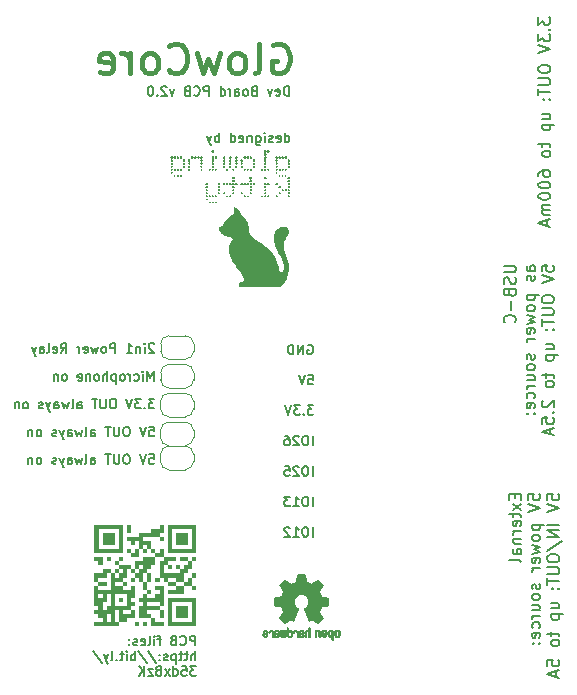
<source format=gbr>
%TF.GenerationSoftware,KiCad,Pcbnew,(6.0.6-0)*%
%TF.CreationDate,2022-09-08T22:09:28-07:00*%
%TF.ProjectId,GlowCore,476c6f77-436f-4726-952e-6b696361645f,rev?*%
%TF.SameCoordinates,Original*%
%TF.FileFunction,Legend,Bot*%
%TF.FilePolarity,Positive*%
%FSLAX46Y46*%
G04 Gerber Fmt 4.6, Leading zero omitted, Abs format (unit mm)*
G04 Created by KiCad (PCBNEW (6.0.6-0)) date 2022-09-08 22:09:28*
%MOMM*%
%LPD*%
G01*
G04 APERTURE LIST*
%ADD10C,0.150000*%
%ADD11C,0.200000*%
%ADD12C,0.400000*%
%ADD13C,0.120000*%
%ADD14C,0.010000*%
G04 APERTURE END LIST*
D10*
X169698780Y-94366395D02*
X170508304Y-94366395D01*
X170603542Y-94414014D01*
X170651161Y-94461633D01*
X170698780Y-94556871D01*
X170698780Y-94747347D01*
X170651161Y-94842585D01*
X170603542Y-94890204D01*
X170508304Y-94937823D01*
X169698780Y-94937823D01*
X170651161Y-95366395D02*
X170698780Y-95509252D01*
X170698780Y-95747347D01*
X170651161Y-95842585D01*
X170603542Y-95890204D01*
X170508304Y-95937823D01*
X170413066Y-95937823D01*
X170317828Y-95890204D01*
X170270209Y-95842585D01*
X170222590Y-95747347D01*
X170174971Y-95556871D01*
X170127352Y-95461633D01*
X170079733Y-95414014D01*
X169984495Y-95366395D01*
X169889257Y-95366395D01*
X169794019Y-95414014D01*
X169746400Y-95461633D01*
X169698780Y-95556871D01*
X169698780Y-95794966D01*
X169746400Y-95937823D01*
X170174971Y-96699728D02*
X170222590Y-96842585D01*
X170270209Y-96890204D01*
X170365447Y-96937823D01*
X170508304Y-96937823D01*
X170603542Y-96890204D01*
X170651161Y-96842585D01*
X170698780Y-96747347D01*
X170698780Y-96366395D01*
X169698780Y-96366395D01*
X169698780Y-96699728D01*
X169746400Y-96794966D01*
X169794019Y-96842585D01*
X169889257Y-96890204D01*
X169984495Y-96890204D01*
X170079733Y-96842585D01*
X170127352Y-96794966D01*
X170174971Y-96699728D01*
X170174971Y-96366395D01*
X170317828Y-97366395D02*
X170317828Y-98128300D01*
X170603542Y-99175919D02*
X170651161Y-99128300D01*
X170698780Y-98985442D01*
X170698780Y-98890204D01*
X170651161Y-98747347D01*
X170555923Y-98652109D01*
X170460685Y-98604490D01*
X170270209Y-98556871D01*
X170127352Y-98556871D01*
X169936876Y-98604490D01*
X169841638Y-98652109D01*
X169746400Y-98747347D01*
X169698780Y-98890204D01*
X169698780Y-98985442D01*
X169746400Y-99128300D01*
X169794019Y-99175919D01*
X172308780Y-94794966D02*
X171784971Y-94794966D01*
X171689733Y-94747347D01*
X171642114Y-94652109D01*
X171642114Y-94461633D01*
X171689733Y-94366395D01*
X172261161Y-94794966D02*
X172308780Y-94699728D01*
X172308780Y-94461633D01*
X172261161Y-94366395D01*
X172165923Y-94318776D01*
X172070685Y-94318776D01*
X171975447Y-94366395D01*
X171927828Y-94461633D01*
X171927828Y-94699728D01*
X171880209Y-94794966D01*
X172261161Y-95223538D02*
X172308780Y-95318776D01*
X172308780Y-95509252D01*
X172261161Y-95604490D01*
X172165923Y-95652109D01*
X172118304Y-95652109D01*
X172023066Y-95604490D01*
X171975447Y-95509252D01*
X171975447Y-95366395D01*
X171927828Y-95271157D01*
X171832590Y-95223538D01*
X171784971Y-95223538D01*
X171689733Y-95271157D01*
X171642114Y-95366395D01*
X171642114Y-95509252D01*
X171689733Y-95604490D01*
X171642114Y-96842585D02*
X172642114Y-96842585D01*
X171689733Y-96842585D02*
X171642114Y-96937823D01*
X171642114Y-97128300D01*
X171689733Y-97223538D01*
X171737352Y-97271157D01*
X171832590Y-97318776D01*
X172118304Y-97318776D01*
X172213542Y-97271157D01*
X172261161Y-97223538D01*
X172308780Y-97128300D01*
X172308780Y-96937823D01*
X172261161Y-96842585D01*
X172308780Y-97890204D02*
X172261161Y-97794966D01*
X172213542Y-97747347D01*
X172118304Y-97699728D01*
X171832590Y-97699728D01*
X171737352Y-97747347D01*
X171689733Y-97794966D01*
X171642114Y-97890204D01*
X171642114Y-98033061D01*
X171689733Y-98128300D01*
X171737352Y-98175919D01*
X171832590Y-98223538D01*
X172118304Y-98223538D01*
X172213542Y-98175919D01*
X172261161Y-98128300D01*
X172308780Y-98033061D01*
X172308780Y-97890204D01*
X171642114Y-98556871D02*
X172308780Y-98747347D01*
X171832590Y-98937823D01*
X172308780Y-99128300D01*
X171642114Y-99318776D01*
X172261161Y-100080680D02*
X172308780Y-99985442D01*
X172308780Y-99794966D01*
X172261161Y-99699728D01*
X172165923Y-99652109D01*
X171784971Y-99652109D01*
X171689733Y-99699728D01*
X171642114Y-99794966D01*
X171642114Y-99985442D01*
X171689733Y-100080680D01*
X171784971Y-100128300D01*
X171880209Y-100128300D01*
X171975447Y-99652109D01*
X172308780Y-100556871D02*
X171642114Y-100556871D01*
X171832590Y-100556871D02*
X171737352Y-100604490D01*
X171689733Y-100652109D01*
X171642114Y-100747347D01*
X171642114Y-100842585D01*
X172261161Y-101890204D02*
X172308780Y-101985442D01*
X172308780Y-102175919D01*
X172261161Y-102271157D01*
X172165923Y-102318776D01*
X172118304Y-102318776D01*
X172023066Y-102271157D01*
X171975447Y-102175919D01*
X171975447Y-102033061D01*
X171927828Y-101937823D01*
X171832590Y-101890204D01*
X171784971Y-101890204D01*
X171689733Y-101937823D01*
X171642114Y-102033061D01*
X171642114Y-102175919D01*
X171689733Y-102271157D01*
X172308780Y-102890204D02*
X172261161Y-102794966D01*
X172213542Y-102747347D01*
X172118304Y-102699728D01*
X171832590Y-102699728D01*
X171737352Y-102747347D01*
X171689733Y-102794966D01*
X171642114Y-102890204D01*
X171642114Y-103033061D01*
X171689733Y-103128300D01*
X171737352Y-103175919D01*
X171832590Y-103223538D01*
X172118304Y-103223538D01*
X172213542Y-103175919D01*
X172261161Y-103128300D01*
X172308780Y-103033061D01*
X172308780Y-102890204D01*
X171642114Y-104080680D02*
X172308780Y-104080680D01*
X171642114Y-103652109D02*
X172165923Y-103652109D01*
X172261161Y-103699728D01*
X172308780Y-103794966D01*
X172308780Y-103937823D01*
X172261161Y-104033061D01*
X172213542Y-104080680D01*
X172308780Y-104556871D02*
X171642114Y-104556871D01*
X171832590Y-104556871D02*
X171737352Y-104604490D01*
X171689733Y-104652109D01*
X171642114Y-104747347D01*
X171642114Y-104842585D01*
X172261161Y-105604490D02*
X172308780Y-105509252D01*
X172308780Y-105318776D01*
X172261161Y-105223538D01*
X172213542Y-105175919D01*
X172118304Y-105128300D01*
X171832590Y-105128300D01*
X171737352Y-105175919D01*
X171689733Y-105223538D01*
X171642114Y-105318776D01*
X171642114Y-105509252D01*
X171689733Y-105604490D01*
X172261161Y-106414014D02*
X172308780Y-106318776D01*
X172308780Y-106128300D01*
X172261161Y-106033061D01*
X172165923Y-105985442D01*
X171784971Y-105985442D01*
X171689733Y-106033061D01*
X171642114Y-106128300D01*
X171642114Y-106318776D01*
X171689733Y-106414014D01*
X171784971Y-106461633D01*
X171880209Y-106461633D01*
X171975447Y-105985442D01*
X172213542Y-106890204D02*
X172261161Y-106937823D01*
X172308780Y-106890204D01*
X172261161Y-106842585D01*
X172213542Y-106890204D01*
X172308780Y-106890204D01*
X171689733Y-106890204D02*
X171737352Y-106937823D01*
X171784971Y-106890204D01*
X171737352Y-106842585D01*
X171689733Y-106890204D01*
X171784971Y-106890204D01*
X172918780Y-94842585D02*
X172918780Y-94366395D01*
X173394971Y-94318776D01*
X173347352Y-94366395D01*
X173299733Y-94461633D01*
X173299733Y-94699728D01*
X173347352Y-94794966D01*
X173394971Y-94842585D01*
X173490209Y-94890204D01*
X173728304Y-94890204D01*
X173823542Y-94842585D01*
X173871161Y-94794966D01*
X173918780Y-94699728D01*
X173918780Y-94461633D01*
X173871161Y-94366395D01*
X173823542Y-94318776D01*
X172918780Y-95175919D02*
X173918780Y-95509252D01*
X172918780Y-95842585D01*
X172918780Y-97128300D02*
X172918780Y-97318776D01*
X172966400Y-97414014D01*
X173061638Y-97509252D01*
X173252114Y-97556871D01*
X173585447Y-97556871D01*
X173775923Y-97509252D01*
X173871161Y-97414014D01*
X173918780Y-97318776D01*
X173918780Y-97128300D01*
X173871161Y-97033061D01*
X173775923Y-96937823D01*
X173585447Y-96890204D01*
X173252114Y-96890204D01*
X173061638Y-96937823D01*
X172966400Y-97033061D01*
X172918780Y-97128300D01*
X172918780Y-97985442D02*
X173728304Y-97985442D01*
X173823542Y-98033061D01*
X173871161Y-98080680D01*
X173918780Y-98175919D01*
X173918780Y-98366395D01*
X173871161Y-98461633D01*
X173823542Y-98509252D01*
X173728304Y-98556871D01*
X172918780Y-98556871D01*
X172918780Y-98890204D02*
X172918780Y-99461633D01*
X173918780Y-99175919D02*
X172918780Y-99175919D01*
X173823542Y-99794966D02*
X173871161Y-99842585D01*
X173918780Y-99794966D01*
X173871161Y-99747347D01*
X173823542Y-99794966D01*
X173918780Y-99794966D01*
X173299733Y-99794966D02*
X173347352Y-99842585D01*
X173394971Y-99794966D01*
X173347352Y-99747347D01*
X173299733Y-99794966D01*
X173394971Y-99794966D01*
X173252114Y-101461633D02*
X173918780Y-101461633D01*
X173252114Y-101033061D02*
X173775923Y-101033061D01*
X173871161Y-101080680D01*
X173918780Y-101175919D01*
X173918780Y-101318776D01*
X173871161Y-101414014D01*
X173823542Y-101461633D01*
X173252114Y-101937823D02*
X174252114Y-101937823D01*
X173299733Y-101937823D02*
X173252114Y-102033061D01*
X173252114Y-102223538D01*
X173299733Y-102318776D01*
X173347352Y-102366395D01*
X173442590Y-102414014D01*
X173728304Y-102414014D01*
X173823542Y-102366395D01*
X173871161Y-102318776D01*
X173918780Y-102223538D01*
X173918780Y-102033061D01*
X173871161Y-101937823D01*
X173252114Y-103461633D02*
X173252114Y-103842585D01*
X172918780Y-103604490D02*
X173775923Y-103604490D01*
X173871161Y-103652109D01*
X173918780Y-103747347D01*
X173918780Y-103842585D01*
X173918780Y-104318776D02*
X173871161Y-104223538D01*
X173823542Y-104175919D01*
X173728304Y-104128299D01*
X173442590Y-104128299D01*
X173347352Y-104175919D01*
X173299733Y-104223538D01*
X173252114Y-104318776D01*
X173252114Y-104461633D01*
X173299733Y-104556871D01*
X173347352Y-104604490D01*
X173442590Y-104652109D01*
X173728304Y-104652109D01*
X173823542Y-104604490D01*
X173871161Y-104556871D01*
X173918780Y-104461633D01*
X173918780Y-104318776D01*
X173014019Y-105794966D02*
X172966400Y-105842585D01*
X172918780Y-105937823D01*
X172918780Y-106175919D01*
X172966400Y-106271157D01*
X173014019Y-106318776D01*
X173109257Y-106366395D01*
X173204495Y-106366395D01*
X173347352Y-106318776D01*
X173918780Y-105747347D01*
X173918780Y-106366395D01*
X173823542Y-106794966D02*
X173871161Y-106842585D01*
X173918780Y-106794966D01*
X173871161Y-106747347D01*
X173823542Y-106794966D01*
X173918780Y-106794966D01*
X172918780Y-107747347D02*
X172918780Y-107271157D01*
X173394971Y-107223538D01*
X173347352Y-107271157D01*
X173299733Y-107366395D01*
X173299733Y-107604490D01*
X173347352Y-107699728D01*
X173394971Y-107747347D01*
X173490209Y-107794966D01*
X173728304Y-107794966D01*
X173823542Y-107747347D01*
X173871161Y-107699728D01*
X173918780Y-107604490D01*
X173918780Y-107366395D01*
X173871161Y-107271157D01*
X173823542Y-107223538D01*
X173633066Y-108175919D02*
X173633066Y-108652109D01*
X173918780Y-108080680D02*
X172918780Y-108414014D01*
X173918780Y-108747347D01*
D11*
X153082876Y-101092000D02*
X153159066Y-101053904D01*
X153273352Y-101053904D01*
X153387638Y-101092000D01*
X153463828Y-101168190D01*
X153501923Y-101244380D01*
X153540019Y-101396761D01*
X153540019Y-101511047D01*
X153501923Y-101663428D01*
X153463828Y-101739619D01*
X153387638Y-101815809D01*
X153273352Y-101853904D01*
X153197161Y-101853904D01*
X153082876Y-101815809D01*
X153044780Y-101777714D01*
X153044780Y-101511047D01*
X153197161Y-101511047D01*
X152701923Y-101853904D02*
X152701923Y-101053904D01*
X152244780Y-101853904D01*
X152244780Y-101053904D01*
X151863828Y-101853904D02*
X151863828Y-101053904D01*
X151673352Y-101053904D01*
X151559066Y-101092000D01*
X151482876Y-101168190D01*
X151444780Y-101244380D01*
X151406685Y-101396761D01*
X151406685Y-101511047D01*
X151444780Y-101663428D01*
X151482876Y-101739619D01*
X151559066Y-101815809D01*
X151673352Y-101853904D01*
X151863828Y-101853904D01*
X153120971Y-103629904D02*
X153501923Y-103629904D01*
X153540019Y-104010857D01*
X153501923Y-103972761D01*
X153425733Y-103934666D01*
X153235257Y-103934666D01*
X153159066Y-103972761D01*
X153120971Y-104010857D01*
X153082876Y-104087047D01*
X153082876Y-104277523D01*
X153120971Y-104353714D01*
X153159066Y-104391809D01*
X153235257Y-104429904D01*
X153425733Y-104429904D01*
X153501923Y-104391809D01*
X153540019Y-104353714D01*
X152854304Y-103629904D02*
X152587638Y-104429904D01*
X152320971Y-103629904D01*
X153578114Y-106205904D02*
X153082876Y-106205904D01*
X153349542Y-106510666D01*
X153235257Y-106510666D01*
X153159066Y-106548761D01*
X153120971Y-106586857D01*
X153082876Y-106663047D01*
X153082876Y-106853523D01*
X153120971Y-106929714D01*
X153159066Y-106967809D01*
X153235257Y-107005904D01*
X153463828Y-107005904D01*
X153540019Y-106967809D01*
X153578114Y-106929714D01*
X152740019Y-106929714D02*
X152701923Y-106967809D01*
X152740019Y-107005904D01*
X152778114Y-106967809D01*
X152740019Y-106929714D01*
X152740019Y-107005904D01*
X152435257Y-106205904D02*
X151940019Y-106205904D01*
X152206685Y-106510666D01*
X152092400Y-106510666D01*
X152016209Y-106548761D01*
X151978114Y-106586857D01*
X151940019Y-106663047D01*
X151940019Y-106853523D01*
X151978114Y-106929714D01*
X152016209Y-106967809D01*
X152092400Y-107005904D01*
X152320971Y-107005904D01*
X152397161Y-106967809D01*
X152435257Y-106929714D01*
X151711447Y-106205904D02*
X151444780Y-107005904D01*
X151178114Y-106205904D01*
X153501923Y-109581904D02*
X153501923Y-108781904D01*
X152968590Y-108781904D02*
X152816209Y-108781904D01*
X152740019Y-108820000D01*
X152663828Y-108896190D01*
X152625733Y-109048571D01*
X152625733Y-109315238D01*
X152663828Y-109467619D01*
X152740019Y-109543809D01*
X152816209Y-109581904D01*
X152968590Y-109581904D01*
X153044780Y-109543809D01*
X153120971Y-109467619D01*
X153159066Y-109315238D01*
X153159066Y-109048571D01*
X153120971Y-108896190D01*
X153044780Y-108820000D01*
X152968590Y-108781904D01*
X152320971Y-108858095D02*
X152282876Y-108820000D01*
X152206685Y-108781904D01*
X152016209Y-108781904D01*
X151940019Y-108820000D01*
X151901923Y-108858095D01*
X151863828Y-108934285D01*
X151863828Y-109010476D01*
X151901923Y-109124761D01*
X152359066Y-109581904D01*
X151863828Y-109581904D01*
X151178114Y-108781904D02*
X151330495Y-108781904D01*
X151406685Y-108820000D01*
X151444780Y-108858095D01*
X151520971Y-108972380D01*
X151559066Y-109124761D01*
X151559066Y-109429523D01*
X151520971Y-109505714D01*
X151482876Y-109543809D01*
X151406685Y-109581904D01*
X151254304Y-109581904D01*
X151178114Y-109543809D01*
X151140019Y-109505714D01*
X151101923Y-109429523D01*
X151101923Y-109239047D01*
X151140019Y-109162857D01*
X151178114Y-109124761D01*
X151254304Y-109086666D01*
X151406685Y-109086666D01*
X151482876Y-109124761D01*
X151520971Y-109162857D01*
X151559066Y-109239047D01*
X153501923Y-112157904D02*
X153501923Y-111357904D01*
X152968590Y-111357904D02*
X152816209Y-111357904D01*
X152740019Y-111396000D01*
X152663828Y-111472190D01*
X152625733Y-111624571D01*
X152625733Y-111891238D01*
X152663828Y-112043619D01*
X152740019Y-112119809D01*
X152816209Y-112157904D01*
X152968590Y-112157904D01*
X153044780Y-112119809D01*
X153120971Y-112043619D01*
X153159066Y-111891238D01*
X153159066Y-111624571D01*
X153120971Y-111472190D01*
X153044780Y-111396000D01*
X152968590Y-111357904D01*
X152320971Y-111434095D02*
X152282876Y-111396000D01*
X152206685Y-111357904D01*
X152016209Y-111357904D01*
X151940019Y-111396000D01*
X151901923Y-111434095D01*
X151863828Y-111510285D01*
X151863828Y-111586476D01*
X151901923Y-111700761D01*
X152359066Y-112157904D01*
X151863828Y-112157904D01*
X151140019Y-111357904D02*
X151520971Y-111357904D01*
X151559066Y-111738857D01*
X151520971Y-111700761D01*
X151444780Y-111662666D01*
X151254304Y-111662666D01*
X151178114Y-111700761D01*
X151140019Y-111738857D01*
X151101923Y-111815047D01*
X151101923Y-112005523D01*
X151140019Y-112081714D01*
X151178114Y-112119809D01*
X151254304Y-112157904D01*
X151444780Y-112157904D01*
X151520971Y-112119809D01*
X151559066Y-112081714D01*
X153501923Y-114733904D02*
X153501923Y-113933904D01*
X152968590Y-113933904D02*
X152816209Y-113933904D01*
X152740019Y-113972000D01*
X152663828Y-114048190D01*
X152625733Y-114200571D01*
X152625733Y-114467238D01*
X152663828Y-114619619D01*
X152740019Y-114695809D01*
X152816209Y-114733904D01*
X152968590Y-114733904D01*
X153044780Y-114695809D01*
X153120971Y-114619619D01*
X153159066Y-114467238D01*
X153159066Y-114200571D01*
X153120971Y-114048190D01*
X153044780Y-113972000D01*
X152968590Y-113933904D01*
X151863828Y-114733904D02*
X152320971Y-114733904D01*
X152092400Y-114733904D02*
X152092400Y-113933904D01*
X152168590Y-114048190D01*
X152244780Y-114124380D01*
X152320971Y-114162476D01*
X151597161Y-113933904D02*
X151101923Y-113933904D01*
X151368590Y-114238666D01*
X151254304Y-114238666D01*
X151178114Y-114276761D01*
X151140019Y-114314857D01*
X151101923Y-114391047D01*
X151101923Y-114581523D01*
X151140019Y-114657714D01*
X151178114Y-114695809D01*
X151254304Y-114733904D01*
X151482876Y-114733904D01*
X151559066Y-114695809D01*
X151597161Y-114657714D01*
X153501923Y-117309904D02*
X153501923Y-116509904D01*
X152968590Y-116509904D02*
X152816209Y-116509904D01*
X152740019Y-116548000D01*
X152663828Y-116624190D01*
X152625733Y-116776571D01*
X152625733Y-117043238D01*
X152663828Y-117195619D01*
X152740019Y-117271809D01*
X152816209Y-117309904D01*
X152968590Y-117309904D01*
X153044780Y-117271809D01*
X153120971Y-117195619D01*
X153159066Y-117043238D01*
X153159066Y-116776571D01*
X153120971Y-116624190D01*
X153044780Y-116548000D01*
X152968590Y-116509904D01*
X151863828Y-117309904D02*
X152320971Y-117309904D01*
X152092400Y-117309904D02*
X152092400Y-116509904D01*
X152168590Y-116624190D01*
X152244780Y-116700380D01*
X152320971Y-116738476D01*
X151559066Y-116586095D02*
X151520971Y-116548000D01*
X151444780Y-116509904D01*
X151254304Y-116509904D01*
X151178114Y-116548000D01*
X151140019Y-116586095D01*
X151101923Y-116662285D01*
X151101923Y-116738476D01*
X151140019Y-116852761D01*
X151597161Y-117309904D01*
X151101923Y-117309904D01*
D10*
X151155085Y-83898478D02*
X151155085Y-83098478D01*
X151155085Y-83860383D02*
X151231276Y-83898478D01*
X151383657Y-83898478D01*
X151459847Y-83860383D01*
X151497942Y-83822288D01*
X151536038Y-83746097D01*
X151536038Y-83517526D01*
X151497942Y-83441335D01*
X151459847Y-83403240D01*
X151383657Y-83365145D01*
X151231276Y-83365145D01*
X151155085Y-83403240D01*
X150469371Y-83860383D02*
X150545561Y-83898478D01*
X150697942Y-83898478D01*
X150774133Y-83860383D01*
X150812228Y-83784193D01*
X150812228Y-83479431D01*
X150774133Y-83403240D01*
X150697942Y-83365145D01*
X150545561Y-83365145D01*
X150469371Y-83403240D01*
X150431276Y-83479431D01*
X150431276Y-83555621D01*
X150812228Y-83631812D01*
X150126514Y-83860383D02*
X150050323Y-83898478D01*
X149897942Y-83898478D01*
X149821752Y-83860383D01*
X149783657Y-83784193D01*
X149783657Y-83746097D01*
X149821752Y-83669907D01*
X149897942Y-83631812D01*
X150012228Y-83631812D01*
X150088419Y-83593716D01*
X150126514Y-83517526D01*
X150126514Y-83479431D01*
X150088419Y-83403240D01*
X150012228Y-83365145D01*
X149897942Y-83365145D01*
X149821752Y-83403240D01*
X149440799Y-83898478D02*
X149440799Y-83365145D01*
X149440799Y-83098478D02*
X149478895Y-83136574D01*
X149440799Y-83174669D01*
X149402704Y-83136574D01*
X149440799Y-83098478D01*
X149440799Y-83174669D01*
X148716990Y-83365145D02*
X148716990Y-84012764D01*
X148755085Y-84088954D01*
X148793180Y-84127050D01*
X148869371Y-84165145D01*
X148983657Y-84165145D01*
X149059847Y-84127050D01*
X148716990Y-83860383D02*
X148793180Y-83898478D01*
X148945561Y-83898478D01*
X149021752Y-83860383D01*
X149059847Y-83822288D01*
X149097942Y-83746097D01*
X149097942Y-83517526D01*
X149059847Y-83441335D01*
X149021752Y-83403240D01*
X148945561Y-83365145D01*
X148793180Y-83365145D01*
X148716990Y-83403240D01*
X148336038Y-83365145D02*
X148336038Y-83898478D01*
X148336038Y-83441335D02*
X148297942Y-83403240D01*
X148221752Y-83365145D01*
X148107466Y-83365145D01*
X148031276Y-83403240D01*
X147993180Y-83479431D01*
X147993180Y-83898478D01*
X147307466Y-83860383D02*
X147383657Y-83898478D01*
X147536038Y-83898478D01*
X147612228Y-83860383D01*
X147650323Y-83784193D01*
X147650323Y-83479431D01*
X147612228Y-83403240D01*
X147536038Y-83365145D01*
X147383657Y-83365145D01*
X147307466Y-83403240D01*
X147269371Y-83479431D01*
X147269371Y-83555621D01*
X147650323Y-83631812D01*
X146583657Y-83898478D02*
X146583657Y-83098478D01*
X146583657Y-83860383D02*
X146659847Y-83898478D01*
X146812228Y-83898478D01*
X146888419Y-83860383D01*
X146926514Y-83822288D01*
X146964609Y-83746097D01*
X146964609Y-83517526D01*
X146926514Y-83441335D01*
X146888419Y-83403240D01*
X146812228Y-83365145D01*
X146659847Y-83365145D01*
X146583657Y-83403240D01*
X145593180Y-83898478D02*
X145593180Y-83098478D01*
X145593180Y-83403240D02*
X145516990Y-83365145D01*
X145364609Y-83365145D01*
X145288419Y-83403240D01*
X145250323Y-83441335D01*
X145212228Y-83517526D01*
X145212228Y-83746097D01*
X145250323Y-83822288D01*
X145288419Y-83860383D01*
X145364609Y-83898478D01*
X145516990Y-83898478D01*
X145593180Y-83860383D01*
X144945561Y-83365145D02*
X144755085Y-83898478D01*
X144564609Y-83365145D02*
X144755085Y-83898478D01*
X144831276Y-84088954D01*
X144869371Y-84127050D01*
X144945561Y-84165145D01*
D11*
X140039923Y-104108204D02*
X140039923Y-103308204D01*
X139773257Y-103879633D01*
X139506590Y-103308204D01*
X139506590Y-104108204D01*
X139125638Y-104108204D02*
X139125638Y-103574871D01*
X139125638Y-103308204D02*
X139163733Y-103346300D01*
X139125638Y-103384395D01*
X139087542Y-103346300D01*
X139125638Y-103308204D01*
X139125638Y-103384395D01*
X138401828Y-104070109D02*
X138478019Y-104108204D01*
X138630400Y-104108204D01*
X138706590Y-104070109D01*
X138744685Y-104032014D01*
X138782780Y-103955823D01*
X138782780Y-103727252D01*
X138744685Y-103651061D01*
X138706590Y-103612966D01*
X138630400Y-103574871D01*
X138478019Y-103574871D01*
X138401828Y-103612966D01*
X138058971Y-104108204D02*
X138058971Y-103574871D01*
X138058971Y-103727252D02*
X138020876Y-103651061D01*
X137982780Y-103612966D01*
X137906590Y-103574871D01*
X137830400Y-103574871D01*
X137449447Y-104108204D02*
X137525638Y-104070109D01*
X137563733Y-104032014D01*
X137601828Y-103955823D01*
X137601828Y-103727252D01*
X137563733Y-103651061D01*
X137525638Y-103612966D01*
X137449447Y-103574871D01*
X137335161Y-103574871D01*
X137258971Y-103612966D01*
X137220876Y-103651061D01*
X137182780Y-103727252D01*
X137182780Y-103955823D01*
X137220876Y-104032014D01*
X137258971Y-104070109D01*
X137335161Y-104108204D01*
X137449447Y-104108204D01*
X136839923Y-103574871D02*
X136839923Y-104374871D01*
X136839923Y-103612966D02*
X136763733Y-103574871D01*
X136611352Y-103574871D01*
X136535161Y-103612966D01*
X136497066Y-103651061D01*
X136458971Y-103727252D01*
X136458971Y-103955823D01*
X136497066Y-104032014D01*
X136535161Y-104070109D01*
X136611352Y-104108204D01*
X136763733Y-104108204D01*
X136839923Y-104070109D01*
X136116114Y-104108204D02*
X136116114Y-103308204D01*
X135773257Y-104108204D02*
X135773257Y-103689157D01*
X135811352Y-103612966D01*
X135887542Y-103574871D01*
X136001828Y-103574871D01*
X136078019Y-103612966D01*
X136116114Y-103651061D01*
X135278019Y-104108204D02*
X135354209Y-104070109D01*
X135392304Y-104032014D01*
X135430400Y-103955823D01*
X135430400Y-103727252D01*
X135392304Y-103651061D01*
X135354209Y-103612966D01*
X135278019Y-103574871D01*
X135163733Y-103574871D01*
X135087542Y-103612966D01*
X135049447Y-103651061D01*
X135011352Y-103727252D01*
X135011352Y-103955823D01*
X135049447Y-104032014D01*
X135087542Y-104070109D01*
X135163733Y-104108204D01*
X135278019Y-104108204D01*
X134668495Y-103574871D02*
X134668495Y-104108204D01*
X134668495Y-103651061D02*
X134630400Y-103612966D01*
X134554209Y-103574871D01*
X134439923Y-103574871D01*
X134363733Y-103612966D01*
X134325638Y-103689157D01*
X134325638Y-104108204D01*
X133639923Y-104070109D02*
X133716114Y-104108204D01*
X133868495Y-104108204D01*
X133944685Y-104070109D01*
X133982780Y-103993919D01*
X133982780Y-103689157D01*
X133944685Y-103612966D01*
X133868495Y-103574871D01*
X133716114Y-103574871D01*
X133639923Y-103612966D01*
X133601828Y-103689157D01*
X133601828Y-103765347D01*
X133982780Y-103841538D01*
X132535161Y-104108204D02*
X132611352Y-104070109D01*
X132649447Y-104032014D01*
X132687542Y-103955823D01*
X132687542Y-103727252D01*
X132649447Y-103651061D01*
X132611352Y-103612966D01*
X132535161Y-103574871D01*
X132420876Y-103574871D01*
X132344685Y-103612966D01*
X132306590Y-103651061D01*
X132268495Y-103727252D01*
X132268495Y-103955823D01*
X132306590Y-104032014D01*
X132344685Y-104070109D01*
X132420876Y-104108204D01*
X132535161Y-104108204D01*
X131925638Y-103574871D02*
X131925638Y-104108204D01*
X131925638Y-103651061D02*
X131887542Y-103612966D01*
X131811352Y-103574871D01*
X131697066Y-103574871D01*
X131620876Y-103612966D01*
X131582780Y-103689157D01*
X131582780Y-104108204D01*
D12*
X150158119Y-75692226D02*
X150396214Y-75573178D01*
X150753357Y-75573178D01*
X151110500Y-75692226D01*
X151348595Y-75930321D01*
X151467642Y-76168416D01*
X151586690Y-76644606D01*
X151586690Y-77001749D01*
X151467642Y-77477940D01*
X151348595Y-77716035D01*
X151110500Y-77954130D01*
X150753357Y-78073178D01*
X150515261Y-78073178D01*
X150158119Y-77954130D01*
X150039071Y-77835083D01*
X150039071Y-77001749D01*
X150515261Y-77001749D01*
X148610500Y-78073178D02*
X148848595Y-77954130D01*
X148967642Y-77716035D01*
X148967642Y-75573178D01*
X147300976Y-78073178D02*
X147539071Y-77954130D01*
X147658119Y-77835083D01*
X147777166Y-77596987D01*
X147777166Y-76882702D01*
X147658119Y-76644606D01*
X147539071Y-76525559D01*
X147300976Y-76406511D01*
X146943833Y-76406511D01*
X146705738Y-76525559D01*
X146586690Y-76644606D01*
X146467642Y-76882702D01*
X146467642Y-77596987D01*
X146586690Y-77835083D01*
X146705738Y-77954130D01*
X146943833Y-78073178D01*
X147300976Y-78073178D01*
X145634309Y-76406511D02*
X145158119Y-78073178D01*
X144681928Y-76882702D01*
X144205738Y-78073178D01*
X143729547Y-76406511D01*
X141348595Y-77835083D02*
X141467642Y-77954130D01*
X141824785Y-78073178D01*
X142062881Y-78073178D01*
X142420023Y-77954130D01*
X142658119Y-77716035D01*
X142777166Y-77477940D01*
X142896214Y-77001749D01*
X142896214Y-76644606D01*
X142777166Y-76168416D01*
X142658119Y-75930321D01*
X142420023Y-75692226D01*
X142062881Y-75573178D01*
X141824785Y-75573178D01*
X141467642Y-75692226D01*
X141348595Y-75811273D01*
X139920023Y-78073178D02*
X140158119Y-77954130D01*
X140277166Y-77835083D01*
X140396214Y-77596987D01*
X140396214Y-76882702D01*
X140277166Y-76644606D01*
X140158119Y-76525559D01*
X139920023Y-76406511D01*
X139562881Y-76406511D01*
X139324785Y-76525559D01*
X139205738Y-76644606D01*
X139086690Y-76882702D01*
X139086690Y-77596987D01*
X139205738Y-77835083D01*
X139324785Y-77954130D01*
X139562881Y-78073178D01*
X139920023Y-78073178D01*
X138015261Y-78073178D02*
X138015261Y-76406511D01*
X138015261Y-76882702D02*
X137896214Y-76644606D01*
X137777166Y-76525559D01*
X137539071Y-76406511D01*
X137300976Y-76406511D01*
X135515261Y-77954130D02*
X135753357Y-78073178D01*
X136229547Y-78073178D01*
X136467642Y-77954130D01*
X136586690Y-77716035D01*
X136586690Y-76763654D01*
X136467642Y-76525559D01*
X136229547Y-76406511D01*
X135753357Y-76406511D01*
X135515261Y-76525559D01*
X135396214Y-76763654D01*
X135396214Y-77001749D01*
X136586690Y-77239845D01*
D10*
X170632171Y-113721195D02*
X170632171Y-114054528D01*
X171155980Y-114197385D02*
X171155980Y-113721195D01*
X170155980Y-113721195D01*
X170155980Y-114197385D01*
X171155980Y-114530719D02*
X170489314Y-115054528D01*
X170489314Y-114530719D02*
X171155980Y-115054528D01*
X170489314Y-115292623D02*
X170489314Y-115673576D01*
X170155980Y-115435480D02*
X171013123Y-115435480D01*
X171108361Y-115483100D01*
X171155980Y-115578338D01*
X171155980Y-115673576D01*
X171108361Y-116387861D02*
X171155980Y-116292623D01*
X171155980Y-116102147D01*
X171108361Y-116006909D01*
X171013123Y-115959290D01*
X170632171Y-115959290D01*
X170536933Y-116006909D01*
X170489314Y-116102147D01*
X170489314Y-116292623D01*
X170536933Y-116387861D01*
X170632171Y-116435480D01*
X170727409Y-116435480D01*
X170822647Y-115959290D01*
X171155980Y-116864052D02*
X170489314Y-116864052D01*
X170679790Y-116864052D02*
X170584552Y-116911671D01*
X170536933Y-116959290D01*
X170489314Y-117054528D01*
X170489314Y-117149766D01*
X170489314Y-117483100D02*
X171155980Y-117483100D01*
X170584552Y-117483100D02*
X170536933Y-117530719D01*
X170489314Y-117625957D01*
X170489314Y-117768814D01*
X170536933Y-117864052D01*
X170632171Y-117911671D01*
X171155980Y-117911671D01*
X171155980Y-118816433D02*
X170632171Y-118816433D01*
X170536933Y-118768814D01*
X170489314Y-118673576D01*
X170489314Y-118483100D01*
X170536933Y-118387861D01*
X171108361Y-118816433D02*
X171155980Y-118721195D01*
X171155980Y-118483100D01*
X171108361Y-118387861D01*
X171013123Y-118340242D01*
X170917885Y-118340242D01*
X170822647Y-118387861D01*
X170775028Y-118483100D01*
X170775028Y-118721195D01*
X170727409Y-118816433D01*
X171155980Y-119435480D02*
X171108361Y-119340242D01*
X171013123Y-119292623D01*
X170155980Y-119292623D01*
X171765980Y-114197385D02*
X171765980Y-113721195D01*
X172242171Y-113673576D01*
X172194552Y-113721195D01*
X172146933Y-113816433D01*
X172146933Y-114054528D01*
X172194552Y-114149766D01*
X172242171Y-114197385D01*
X172337409Y-114245004D01*
X172575504Y-114245004D01*
X172670742Y-114197385D01*
X172718361Y-114149766D01*
X172765980Y-114054528D01*
X172765980Y-113816433D01*
X172718361Y-113721195D01*
X172670742Y-113673576D01*
X171765980Y-114530719D02*
X172765980Y-114864052D01*
X171765980Y-115197385D01*
X172099314Y-116292623D02*
X173099314Y-116292623D01*
X172146933Y-116292623D02*
X172099314Y-116387861D01*
X172099314Y-116578338D01*
X172146933Y-116673576D01*
X172194552Y-116721195D01*
X172289790Y-116768814D01*
X172575504Y-116768814D01*
X172670742Y-116721195D01*
X172718361Y-116673576D01*
X172765980Y-116578338D01*
X172765980Y-116387861D01*
X172718361Y-116292623D01*
X172765980Y-117340242D02*
X172718361Y-117245004D01*
X172670742Y-117197385D01*
X172575504Y-117149766D01*
X172289790Y-117149766D01*
X172194552Y-117197385D01*
X172146933Y-117245004D01*
X172099314Y-117340242D01*
X172099314Y-117483100D01*
X172146933Y-117578338D01*
X172194552Y-117625957D01*
X172289790Y-117673576D01*
X172575504Y-117673576D01*
X172670742Y-117625957D01*
X172718361Y-117578338D01*
X172765980Y-117483100D01*
X172765980Y-117340242D01*
X172099314Y-118006909D02*
X172765980Y-118197385D01*
X172289790Y-118387861D01*
X172765980Y-118578338D01*
X172099314Y-118768814D01*
X172718361Y-119530719D02*
X172765980Y-119435480D01*
X172765980Y-119245004D01*
X172718361Y-119149766D01*
X172623123Y-119102147D01*
X172242171Y-119102147D01*
X172146933Y-119149766D01*
X172099314Y-119245004D01*
X172099314Y-119435480D01*
X172146933Y-119530719D01*
X172242171Y-119578338D01*
X172337409Y-119578338D01*
X172432647Y-119102147D01*
X172765980Y-120006909D02*
X172099314Y-120006909D01*
X172289790Y-120006909D02*
X172194552Y-120054528D01*
X172146933Y-120102147D01*
X172099314Y-120197385D01*
X172099314Y-120292623D01*
X172718361Y-121340242D02*
X172765980Y-121435480D01*
X172765980Y-121625957D01*
X172718361Y-121721195D01*
X172623123Y-121768814D01*
X172575504Y-121768814D01*
X172480266Y-121721195D01*
X172432647Y-121625957D01*
X172432647Y-121483100D01*
X172385028Y-121387861D01*
X172289790Y-121340242D01*
X172242171Y-121340242D01*
X172146933Y-121387861D01*
X172099314Y-121483100D01*
X172099314Y-121625957D01*
X172146933Y-121721195D01*
X172765980Y-122340242D02*
X172718361Y-122245004D01*
X172670742Y-122197385D01*
X172575504Y-122149766D01*
X172289790Y-122149766D01*
X172194552Y-122197385D01*
X172146933Y-122245004D01*
X172099314Y-122340242D01*
X172099314Y-122483100D01*
X172146933Y-122578338D01*
X172194552Y-122625957D01*
X172289790Y-122673576D01*
X172575504Y-122673576D01*
X172670742Y-122625957D01*
X172718361Y-122578338D01*
X172765980Y-122483100D01*
X172765980Y-122340242D01*
X172099314Y-123530719D02*
X172765980Y-123530719D01*
X172099314Y-123102147D02*
X172623123Y-123102147D01*
X172718361Y-123149766D01*
X172765980Y-123245004D01*
X172765980Y-123387861D01*
X172718361Y-123483100D01*
X172670742Y-123530719D01*
X172765980Y-124006909D02*
X172099314Y-124006909D01*
X172289790Y-124006909D02*
X172194552Y-124054528D01*
X172146933Y-124102147D01*
X172099314Y-124197385D01*
X172099314Y-124292623D01*
X172718361Y-125054528D02*
X172765980Y-124959290D01*
X172765980Y-124768814D01*
X172718361Y-124673576D01*
X172670742Y-124625957D01*
X172575504Y-124578338D01*
X172289790Y-124578338D01*
X172194552Y-124625957D01*
X172146933Y-124673576D01*
X172099314Y-124768814D01*
X172099314Y-124959290D01*
X172146933Y-125054528D01*
X172718361Y-125864052D02*
X172765980Y-125768814D01*
X172765980Y-125578338D01*
X172718361Y-125483100D01*
X172623123Y-125435480D01*
X172242171Y-125435480D01*
X172146933Y-125483100D01*
X172099314Y-125578338D01*
X172099314Y-125768814D01*
X172146933Y-125864052D01*
X172242171Y-125911671D01*
X172337409Y-125911671D01*
X172432647Y-125435480D01*
X172670742Y-126340242D02*
X172718361Y-126387861D01*
X172765980Y-126340242D01*
X172718361Y-126292623D01*
X172670742Y-126340242D01*
X172765980Y-126340242D01*
X172146933Y-126340242D02*
X172194552Y-126387861D01*
X172242171Y-126340242D01*
X172194552Y-126292623D01*
X172146933Y-126340242D01*
X172242171Y-126340242D01*
X173375980Y-114197385D02*
X173375980Y-113721195D01*
X173852171Y-113673576D01*
X173804552Y-113721195D01*
X173756933Y-113816433D01*
X173756933Y-114054528D01*
X173804552Y-114149766D01*
X173852171Y-114197385D01*
X173947409Y-114245004D01*
X174185504Y-114245004D01*
X174280742Y-114197385D01*
X174328361Y-114149766D01*
X174375980Y-114054528D01*
X174375980Y-113816433D01*
X174328361Y-113721195D01*
X174280742Y-113673576D01*
X173375980Y-114530719D02*
X174375980Y-114864052D01*
X173375980Y-115197385D01*
X174375980Y-116292623D02*
X173375980Y-116292623D01*
X174375980Y-116768814D02*
X173375980Y-116768814D01*
X174375980Y-117340242D01*
X173375980Y-117340242D01*
X173328361Y-118530719D02*
X174614076Y-117673576D01*
X173375980Y-119054528D02*
X173375980Y-119245004D01*
X173423600Y-119340242D01*
X173518838Y-119435480D01*
X173709314Y-119483100D01*
X174042647Y-119483100D01*
X174233123Y-119435480D01*
X174328361Y-119340242D01*
X174375980Y-119245004D01*
X174375980Y-119054528D01*
X174328361Y-118959290D01*
X174233123Y-118864052D01*
X174042647Y-118816433D01*
X173709314Y-118816433D01*
X173518838Y-118864052D01*
X173423600Y-118959290D01*
X173375980Y-119054528D01*
X173375980Y-119911671D02*
X174185504Y-119911671D01*
X174280742Y-119959290D01*
X174328361Y-120006909D01*
X174375980Y-120102147D01*
X174375980Y-120292623D01*
X174328361Y-120387861D01*
X174280742Y-120435480D01*
X174185504Y-120483100D01*
X173375980Y-120483100D01*
X173375980Y-120816433D02*
X173375980Y-121387861D01*
X174375980Y-121102147D02*
X173375980Y-121102147D01*
X174280742Y-121721195D02*
X174328361Y-121768814D01*
X174375980Y-121721195D01*
X174328361Y-121673576D01*
X174280742Y-121721195D01*
X174375980Y-121721195D01*
X173756933Y-121721195D02*
X173804552Y-121768814D01*
X173852171Y-121721195D01*
X173804552Y-121673576D01*
X173756933Y-121721195D01*
X173852171Y-121721195D01*
X173709314Y-123387861D02*
X174375980Y-123387861D01*
X173709314Y-122959290D02*
X174233123Y-122959290D01*
X174328361Y-123006909D01*
X174375980Y-123102147D01*
X174375980Y-123245004D01*
X174328361Y-123340242D01*
X174280742Y-123387861D01*
X173709314Y-123864052D02*
X174709314Y-123864052D01*
X173756933Y-123864052D02*
X173709314Y-123959290D01*
X173709314Y-124149766D01*
X173756933Y-124245004D01*
X173804552Y-124292623D01*
X173899790Y-124340242D01*
X174185504Y-124340242D01*
X174280742Y-124292623D01*
X174328361Y-124245004D01*
X174375980Y-124149766D01*
X174375980Y-123959290D01*
X174328361Y-123864052D01*
X173709314Y-125387861D02*
X173709314Y-125768814D01*
X173375980Y-125530719D02*
X174233123Y-125530719D01*
X174328361Y-125578338D01*
X174375980Y-125673576D01*
X174375980Y-125768814D01*
X174375980Y-126245004D02*
X174328361Y-126149766D01*
X174280742Y-126102147D01*
X174185504Y-126054528D01*
X173899790Y-126054528D01*
X173804552Y-126102147D01*
X173756933Y-126149766D01*
X173709314Y-126245004D01*
X173709314Y-126387861D01*
X173756933Y-126483100D01*
X173804552Y-126530719D01*
X173899790Y-126578338D01*
X174185504Y-126578338D01*
X174280742Y-126530719D01*
X174328361Y-126483100D01*
X174375980Y-126387861D01*
X174375980Y-126245004D01*
X173375980Y-128245004D02*
X173375980Y-127768814D01*
X173852171Y-127721195D01*
X173804552Y-127768814D01*
X173756933Y-127864052D01*
X173756933Y-128102147D01*
X173804552Y-128197385D01*
X173852171Y-128245004D01*
X173947409Y-128292623D01*
X174185504Y-128292623D01*
X174280742Y-128245004D01*
X174328361Y-128197385D01*
X174375980Y-128102147D01*
X174375980Y-127864052D01*
X174328361Y-127768814D01*
X174280742Y-127721195D01*
X174090266Y-128673576D02*
X174090266Y-129149766D01*
X174375980Y-128578338D02*
X173375980Y-128911671D01*
X174375980Y-129245004D01*
X151502423Y-79965504D02*
X151502423Y-79165504D01*
X151311947Y-79165504D01*
X151197661Y-79203600D01*
X151121471Y-79279790D01*
X151083376Y-79355980D01*
X151045280Y-79508361D01*
X151045280Y-79622647D01*
X151083376Y-79775028D01*
X151121471Y-79851219D01*
X151197661Y-79927409D01*
X151311947Y-79965504D01*
X151502423Y-79965504D01*
X150397661Y-79927409D02*
X150473852Y-79965504D01*
X150626233Y-79965504D01*
X150702423Y-79927409D01*
X150740519Y-79851219D01*
X150740519Y-79546457D01*
X150702423Y-79470266D01*
X150626233Y-79432171D01*
X150473852Y-79432171D01*
X150397661Y-79470266D01*
X150359566Y-79546457D01*
X150359566Y-79622647D01*
X150740519Y-79698838D01*
X150092900Y-79432171D02*
X149902423Y-79965504D01*
X149711947Y-79432171D01*
X148530995Y-79546457D02*
X148416709Y-79584552D01*
X148378614Y-79622647D01*
X148340519Y-79698838D01*
X148340519Y-79813123D01*
X148378614Y-79889314D01*
X148416709Y-79927409D01*
X148492900Y-79965504D01*
X148797661Y-79965504D01*
X148797661Y-79165504D01*
X148530995Y-79165504D01*
X148454804Y-79203600D01*
X148416709Y-79241695D01*
X148378614Y-79317885D01*
X148378614Y-79394076D01*
X148416709Y-79470266D01*
X148454804Y-79508361D01*
X148530995Y-79546457D01*
X148797661Y-79546457D01*
X147883376Y-79965504D02*
X147959566Y-79927409D01*
X147997661Y-79889314D01*
X148035757Y-79813123D01*
X148035757Y-79584552D01*
X147997661Y-79508361D01*
X147959566Y-79470266D01*
X147883376Y-79432171D01*
X147769090Y-79432171D01*
X147692900Y-79470266D01*
X147654804Y-79508361D01*
X147616709Y-79584552D01*
X147616709Y-79813123D01*
X147654804Y-79889314D01*
X147692900Y-79927409D01*
X147769090Y-79965504D01*
X147883376Y-79965504D01*
X146930995Y-79965504D02*
X146930995Y-79546457D01*
X146969090Y-79470266D01*
X147045280Y-79432171D01*
X147197661Y-79432171D01*
X147273852Y-79470266D01*
X146930995Y-79927409D02*
X147007185Y-79965504D01*
X147197661Y-79965504D01*
X147273852Y-79927409D01*
X147311947Y-79851219D01*
X147311947Y-79775028D01*
X147273852Y-79698838D01*
X147197661Y-79660742D01*
X147007185Y-79660742D01*
X146930995Y-79622647D01*
X146550042Y-79965504D02*
X146550042Y-79432171D01*
X146550042Y-79584552D02*
X146511947Y-79508361D01*
X146473852Y-79470266D01*
X146397661Y-79432171D01*
X146321471Y-79432171D01*
X145711947Y-79965504D02*
X145711947Y-79165504D01*
X145711947Y-79927409D02*
X145788138Y-79965504D01*
X145940519Y-79965504D01*
X146016709Y-79927409D01*
X146054804Y-79889314D01*
X146092900Y-79813123D01*
X146092900Y-79584552D01*
X146054804Y-79508361D01*
X146016709Y-79470266D01*
X145940519Y-79432171D01*
X145788138Y-79432171D01*
X145711947Y-79470266D01*
X144721471Y-79965504D02*
X144721471Y-79165504D01*
X144416709Y-79165504D01*
X144340519Y-79203600D01*
X144302423Y-79241695D01*
X144264328Y-79317885D01*
X144264328Y-79432171D01*
X144302423Y-79508361D01*
X144340519Y-79546457D01*
X144416709Y-79584552D01*
X144721471Y-79584552D01*
X143464328Y-79889314D02*
X143502423Y-79927409D01*
X143616709Y-79965504D01*
X143692900Y-79965504D01*
X143807185Y-79927409D01*
X143883376Y-79851219D01*
X143921471Y-79775028D01*
X143959566Y-79622647D01*
X143959566Y-79508361D01*
X143921471Y-79355980D01*
X143883376Y-79279790D01*
X143807185Y-79203600D01*
X143692900Y-79165504D01*
X143616709Y-79165504D01*
X143502423Y-79203600D01*
X143464328Y-79241695D01*
X142854804Y-79546457D02*
X142740519Y-79584552D01*
X142702423Y-79622647D01*
X142664328Y-79698838D01*
X142664328Y-79813123D01*
X142702423Y-79889314D01*
X142740519Y-79927409D01*
X142816709Y-79965504D01*
X143121471Y-79965504D01*
X143121471Y-79165504D01*
X142854804Y-79165504D01*
X142778614Y-79203600D01*
X142740519Y-79241695D01*
X142702423Y-79317885D01*
X142702423Y-79394076D01*
X142740519Y-79470266D01*
X142778614Y-79508361D01*
X142854804Y-79546457D01*
X143121471Y-79546457D01*
X141788138Y-79432171D02*
X141597661Y-79965504D01*
X141407185Y-79432171D01*
X141140519Y-79241695D02*
X141102423Y-79203600D01*
X141026233Y-79165504D01*
X140835757Y-79165504D01*
X140759566Y-79203600D01*
X140721471Y-79241695D01*
X140683376Y-79317885D01*
X140683376Y-79394076D01*
X140721471Y-79508361D01*
X141178614Y-79965504D01*
X140683376Y-79965504D01*
X140340519Y-79889314D02*
X140302423Y-79927409D01*
X140340519Y-79965504D01*
X140378614Y-79927409D01*
X140340519Y-79889314D01*
X140340519Y-79965504D01*
X139807185Y-79165504D02*
X139730995Y-79165504D01*
X139654804Y-79203600D01*
X139616709Y-79241695D01*
X139578614Y-79317885D01*
X139540519Y-79470266D01*
X139540519Y-79660742D01*
X139578614Y-79813123D01*
X139616709Y-79889314D01*
X139654804Y-79927409D01*
X139730995Y-79965504D01*
X139807185Y-79965504D01*
X139883376Y-79927409D01*
X139921471Y-79889314D01*
X139959566Y-79813123D01*
X139997661Y-79660742D01*
X139997661Y-79470266D01*
X139959566Y-79317885D01*
X139921471Y-79241695D01*
X139883376Y-79203600D01*
X139807185Y-79165504D01*
D11*
X139658971Y-110356704D02*
X140039923Y-110356704D01*
X140078019Y-110737657D01*
X140039923Y-110699561D01*
X139963733Y-110661466D01*
X139773257Y-110661466D01*
X139697066Y-110699561D01*
X139658971Y-110737657D01*
X139620876Y-110813847D01*
X139620876Y-111004323D01*
X139658971Y-111080514D01*
X139697066Y-111118609D01*
X139773257Y-111156704D01*
X139963733Y-111156704D01*
X140039923Y-111118609D01*
X140078019Y-111080514D01*
X139392304Y-110356704D02*
X139125638Y-111156704D01*
X138858971Y-110356704D01*
X137830400Y-110356704D02*
X137678019Y-110356704D01*
X137601828Y-110394800D01*
X137525638Y-110470990D01*
X137487542Y-110623371D01*
X137487542Y-110890038D01*
X137525638Y-111042419D01*
X137601828Y-111118609D01*
X137678019Y-111156704D01*
X137830400Y-111156704D01*
X137906590Y-111118609D01*
X137982780Y-111042419D01*
X138020876Y-110890038D01*
X138020876Y-110623371D01*
X137982780Y-110470990D01*
X137906590Y-110394800D01*
X137830400Y-110356704D01*
X137144685Y-110356704D02*
X137144685Y-111004323D01*
X137106590Y-111080514D01*
X137068495Y-111118609D01*
X136992304Y-111156704D01*
X136839923Y-111156704D01*
X136763733Y-111118609D01*
X136725638Y-111080514D01*
X136687542Y-111004323D01*
X136687542Y-110356704D01*
X136420876Y-110356704D02*
X135963733Y-110356704D01*
X136192304Y-111156704D02*
X136192304Y-110356704D01*
X134744685Y-111156704D02*
X134744685Y-110737657D01*
X134782780Y-110661466D01*
X134858971Y-110623371D01*
X135011352Y-110623371D01*
X135087542Y-110661466D01*
X134744685Y-111118609D02*
X134820876Y-111156704D01*
X135011352Y-111156704D01*
X135087542Y-111118609D01*
X135125638Y-111042419D01*
X135125638Y-110966228D01*
X135087542Y-110890038D01*
X135011352Y-110851942D01*
X134820876Y-110851942D01*
X134744685Y-110813847D01*
X134249447Y-111156704D02*
X134325638Y-111118609D01*
X134363733Y-111042419D01*
X134363733Y-110356704D01*
X134020876Y-110623371D02*
X133868495Y-111156704D01*
X133716114Y-110775752D01*
X133563733Y-111156704D01*
X133411352Y-110623371D01*
X132763733Y-111156704D02*
X132763733Y-110737657D01*
X132801828Y-110661466D01*
X132878019Y-110623371D01*
X133030400Y-110623371D01*
X133106590Y-110661466D01*
X132763733Y-111118609D02*
X132839923Y-111156704D01*
X133030400Y-111156704D01*
X133106590Y-111118609D01*
X133144685Y-111042419D01*
X133144685Y-110966228D01*
X133106590Y-110890038D01*
X133030400Y-110851942D01*
X132839923Y-110851942D01*
X132763733Y-110813847D01*
X132458971Y-110623371D02*
X132268495Y-111156704D01*
X132078019Y-110623371D02*
X132268495Y-111156704D01*
X132344685Y-111347180D01*
X132382780Y-111385276D01*
X132458971Y-111423371D01*
X131811352Y-111118609D02*
X131735161Y-111156704D01*
X131582780Y-111156704D01*
X131506590Y-111118609D01*
X131468495Y-111042419D01*
X131468495Y-111004323D01*
X131506590Y-110928133D01*
X131582780Y-110890038D01*
X131697066Y-110890038D01*
X131773257Y-110851942D01*
X131811352Y-110775752D01*
X131811352Y-110737657D01*
X131773257Y-110661466D01*
X131697066Y-110623371D01*
X131582780Y-110623371D01*
X131506590Y-110661466D01*
X130401828Y-111156704D02*
X130478019Y-111118609D01*
X130516114Y-111080514D01*
X130554209Y-111004323D01*
X130554209Y-110775752D01*
X130516114Y-110699561D01*
X130478019Y-110661466D01*
X130401828Y-110623371D01*
X130287542Y-110623371D01*
X130211352Y-110661466D01*
X130173257Y-110699561D01*
X130135161Y-110775752D01*
X130135161Y-111004323D01*
X130173257Y-111080514D01*
X130211352Y-111118609D01*
X130287542Y-111156704D01*
X130401828Y-111156704D01*
X129792304Y-110623371D02*
X129792304Y-111156704D01*
X129792304Y-110699561D02*
X129754209Y-110661466D01*
X129678019Y-110623371D01*
X129563733Y-110623371D01*
X129487542Y-110661466D01*
X129449447Y-110737657D01*
X129449447Y-111156704D01*
X140116114Y-105657704D02*
X139620876Y-105657704D01*
X139887542Y-105962466D01*
X139773257Y-105962466D01*
X139697066Y-106000561D01*
X139658971Y-106038657D01*
X139620876Y-106114847D01*
X139620876Y-106305323D01*
X139658971Y-106381514D01*
X139697066Y-106419609D01*
X139773257Y-106457704D01*
X140001828Y-106457704D01*
X140078019Y-106419609D01*
X140116114Y-106381514D01*
X139278019Y-106381514D02*
X139239923Y-106419609D01*
X139278019Y-106457704D01*
X139316114Y-106419609D01*
X139278019Y-106381514D01*
X139278019Y-106457704D01*
X138973257Y-105657704D02*
X138478019Y-105657704D01*
X138744685Y-105962466D01*
X138630400Y-105962466D01*
X138554209Y-106000561D01*
X138516114Y-106038657D01*
X138478019Y-106114847D01*
X138478019Y-106305323D01*
X138516114Y-106381514D01*
X138554209Y-106419609D01*
X138630400Y-106457704D01*
X138858971Y-106457704D01*
X138935161Y-106419609D01*
X138973257Y-106381514D01*
X138249447Y-105657704D02*
X137982780Y-106457704D01*
X137716114Y-105657704D01*
X136687542Y-105657704D02*
X136535161Y-105657704D01*
X136458971Y-105695800D01*
X136382780Y-105771990D01*
X136344685Y-105924371D01*
X136344685Y-106191038D01*
X136382780Y-106343419D01*
X136458971Y-106419609D01*
X136535161Y-106457704D01*
X136687542Y-106457704D01*
X136763733Y-106419609D01*
X136839923Y-106343419D01*
X136878019Y-106191038D01*
X136878019Y-105924371D01*
X136839923Y-105771990D01*
X136763733Y-105695800D01*
X136687542Y-105657704D01*
X136001828Y-105657704D02*
X136001828Y-106305323D01*
X135963733Y-106381514D01*
X135925638Y-106419609D01*
X135849447Y-106457704D01*
X135697066Y-106457704D01*
X135620876Y-106419609D01*
X135582780Y-106381514D01*
X135544685Y-106305323D01*
X135544685Y-105657704D01*
X135278019Y-105657704D02*
X134820876Y-105657704D01*
X135049447Y-106457704D02*
X135049447Y-105657704D01*
X133601828Y-106457704D02*
X133601828Y-106038657D01*
X133639923Y-105962466D01*
X133716114Y-105924371D01*
X133868495Y-105924371D01*
X133944685Y-105962466D01*
X133601828Y-106419609D02*
X133678019Y-106457704D01*
X133868495Y-106457704D01*
X133944685Y-106419609D01*
X133982780Y-106343419D01*
X133982780Y-106267228D01*
X133944685Y-106191038D01*
X133868495Y-106152942D01*
X133678019Y-106152942D01*
X133601828Y-106114847D01*
X133106590Y-106457704D02*
X133182780Y-106419609D01*
X133220876Y-106343419D01*
X133220876Y-105657704D01*
X132878019Y-105924371D02*
X132725638Y-106457704D01*
X132573257Y-106076752D01*
X132420876Y-106457704D01*
X132268495Y-105924371D01*
X131620876Y-106457704D02*
X131620876Y-106038657D01*
X131658971Y-105962466D01*
X131735161Y-105924371D01*
X131887542Y-105924371D01*
X131963733Y-105962466D01*
X131620876Y-106419609D02*
X131697066Y-106457704D01*
X131887542Y-106457704D01*
X131963733Y-106419609D01*
X132001828Y-106343419D01*
X132001828Y-106267228D01*
X131963733Y-106191038D01*
X131887542Y-106152942D01*
X131697066Y-106152942D01*
X131620876Y-106114847D01*
X131316114Y-105924371D02*
X131125638Y-106457704D01*
X130935161Y-105924371D02*
X131125638Y-106457704D01*
X131201828Y-106648180D01*
X131239923Y-106686276D01*
X131316114Y-106724371D01*
X130668495Y-106419609D02*
X130592304Y-106457704D01*
X130439923Y-106457704D01*
X130363733Y-106419609D01*
X130325638Y-106343419D01*
X130325638Y-106305323D01*
X130363733Y-106229133D01*
X130439923Y-106191038D01*
X130554209Y-106191038D01*
X130630400Y-106152942D01*
X130668495Y-106076752D01*
X130668495Y-106038657D01*
X130630400Y-105962466D01*
X130554209Y-105924371D01*
X130439923Y-105924371D01*
X130363733Y-105962466D01*
X129258971Y-106457704D02*
X129335161Y-106419609D01*
X129373257Y-106381514D01*
X129411352Y-106305323D01*
X129411352Y-106076752D01*
X129373257Y-106000561D01*
X129335161Y-105962466D01*
X129258971Y-105924371D01*
X129144685Y-105924371D01*
X129068495Y-105962466D01*
X129030400Y-106000561D01*
X128992304Y-106076752D01*
X128992304Y-106305323D01*
X129030400Y-106381514D01*
X129068495Y-106419609D01*
X129144685Y-106457704D01*
X129258971Y-106457704D01*
X128649447Y-105924371D02*
X128649447Y-106457704D01*
X128649447Y-106000561D02*
X128611352Y-105962466D01*
X128535161Y-105924371D01*
X128420876Y-105924371D01*
X128344685Y-105962466D01*
X128306590Y-106038657D01*
X128306590Y-106457704D01*
X140078019Y-101034895D02*
X140039923Y-100996800D01*
X139963733Y-100958704D01*
X139773257Y-100958704D01*
X139697066Y-100996800D01*
X139658971Y-101034895D01*
X139620876Y-101111085D01*
X139620876Y-101187276D01*
X139658971Y-101301561D01*
X140116114Y-101758704D01*
X139620876Y-101758704D01*
X139278019Y-101758704D02*
X139278019Y-101225371D01*
X139278019Y-100958704D02*
X139316114Y-100996800D01*
X139278019Y-101034895D01*
X139239923Y-100996800D01*
X139278019Y-100958704D01*
X139278019Y-101034895D01*
X138897066Y-101225371D02*
X138897066Y-101758704D01*
X138897066Y-101301561D02*
X138858971Y-101263466D01*
X138782780Y-101225371D01*
X138668495Y-101225371D01*
X138592304Y-101263466D01*
X138554209Y-101339657D01*
X138554209Y-101758704D01*
X137754209Y-101758704D02*
X138211352Y-101758704D01*
X137982780Y-101758704D02*
X137982780Y-100958704D01*
X138058971Y-101072990D01*
X138135161Y-101149180D01*
X138211352Y-101187276D01*
X136801828Y-101758704D02*
X136801828Y-100958704D01*
X136497066Y-100958704D01*
X136420876Y-100996800D01*
X136382780Y-101034895D01*
X136344685Y-101111085D01*
X136344685Y-101225371D01*
X136382780Y-101301561D01*
X136420876Y-101339657D01*
X136497066Y-101377752D01*
X136801828Y-101377752D01*
X135887542Y-101758704D02*
X135963733Y-101720609D01*
X136001828Y-101682514D01*
X136039923Y-101606323D01*
X136039923Y-101377752D01*
X136001828Y-101301561D01*
X135963733Y-101263466D01*
X135887542Y-101225371D01*
X135773257Y-101225371D01*
X135697066Y-101263466D01*
X135658971Y-101301561D01*
X135620876Y-101377752D01*
X135620876Y-101606323D01*
X135658971Y-101682514D01*
X135697066Y-101720609D01*
X135773257Y-101758704D01*
X135887542Y-101758704D01*
X135354209Y-101225371D02*
X135201828Y-101758704D01*
X135049447Y-101377752D01*
X134897066Y-101758704D01*
X134744685Y-101225371D01*
X134135161Y-101720609D02*
X134211352Y-101758704D01*
X134363733Y-101758704D01*
X134439923Y-101720609D01*
X134478019Y-101644419D01*
X134478019Y-101339657D01*
X134439923Y-101263466D01*
X134363733Y-101225371D01*
X134211352Y-101225371D01*
X134135161Y-101263466D01*
X134097066Y-101339657D01*
X134097066Y-101415847D01*
X134478019Y-101492038D01*
X133754209Y-101758704D02*
X133754209Y-101225371D01*
X133754209Y-101377752D02*
X133716114Y-101301561D01*
X133678019Y-101263466D01*
X133601828Y-101225371D01*
X133525638Y-101225371D01*
X132192304Y-101758704D02*
X132458971Y-101377752D01*
X132649447Y-101758704D02*
X132649447Y-100958704D01*
X132344685Y-100958704D01*
X132268495Y-100996800D01*
X132230400Y-101034895D01*
X132192304Y-101111085D01*
X132192304Y-101225371D01*
X132230400Y-101301561D01*
X132268495Y-101339657D01*
X132344685Y-101377752D01*
X132649447Y-101377752D01*
X131544685Y-101720609D02*
X131620876Y-101758704D01*
X131773257Y-101758704D01*
X131849447Y-101720609D01*
X131887542Y-101644419D01*
X131887542Y-101339657D01*
X131849447Y-101263466D01*
X131773257Y-101225371D01*
X131620876Y-101225371D01*
X131544685Y-101263466D01*
X131506590Y-101339657D01*
X131506590Y-101415847D01*
X131887542Y-101492038D01*
X131049447Y-101758704D02*
X131125638Y-101720609D01*
X131163733Y-101644419D01*
X131163733Y-100958704D01*
X130401828Y-101758704D02*
X130401828Y-101339657D01*
X130439923Y-101263466D01*
X130516114Y-101225371D01*
X130668495Y-101225371D01*
X130744685Y-101263466D01*
X130401828Y-101720609D02*
X130478019Y-101758704D01*
X130668495Y-101758704D01*
X130744685Y-101720609D01*
X130782780Y-101644419D01*
X130782780Y-101568228D01*
X130744685Y-101492038D01*
X130668495Y-101453942D01*
X130478019Y-101453942D01*
X130401828Y-101415847D01*
X130097066Y-101225371D02*
X129906590Y-101758704D01*
X129716114Y-101225371D02*
X129906590Y-101758704D01*
X129982780Y-101949180D01*
X130020876Y-101987276D01*
X130097066Y-102025371D01*
D10*
X172629580Y-73341557D02*
X172629580Y-73960604D01*
X173010533Y-73627271D01*
X173010533Y-73770128D01*
X173058152Y-73865366D01*
X173105771Y-73912985D01*
X173201009Y-73960604D01*
X173439104Y-73960604D01*
X173534342Y-73912985D01*
X173581961Y-73865366D01*
X173629580Y-73770128D01*
X173629580Y-73484414D01*
X173581961Y-73389176D01*
X173534342Y-73341557D01*
X173534342Y-74389176D02*
X173581961Y-74436795D01*
X173629580Y-74389176D01*
X173581961Y-74341557D01*
X173534342Y-74389176D01*
X173629580Y-74389176D01*
X172629580Y-74770128D02*
X172629580Y-75389176D01*
X173010533Y-75055842D01*
X173010533Y-75198700D01*
X173058152Y-75293938D01*
X173105771Y-75341557D01*
X173201009Y-75389176D01*
X173439104Y-75389176D01*
X173534342Y-75341557D01*
X173581961Y-75293938D01*
X173629580Y-75198700D01*
X173629580Y-74912985D01*
X173581961Y-74817747D01*
X173534342Y-74770128D01*
X172629580Y-75674890D02*
X173629580Y-76008223D01*
X172629580Y-76341557D01*
X172629580Y-77627271D02*
X172629580Y-77817747D01*
X172677200Y-77912985D01*
X172772438Y-78008223D01*
X172962914Y-78055842D01*
X173296247Y-78055842D01*
X173486723Y-78008223D01*
X173581961Y-77912985D01*
X173629580Y-77817747D01*
X173629580Y-77627271D01*
X173581961Y-77532033D01*
X173486723Y-77436795D01*
X173296247Y-77389176D01*
X172962914Y-77389176D01*
X172772438Y-77436795D01*
X172677200Y-77532033D01*
X172629580Y-77627271D01*
X172629580Y-78484414D02*
X173439104Y-78484414D01*
X173534342Y-78532033D01*
X173581961Y-78579652D01*
X173629580Y-78674890D01*
X173629580Y-78865366D01*
X173581961Y-78960604D01*
X173534342Y-79008223D01*
X173439104Y-79055842D01*
X172629580Y-79055842D01*
X172629580Y-79389176D02*
X172629580Y-79960604D01*
X173629580Y-79674890D02*
X172629580Y-79674890D01*
X173534342Y-80293938D02*
X173581961Y-80341557D01*
X173629580Y-80293938D01*
X173581961Y-80246319D01*
X173534342Y-80293938D01*
X173629580Y-80293938D01*
X173010533Y-80293938D02*
X173058152Y-80341557D01*
X173105771Y-80293938D01*
X173058152Y-80246319D01*
X173010533Y-80293938D01*
X173105771Y-80293938D01*
X172962914Y-81960604D02*
X173629580Y-81960604D01*
X172962914Y-81532033D02*
X173486723Y-81532033D01*
X173581961Y-81579652D01*
X173629580Y-81674890D01*
X173629580Y-81817747D01*
X173581961Y-81912985D01*
X173534342Y-81960604D01*
X172962914Y-82436795D02*
X173962914Y-82436795D01*
X173010533Y-82436795D02*
X172962914Y-82532033D01*
X172962914Y-82722509D01*
X173010533Y-82817747D01*
X173058152Y-82865366D01*
X173153390Y-82912985D01*
X173439104Y-82912985D01*
X173534342Y-82865366D01*
X173581961Y-82817747D01*
X173629580Y-82722509D01*
X173629580Y-82532033D01*
X173581961Y-82436795D01*
X172962914Y-83960604D02*
X172962914Y-84341557D01*
X172629580Y-84103461D02*
X173486723Y-84103461D01*
X173581961Y-84151080D01*
X173629580Y-84246319D01*
X173629580Y-84341557D01*
X173629580Y-84817747D02*
X173581961Y-84722509D01*
X173534342Y-84674890D01*
X173439104Y-84627271D01*
X173153390Y-84627271D01*
X173058152Y-84674890D01*
X173010533Y-84722509D01*
X172962914Y-84817747D01*
X172962914Y-84960604D01*
X173010533Y-85055842D01*
X173058152Y-85103461D01*
X173153390Y-85151080D01*
X173439104Y-85151080D01*
X173534342Y-85103461D01*
X173581961Y-85055842D01*
X173629580Y-84960604D01*
X173629580Y-84817747D01*
X172629580Y-86770128D02*
X172629580Y-86579652D01*
X172677200Y-86484414D01*
X172724819Y-86436795D01*
X172867676Y-86341557D01*
X173058152Y-86293938D01*
X173439104Y-86293938D01*
X173534342Y-86341557D01*
X173581961Y-86389176D01*
X173629580Y-86484414D01*
X173629580Y-86674890D01*
X173581961Y-86770128D01*
X173534342Y-86817747D01*
X173439104Y-86865366D01*
X173201009Y-86865366D01*
X173105771Y-86817747D01*
X173058152Y-86770128D01*
X173010533Y-86674890D01*
X173010533Y-86484414D01*
X173058152Y-86389176D01*
X173105771Y-86341557D01*
X173201009Y-86293938D01*
X172629580Y-87484414D02*
X172629580Y-87579652D01*
X172677200Y-87674890D01*
X172724819Y-87722509D01*
X172820057Y-87770128D01*
X173010533Y-87817747D01*
X173248628Y-87817747D01*
X173439104Y-87770128D01*
X173534342Y-87722509D01*
X173581961Y-87674890D01*
X173629580Y-87579652D01*
X173629580Y-87484414D01*
X173581961Y-87389176D01*
X173534342Y-87341557D01*
X173439104Y-87293938D01*
X173248628Y-87246319D01*
X173010533Y-87246319D01*
X172820057Y-87293938D01*
X172724819Y-87341557D01*
X172677200Y-87389176D01*
X172629580Y-87484414D01*
X172629580Y-88436795D02*
X172629580Y-88532033D01*
X172677200Y-88627271D01*
X172724819Y-88674890D01*
X172820057Y-88722509D01*
X173010533Y-88770128D01*
X173248628Y-88770128D01*
X173439104Y-88722509D01*
X173534342Y-88674890D01*
X173581961Y-88627271D01*
X173629580Y-88532033D01*
X173629580Y-88436795D01*
X173581961Y-88341557D01*
X173534342Y-88293938D01*
X173439104Y-88246319D01*
X173248628Y-88198700D01*
X173010533Y-88198700D01*
X172820057Y-88246319D01*
X172724819Y-88293938D01*
X172677200Y-88341557D01*
X172629580Y-88436795D01*
X173629580Y-89198700D02*
X172962914Y-89198700D01*
X173058152Y-89198700D02*
X173010533Y-89246319D01*
X172962914Y-89341557D01*
X172962914Y-89484414D01*
X173010533Y-89579652D01*
X173105771Y-89627271D01*
X173629580Y-89627271D01*
X173105771Y-89627271D02*
X173010533Y-89674890D01*
X172962914Y-89770128D01*
X172962914Y-89912985D01*
X173010533Y-90008223D01*
X173105771Y-90055842D01*
X173629580Y-90055842D01*
X173343866Y-90484414D02*
X173343866Y-90960604D01*
X173629580Y-90389176D02*
X172629580Y-90722509D01*
X173629580Y-91055842D01*
D11*
X139658971Y-108007204D02*
X140039923Y-108007204D01*
X140078019Y-108388157D01*
X140039923Y-108350061D01*
X139963733Y-108311966D01*
X139773257Y-108311966D01*
X139697066Y-108350061D01*
X139658971Y-108388157D01*
X139620876Y-108464347D01*
X139620876Y-108654823D01*
X139658971Y-108731014D01*
X139697066Y-108769109D01*
X139773257Y-108807204D01*
X139963733Y-108807204D01*
X140039923Y-108769109D01*
X140078019Y-108731014D01*
X139392304Y-108007204D02*
X139125638Y-108807204D01*
X138858971Y-108007204D01*
X137830400Y-108007204D02*
X137678019Y-108007204D01*
X137601828Y-108045300D01*
X137525638Y-108121490D01*
X137487542Y-108273871D01*
X137487542Y-108540538D01*
X137525638Y-108692919D01*
X137601828Y-108769109D01*
X137678019Y-108807204D01*
X137830400Y-108807204D01*
X137906590Y-108769109D01*
X137982780Y-108692919D01*
X138020876Y-108540538D01*
X138020876Y-108273871D01*
X137982780Y-108121490D01*
X137906590Y-108045300D01*
X137830400Y-108007204D01*
X137144685Y-108007204D02*
X137144685Y-108654823D01*
X137106590Y-108731014D01*
X137068495Y-108769109D01*
X136992304Y-108807204D01*
X136839923Y-108807204D01*
X136763733Y-108769109D01*
X136725638Y-108731014D01*
X136687542Y-108654823D01*
X136687542Y-108007204D01*
X136420876Y-108007204D02*
X135963733Y-108007204D01*
X136192304Y-108807204D02*
X136192304Y-108007204D01*
X134744685Y-108807204D02*
X134744685Y-108388157D01*
X134782780Y-108311966D01*
X134858971Y-108273871D01*
X135011352Y-108273871D01*
X135087542Y-108311966D01*
X134744685Y-108769109D02*
X134820876Y-108807204D01*
X135011352Y-108807204D01*
X135087542Y-108769109D01*
X135125638Y-108692919D01*
X135125638Y-108616728D01*
X135087542Y-108540538D01*
X135011352Y-108502442D01*
X134820876Y-108502442D01*
X134744685Y-108464347D01*
X134249447Y-108807204D02*
X134325638Y-108769109D01*
X134363733Y-108692919D01*
X134363733Y-108007204D01*
X134020876Y-108273871D02*
X133868495Y-108807204D01*
X133716114Y-108426252D01*
X133563733Y-108807204D01*
X133411352Y-108273871D01*
X132763733Y-108807204D02*
X132763733Y-108388157D01*
X132801828Y-108311966D01*
X132878019Y-108273871D01*
X133030400Y-108273871D01*
X133106590Y-108311966D01*
X132763733Y-108769109D02*
X132839923Y-108807204D01*
X133030400Y-108807204D01*
X133106590Y-108769109D01*
X133144685Y-108692919D01*
X133144685Y-108616728D01*
X133106590Y-108540538D01*
X133030400Y-108502442D01*
X132839923Y-108502442D01*
X132763733Y-108464347D01*
X132458971Y-108273871D02*
X132268495Y-108807204D01*
X132078019Y-108273871D02*
X132268495Y-108807204D01*
X132344685Y-108997680D01*
X132382780Y-109035776D01*
X132458971Y-109073871D01*
X131811352Y-108769109D02*
X131735161Y-108807204D01*
X131582780Y-108807204D01*
X131506590Y-108769109D01*
X131468495Y-108692919D01*
X131468495Y-108654823D01*
X131506590Y-108578633D01*
X131582780Y-108540538D01*
X131697066Y-108540538D01*
X131773257Y-108502442D01*
X131811352Y-108426252D01*
X131811352Y-108388157D01*
X131773257Y-108311966D01*
X131697066Y-108273871D01*
X131582780Y-108273871D01*
X131506590Y-108311966D01*
X130401828Y-108807204D02*
X130478019Y-108769109D01*
X130516114Y-108731014D01*
X130554209Y-108654823D01*
X130554209Y-108426252D01*
X130516114Y-108350061D01*
X130478019Y-108311966D01*
X130401828Y-108273871D01*
X130287542Y-108273871D01*
X130211352Y-108311966D01*
X130173257Y-108350061D01*
X130135161Y-108426252D01*
X130135161Y-108654823D01*
X130173257Y-108731014D01*
X130211352Y-108769109D01*
X130287542Y-108807204D01*
X130401828Y-108807204D01*
X129792304Y-108273871D02*
X129792304Y-108807204D01*
X129792304Y-108350061D02*
X129754209Y-108311966D01*
X129678019Y-108273871D01*
X129563733Y-108273871D01*
X129487542Y-108311966D01*
X129449447Y-108388157D01*
X129449447Y-108807204D01*
D10*
X143566903Y-126505214D02*
X143566903Y-125705214D01*
X143262141Y-125705214D01*
X143185951Y-125743310D01*
X143147856Y-125781405D01*
X143109760Y-125857595D01*
X143109760Y-125971881D01*
X143147856Y-126048071D01*
X143185951Y-126086167D01*
X143262141Y-126124262D01*
X143566903Y-126124262D01*
X142309760Y-126429024D02*
X142347856Y-126467119D01*
X142462141Y-126505214D01*
X142538332Y-126505214D01*
X142652618Y-126467119D01*
X142728808Y-126390929D01*
X142766903Y-126314738D01*
X142804999Y-126162357D01*
X142804999Y-126048071D01*
X142766903Y-125895690D01*
X142728808Y-125819500D01*
X142652618Y-125743310D01*
X142538332Y-125705214D01*
X142462141Y-125705214D01*
X142347856Y-125743310D01*
X142309760Y-125781405D01*
X141700237Y-126086167D02*
X141585951Y-126124262D01*
X141547856Y-126162357D01*
X141509760Y-126238548D01*
X141509760Y-126352833D01*
X141547856Y-126429024D01*
X141585951Y-126467119D01*
X141662141Y-126505214D01*
X141966903Y-126505214D01*
X141966903Y-125705214D01*
X141700237Y-125705214D01*
X141624046Y-125743310D01*
X141585951Y-125781405D01*
X141547856Y-125857595D01*
X141547856Y-125933786D01*
X141585951Y-126009976D01*
X141624046Y-126048071D01*
X141700237Y-126086167D01*
X141966903Y-126086167D01*
X140671665Y-125971881D02*
X140366903Y-125971881D01*
X140557380Y-126505214D02*
X140557380Y-125819500D01*
X140519284Y-125743310D01*
X140443094Y-125705214D01*
X140366903Y-125705214D01*
X140100237Y-126505214D02*
X140100237Y-125971881D01*
X140100237Y-125705214D02*
X140138332Y-125743310D01*
X140100237Y-125781405D01*
X140062141Y-125743310D01*
X140100237Y-125705214D01*
X140100237Y-125781405D01*
X139604999Y-126505214D02*
X139681189Y-126467119D01*
X139719284Y-126390929D01*
X139719284Y-125705214D01*
X138995475Y-126467119D02*
X139071665Y-126505214D01*
X139224046Y-126505214D01*
X139300237Y-126467119D01*
X139338332Y-126390929D01*
X139338332Y-126086167D01*
X139300237Y-126009976D01*
X139224046Y-125971881D01*
X139071665Y-125971881D01*
X138995475Y-126009976D01*
X138957380Y-126086167D01*
X138957380Y-126162357D01*
X139338332Y-126238548D01*
X138652618Y-126467119D02*
X138576427Y-126505214D01*
X138424046Y-126505214D01*
X138347856Y-126467119D01*
X138309760Y-126390929D01*
X138309760Y-126352833D01*
X138347856Y-126276643D01*
X138424046Y-126238548D01*
X138538332Y-126238548D01*
X138614522Y-126200452D01*
X138652618Y-126124262D01*
X138652618Y-126086167D01*
X138614522Y-126009976D01*
X138538332Y-125971881D01*
X138424046Y-125971881D01*
X138347856Y-126009976D01*
X137966903Y-126429024D02*
X137928808Y-126467119D01*
X137966903Y-126505214D01*
X138004999Y-126467119D01*
X137966903Y-126429024D01*
X137966903Y-126505214D01*
X137966903Y-126009976D02*
X137928808Y-126048071D01*
X137966903Y-126086167D01*
X138004999Y-126048071D01*
X137966903Y-126009976D01*
X137966903Y-126086167D01*
X143566903Y-127793214D02*
X143566903Y-126993214D01*
X143224046Y-127793214D02*
X143224046Y-127374167D01*
X143262141Y-127297976D01*
X143338332Y-127259881D01*
X143452618Y-127259881D01*
X143528808Y-127297976D01*
X143566903Y-127336071D01*
X142957380Y-127259881D02*
X142652618Y-127259881D01*
X142843094Y-126993214D02*
X142843094Y-127678929D01*
X142804999Y-127755119D01*
X142728808Y-127793214D01*
X142652618Y-127793214D01*
X142500237Y-127259881D02*
X142195475Y-127259881D01*
X142385951Y-126993214D02*
X142385951Y-127678929D01*
X142347856Y-127755119D01*
X142271665Y-127793214D01*
X142195475Y-127793214D01*
X141928808Y-127259881D02*
X141928808Y-128059881D01*
X141928808Y-127297976D02*
X141852618Y-127259881D01*
X141700237Y-127259881D01*
X141624046Y-127297976D01*
X141585951Y-127336071D01*
X141547856Y-127412262D01*
X141547856Y-127640833D01*
X141585951Y-127717024D01*
X141624046Y-127755119D01*
X141700237Y-127793214D01*
X141852618Y-127793214D01*
X141928808Y-127755119D01*
X141243094Y-127755119D02*
X141166903Y-127793214D01*
X141014522Y-127793214D01*
X140938332Y-127755119D01*
X140900237Y-127678929D01*
X140900237Y-127640833D01*
X140938332Y-127564643D01*
X141014522Y-127526548D01*
X141128808Y-127526548D01*
X141204999Y-127488452D01*
X141243094Y-127412262D01*
X141243094Y-127374167D01*
X141204999Y-127297976D01*
X141128808Y-127259881D01*
X141014522Y-127259881D01*
X140938332Y-127297976D01*
X140557380Y-127717024D02*
X140519284Y-127755119D01*
X140557380Y-127793214D01*
X140595475Y-127755119D01*
X140557380Y-127717024D01*
X140557380Y-127793214D01*
X140557380Y-127297976D02*
X140519284Y-127336071D01*
X140557380Y-127374167D01*
X140595475Y-127336071D01*
X140557380Y-127297976D01*
X140557380Y-127374167D01*
X139604999Y-126955119D02*
X140290713Y-127983690D01*
X138766903Y-126955119D02*
X139452618Y-127983690D01*
X138500237Y-127793214D02*
X138500237Y-126993214D01*
X138500237Y-127297976D02*
X138424046Y-127259881D01*
X138271665Y-127259881D01*
X138195475Y-127297976D01*
X138157380Y-127336071D01*
X138119284Y-127412262D01*
X138119284Y-127640833D01*
X138157380Y-127717024D01*
X138195475Y-127755119D01*
X138271665Y-127793214D01*
X138424046Y-127793214D01*
X138500237Y-127755119D01*
X137776427Y-127793214D02*
X137776427Y-127259881D01*
X137776427Y-126993214D02*
X137814522Y-127031310D01*
X137776427Y-127069405D01*
X137738332Y-127031310D01*
X137776427Y-126993214D01*
X137776427Y-127069405D01*
X137509760Y-127259881D02*
X137204999Y-127259881D01*
X137395475Y-126993214D02*
X137395475Y-127678929D01*
X137357380Y-127755119D01*
X137281189Y-127793214D01*
X137204999Y-127793214D01*
X136938332Y-127717024D02*
X136900237Y-127755119D01*
X136938332Y-127793214D01*
X136976427Y-127755119D01*
X136938332Y-127717024D01*
X136938332Y-127793214D01*
X136443094Y-127793214D02*
X136519284Y-127755119D01*
X136557380Y-127678929D01*
X136557380Y-126993214D01*
X136214522Y-127259881D02*
X136024046Y-127793214D01*
X135833570Y-127259881D02*
X136024046Y-127793214D01*
X136100237Y-127983690D01*
X136138332Y-128021786D01*
X136214522Y-128059881D01*
X134957380Y-126955119D02*
X135643094Y-127983690D01*
X143643094Y-128281214D02*
X143147856Y-128281214D01*
X143414522Y-128585976D01*
X143300237Y-128585976D01*
X143224046Y-128624071D01*
X143185951Y-128662167D01*
X143147856Y-128738357D01*
X143147856Y-128928833D01*
X143185951Y-129005024D01*
X143224046Y-129043119D01*
X143300237Y-129081214D01*
X143528808Y-129081214D01*
X143604999Y-129043119D01*
X143643094Y-129005024D01*
X142424046Y-128281214D02*
X142804999Y-128281214D01*
X142843094Y-128662167D01*
X142804999Y-128624071D01*
X142728808Y-128585976D01*
X142538332Y-128585976D01*
X142462141Y-128624071D01*
X142424046Y-128662167D01*
X142385951Y-128738357D01*
X142385951Y-128928833D01*
X142424046Y-129005024D01*
X142462141Y-129043119D01*
X142538332Y-129081214D01*
X142728808Y-129081214D01*
X142804999Y-129043119D01*
X142843094Y-129005024D01*
X141700237Y-129081214D02*
X141700237Y-128281214D01*
X141700237Y-129043119D02*
X141776427Y-129081214D01*
X141928808Y-129081214D01*
X142004999Y-129043119D01*
X142043094Y-129005024D01*
X142081189Y-128928833D01*
X142081189Y-128700262D01*
X142043094Y-128624071D01*
X142004999Y-128585976D01*
X141928808Y-128547881D01*
X141776427Y-128547881D01*
X141700237Y-128585976D01*
X141395475Y-129081214D02*
X140976427Y-128547881D01*
X141395475Y-128547881D02*
X140976427Y-129081214D01*
X140557380Y-128624071D02*
X140633570Y-128585976D01*
X140671665Y-128547881D01*
X140709760Y-128471690D01*
X140709760Y-128433595D01*
X140671665Y-128357405D01*
X140633570Y-128319310D01*
X140557380Y-128281214D01*
X140404999Y-128281214D01*
X140328808Y-128319310D01*
X140290713Y-128357405D01*
X140252618Y-128433595D01*
X140252618Y-128471690D01*
X140290713Y-128547881D01*
X140328808Y-128585976D01*
X140404999Y-128624071D01*
X140557380Y-128624071D01*
X140633570Y-128662167D01*
X140671665Y-128700262D01*
X140709760Y-128776452D01*
X140709760Y-128928833D01*
X140671665Y-129005024D01*
X140633570Y-129043119D01*
X140557380Y-129081214D01*
X140404999Y-129081214D01*
X140328808Y-129043119D01*
X140290713Y-129005024D01*
X140252618Y-128928833D01*
X140252618Y-128776452D01*
X140290713Y-128700262D01*
X140328808Y-128662167D01*
X140404999Y-128624071D01*
X139985951Y-128547881D02*
X139566903Y-128547881D01*
X139985951Y-129081214D01*
X139566903Y-129081214D01*
X139262141Y-129081214D02*
X139262141Y-128281214D01*
X138804999Y-129081214D02*
X139147856Y-128624071D01*
X138804999Y-128281214D02*
X139262141Y-128738357D01*
%TO.C,logo*%
G36*
X141861519Y-86693050D02*
G01*
X141894020Y-86712119D01*
X141912510Y-86743643D01*
X141913726Y-86780241D01*
X141894406Y-86814531D01*
X141889074Y-86819404D01*
X141854052Y-86835187D01*
X141817920Y-86831265D01*
X141787160Y-86811472D01*
X141768254Y-86779639D01*
X141767683Y-86739601D01*
X141769074Y-86734272D01*
X141780741Y-86707175D01*
X141801517Y-86694456D01*
X141839595Y-86690521D01*
X141861519Y-86693050D01*
G37*
G36*
X146074111Y-85905275D02*
G01*
X146096963Y-85927221D01*
X146110313Y-85968924D01*
X146110301Y-86003843D01*
X146090185Y-86041574D01*
X146063292Y-86065744D01*
X146025030Y-86077676D01*
X145987013Y-86071593D01*
X145954251Y-86050953D01*
X145931753Y-86019214D01*
X145924530Y-85979833D01*
X145937592Y-85936268D01*
X145950747Y-85918160D01*
X145974538Y-85905048D01*
X146014568Y-85899428D01*
X146035735Y-85898715D01*
X146074111Y-85905275D01*
G37*
G36*
X146069703Y-85373370D02*
G01*
X146102839Y-85396657D01*
X146119964Y-85432606D01*
X146122033Y-85446492D01*
X146118221Y-85495984D01*
X146098707Y-85536686D01*
X146066630Y-85561041D01*
X146049206Y-85567274D01*
X146024044Y-85573318D01*
X146001478Y-85570172D01*
X145968412Y-85557344D01*
X145954865Y-85551088D01*
X145928644Y-85529289D01*
X145916209Y-85494198D01*
X145916013Y-85493134D01*
X145916637Y-85438970D01*
X145936779Y-85396400D01*
X145971979Y-85368936D01*
X146017773Y-85360088D01*
X146069703Y-85373370D01*
G37*
G36*
X150491530Y-85103327D02*
G01*
X150530878Y-85119085D01*
X150553902Y-85145912D01*
X150566370Y-85188292D01*
X150564275Y-85234578D01*
X150548193Y-85276048D01*
X150518697Y-85303981D01*
X150489933Y-85312196D01*
X150444850Y-85312883D01*
X150400882Y-85304068D01*
X150369858Y-85287093D01*
X150366950Y-85283850D01*
X150352574Y-85250222D01*
X150349063Y-85205739D01*
X150356162Y-85161178D01*
X150373617Y-85127318D01*
X150400668Y-85109828D01*
X150444544Y-85100429D01*
X150491530Y-85103327D01*
G37*
G36*
X150726784Y-85100498D02*
G01*
X150775056Y-85109874D01*
X150806237Y-85135513D01*
X150824964Y-85180822D01*
X150827560Y-85201057D01*
X150820927Y-85244519D01*
X150801801Y-85282948D01*
X150774287Y-85306193D01*
X150725381Y-85317569D01*
X150675829Y-85311162D01*
X150636735Y-85286708D01*
X150613682Y-85246290D01*
X150611016Y-85235721D01*
X150607327Y-85179013D01*
X150624268Y-85136403D01*
X150660654Y-85109590D01*
X150715303Y-85100274D01*
X150726784Y-85100498D01*
G37*
G36*
X151275755Y-87896223D02*
G01*
X151310754Y-87922414D01*
X151330300Y-87961127D01*
X151331633Y-88006432D01*
X151311995Y-88052398D01*
X151305159Y-88060933D01*
X151279759Y-88076556D01*
X151239132Y-88080952D01*
X151218891Y-88080046D01*
X151173773Y-88066826D01*
X151147680Y-88036896D01*
X151139279Y-87989026D01*
X151139863Y-87975257D01*
X151154305Y-87928133D01*
X151186814Y-87898515D01*
X151235637Y-87888236D01*
X151275755Y-87896223D01*
G37*
G36*
X148297984Y-86827410D02*
G01*
X148332897Y-86842277D01*
X148356658Y-86855523D01*
X148381152Y-86879951D01*
X148394492Y-86916565D01*
X148398614Y-86946743D01*
X148390853Y-86999120D01*
X148364738Y-87040093D01*
X148322847Y-87064340D01*
X148293479Y-87072541D01*
X148268814Y-87076451D01*
X148247314Y-87072608D01*
X148216891Y-87060582D01*
X148194045Y-87047339D01*
X148164404Y-87009674D01*
X148153366Y-86959306D01*
X148162558Y-86901005D01*
X148172179Y-86877262D01*
X148193273Y-86853021D01*
X148230369Y-86835853D01*
X148236420Y-86833784D01*
X148270641Y-86824881D01*
X148297984Y-86827410D01*
G37*
G36*
X149562222Y-85382696D02*
G01*
X149579377Y-85398337D01*
X149593846Y-85425230D01*
X149597549Y-85465376D01*
X149593770Y-85502188D01*
X149573445Y-85541476D01*
X149533310Y-85567003D01*
X149530082Y-85568151D01*
X149489988Y-85570638D01*
X149446921Y-85558604D01*
X149414469Y-85535635D01*
X149398861Y-85504963D01*
X149391985Y-85466435D01*
X149392001Y-85464470D01*
X149403590Y-85416819D01*
X149432529Y-85381805D01*
X149472695Y-85362438D01*
X149517967Y-85361731D01*
X149562222Y-85382696D01*
G37*
G36*
X147564746Y-85647032D02*
G01*
X147566384Y-85648240D01*
X147586134Y-85677534D01*
X147593997Y-85718870D01*
X147589467Y-85761895D01*
X147572037Y-85796253D01*
X147547720Y-85812088D01*
X147501375Y-85819748D01*
X147487606Y-85819164D01*
X147440481Y-85804722D01*
X147410864Y-85772213D01*
X147400584Y-85723390D01*
X147408572Y-85683272D01*
X147434763Y-85648273D01*
X147473476Y-85628727D01*
X147518780Y-85627394D01*
X147564746Y-85647032D01*
G37*
G36*
X151530208Y-85903281D02*
G01*
X151556859Y-85914310D01*
X151574451Y-85936268D01*
X151585112Y-85969032D01*
X151580588Y-86015834D01*
X151555894Y-86056533D01*
X151541118Y-86067020D01*
X151502302Y-86076294D01*
X151460659Y-86070558D01*
X151427775Y-86050368D01*
X151418053Y-86036264D01*
X151405796Y-85995503D01*
X151406734Y-85951562D01*
X151421447Y-85916688D01*
X151426368Y-85911676D01*
X151452930Y-85900438D01*
X151497475Y-85899428D01*
X151530208Y-85903281D01*
G37*
G36*
X150492148Y-85902155D02*
G01*
X150524787Y-85918097D01*
X150537127Y-85934110D01*
X150547675Y-85973271D01*
X150542768Y-86015875D01*
X150522587Y-86051007D01*
X150486204Y-86071960D01*
X150440783Y-86074404D01*
X150396968Y-86056703D01*
X150377225Y-86030497D01*
X150368079Y-85990677D01*
X150371653Y-85949195D01*
X150388603Y-85917024D01*
X150409832Y-85904469D01*
X150449870Y-85897581D01*
X150492148Y-85902155D01*
G37*
G36*
X151301164Y-85110107D02*
G01*
X151309825Y-85116869D01*
X151334429Y-85153801D01*
X151343624Y-85200517D01*
X151336790Y-85247979D01*
X151313308Y-85287150D01*
X151302625Y-85296470D01*
X151257413Y-85316402D01*
X151207366Y-85315014D01*
X151160283Y-85292058D01*
X151159544Y-85291468D01*
X151134596Y-85256503D01*
X151124717Y-85210597D01*
X151130396Y-85163753D01*
X151152127Y-85125969D01*
X151152622Y-85125484D01*
X151182919Y-85109391D01*
X151225697Y-85100621D01*
X151269073Y-85100438D01*
X151301164Y-85110107D01*
G37*
G36*
X142388031Y-85102294D02*
G01*
X142432706Y-85118528D01*
X142458657Y-85151943D01*
X142467048Y-85203640D01*
X142467039Y-85205834D01*
X142459645Y-85251774D01*
X142435513Y-85287150D01*
X142414118Y-85304265D01*
X142369606Y-85319878D01*
X142325153Y-85315098D01*
X142286409Y-85292449D01*
X142259021Y-85254455D01*
X142248637Y-85203640D01*
X142250771Y-85175066D01*
X142267922Y-85132779D01*
X142303225Y-85108217D01*
X142357842Y-85100274D01*
X142388031Y-85102294D01*
G37*
G36*
X148559583Y-85898571D02*
G01*
X148596470Y-85910356D01*
X148615633Y-85936336D01*
X148621120Y-85980068D01*
X148620173Y-86004613D01*
X148611998Y-86036044D01*
X148592566Y-86056703D01*
X148563455Y-86071135D01*
X148519683Y-86074974D01*
X148480418Y-86060759D01*
X148452120Y-86031356D01*
X148441252Y-85989627D01*
X148441325Y-85985020D01*
X148452860Y-85938060D01*
X148482128Y-85907649D01*
X148526335Y-85896834D01*
X148559583Y-85898571D01*
G37*
G36*
X146589888Y-85372599D02*
G01*
X146623279Y-85399648D01*
X146635838Y-85424361D01*
X146642176Y-85469318D01*
X146632685Y-85513118D01*
X146609562Y-85548155D01*
X146575003Y-85566821D01*
X146521112Y-85569340D01*
X146476244Y-85552720D01*
X146447326Y-85518144D01*
X146437200Y-85467656D01*
X146437725Y-85446195D01*
X146444068Y-85409452D01*
X146461317Y-85386808D01*
X146494099Y-85370350D01*
X146494860Y-85370064D01*
X146544134Y-85362069D01*
X146589888Y-85372599D01*
G37*
G36*
X142104429Y-86153793D02*
G01*
X142141897Y-86165114D01*
X142168646Y-86193448D01*
X142182087Y-86231539D01*
X142179635Y-86272130D01*
X142158702Y-86307962D01*
X142132683Y-86326080D01*
X142090120Y-86331899D01*
X142045931Y-86313658D01*
X142040961Y-86309906D01*
X142022653Y-86284232D01*
X142017377Y-86243724D01*
X142017407Y-86240894D01*
X142028726Y-86194534D01*
X142058482Y-86164483D01*
X142103746Y-86153789D01*
X142104429Y-86153793D01*
G37*
G36*
X148050456Y-87364529D02*
G01*
X148089806Y-87380289D01*
X148093042Y-87382719D01*
X148116123Y-87415144D01*
X148125439Y-87458317D01*
X148121579Y-87503796D01*
X148105134Y-87543136D01*
X148076694Y-87567894D01*
X148046304Y-87574724D01*
X148001790Y-87574030D01*
X147959156Y-87565152D01*
X147930037Y-87549547D01*
X147925800Y-87544534D01*
X147912478Y-87510233D01*
X147909273Y-87465577D01*
X147916019Y-87421399D01*
X147932545Y-87388528D01*
X147959594Y-87371035D01*
X148003469Y-87361632D01*
X148050456Y-87364529D01*
G37*
G36*
X147065176Y-85100498D02*
G01*
X147113447Y-85109874D01*
X147144628Y-85135513D01*
X147163355Y-85180822D01*
X147165952Y-85201057D01*
X147159318Y-85244519D01*
X147140192Y-85282948D01*
X147112678Y-85306193D01*
X147063773Y-85317569D01*
X147014221Y-85311162D01*
X146975127Y-85286708D01*
X146952074Y-85246290D01*
X146949407Y-85235721D01*
X146945718Y-85179013D01*
X146962659Y-85136403D01*
X146999046Y-85109590D01*
X147053695Y-85100274D01*
X147065176Y-85100498D01*
G37*
G36*
X142148866Y-85108841D02*
G01*
X142183465Y-85134126D01*
X142192046Y-85146500D01*
X142208966Y-85195193D01*
X142204387Y-85244676D01*
X142178558Y-85287150D01*
X142167875Y-85296470D01*
X142122663Y-85316402D01*
X142072616Y-85315014D01*
X142025534Y-85292058D01*
X142024794Y-85291468D01*
X141999846Y-85256503D01*
X141989967Y-85210597D01*
X141995647Y-85163753D01*
X142017377Y-85125969D01*
X142018063Y-85125293D01*
X142056164Y-85103933D01*
X142103098Y-85098613D01*
X142148866Y-85108841D01*
G37*
G36*
X148045465Y-86161338D02*
G01*
X148074239Y-86183889D01*
X148078258Y-86188029D01*
X148102874Y-86226576D01*
X148102005Y-86264008D01*
X148075675Y-86302123D01*
X148059845Y-86315656D01*
X148018720Y-86332996D01*
X147980154Y-86327761D01*
X147949611Y-86301692D01*
X147932556Y-86256529D01*
X147932394Y-86255477D01*
X147934205Y-86208387D01*
X147956652Y-86176515D01*
X148000365Y-86158951D01*
X148016248Y-86156625D01*
X148045465Y-86161338D01*
G37*
G36*
X145362794Y-85106256D02*
G01*
X145396335Y-85125969D01*
X145397012Y-85126655D01*
X145418371Y-85164756D01*
X145423692Y-85211691D01*
X145413464Y-85257458D01*
X145388179Y-85292058D01*
X145350148Y-85313236D01*
X145302097Y-85319230D01*
X145258631Y-85304596D01*
X145225389Y-85271523D01*
X145208010Y-85222196D01*
X145207480Y-85182273D01*
X145224208Y-85137887D01*
X145260141Y-85109969D01*
X145313757Y-85100274D01*
X145362794Y-85106256D01*
G37*
G36*
X145123674Y-85647032D02*
G01*
X145125311Y-85648240D01*
X145145062Y-85677534D01*
X145152925Y-85718870D01*
X145148395Y-85761895D01*
X145130965Y-85796253D01*
X145106647Y-85812088D01*
X145060302Y-85819748D01*
X145046533Y-85819164D01*
X144999409Y-85804722D01*
X144969791Y-85772213D01*
X144959512Y-85723390D01*
X144967499Y-85683272D01*
X144993690Y-85648273D01*
X145032403Y-85628727D01*
X145077708Y-85627394D01*
X145123674Y-85647032D01*
G37*
G36*
X141882628Y-86164631D02*
G01*
X141910937Y-86192615D01*
X141925364Y-86230596D01*
X141923203Y-86271427D01*
X141901747Y-86307962D01*
X141885356Y-86320845D01*
X141846143Y-86332141D01*
X141806705Y-86323181D01*
X141773582Y-86296343D01*
X141753316Y-86254006D01*
X141754667Y-86224622D01*
X141773770Y-86190286D01*
X141805583Y-86164168D01*
X141843348Y-86153789D01*
X141882628Y-86164631D01*
G37*
G36*
X146331362Y-86173790D02*
G01*
X146336333Y-86177542D01*
X146354641Y-86203215D01*
X146359916Y-86243724D01*
X146359762Y-86252524D01*
X146352413Y-86289687D01*
X146331362Y-86313658D01*
X146312452Y-86324246D01*
X146269502Y-86331517D01*
X146231101Y-86318421D01*
X146203486Y-86288106D01*
X146192896Y-86243724D01*
X146195100Y-86222472D01*
X146214023Y-86183950D01*
X146247199Y-86160896D01*
X146288391Y-86156459D01*
X146331362Y-86173790D01*
G37*
G36*
X141889202Y-85106934D02*
G01*
X141918875Y-85123601D01*
X141936375Y-85150215D01*
X141948376Y-85195398D01*
X141945520Y-85241555D01*
X141928679Y-85280830D01*
X141898722Y-85305368D01*
X141847958Y-85317230D01*
X141798157Y-85311187D01*
X141759118Y-85287329D01*
X141736242Y-85247575D01*
X141729464Y-85200273D01*
X141738482Y-85152509D01*
X141764849Y-85119175D01*
X141801475Y-85104424D01*
X141846502Y-85100439D01*
X141889202Y-85106934D01*
G37*
G36*
X150747303Y-86157502D02*
G01*
X150779595Y-86178344D01*
X150798727Y-86217633D01*
X150802468Y-86255923D01*
X150791217Y-86296493D01*
X150762352Y-86320828D01*
X150738416Y-86328869D01*
X150699903Y-86330109D01*
X150665883Y-86311174D01*
X150658502Y-86304457D01*
X150633309Y-86265651D01*
X150632250Y-86224930D01*
X150655674Y-86186555D01*
X150667141Y-86176355D01*
X150707827Y-86156407D01*
X150747303Y-86157502D01*
G37*
G36*
X145107840Y-84573737D02*
G01*
X145146238Y-84595532D01*
X145169970Y-84631275D01*
X145177515Y-84684201D01*
X145176636Y-84701766D01*
X145162559Y-84751338D01*
X145134687Y-84789235D01*
X145097369Y-84808704D01*
X145078683Y-84811413D01*
X145021666Y-84806521D01*
X144975688Y-84782633D01*
X144944991Y-84742822D01*
X144933816Y-84690162D01*
X144938777Y-84653430D01*
X144962900Y-84607632D01*
X145002514Y-84576812D01*
X145052526Y-84564377D01*
X145107840Y-84573737D01*
G37*
G36*
X145346343Y-88952657D02*
G01*
X145371877Y-88963545D01*
X145379618Y-88976560D01*
X145385646Y-89010409D01*
X145382743Y-89047907D01*
X145371009Y-89076207D01*
X145363199Y-89083323D01*
X145330724Y-89094558D01*
X145293040Y-89092010D01*
X145262351Y-89075735D01*
X145255234Y-89066781D01*
X145243635Y-89032229D01*
X145245921Y-88994861D01*
X145262118Y-88966878D01*
X145275159Y-88959303D01*
X145309861Y-88951372D01*
X145346343Y-88952657D01*
G37*
G36*
X150486537Y-86161338D02*
G01*
X150515311Y-86183889D01*
X150519330Y-86188029D01*
X150543946Y-86226576D01*
X150543078Y-86264008D01*
X150516747Y-86302123D01*
X150500918Y-86315656D01*
X150459792Y-86332996D01*
X150421226Y-86327761D01*
X150390684Y-86301692D01*
X150373628Y-86256529D01*
X150373466Y-86255477D01*
X150375278Y-86208387D01*
X150397724Y-86176515D01*
X150441437Y-86158951D01*
X150457321Y-86156625D01*
X150486537Y-86161338D01*
G37*
G36*
X147550452Y-85372191D02*
G01*
X147571396Y-85386735D01*
X147594199Y-85421988D01*
X147602324Y-85464714D01*
X147596100Y-85507557D01*
X147575852Y-85543164D01*
X147541909Y-85564181D01*
X147527325Y-85568201D01*
X147502996Y-85573283D01*
X147483481Y-85571269D01*
X147454549Y-85561765D01*
X147453147Y-85561263D01*
X147417446Y-85536614D01*
X147397770Y-85499452D01*
X147393611Y-85456652D01*
X147404464Y-85415091D01*
X147429822Y-85381646D01*
X147469178Y-85363193D01*
X147501143Y-85360881D01*
X147550452Y-85372191D01*
G37*
G36*
X141615577Y-86160513D02*
G01*
X141647630Y-86183022D01*
X141665327Y-86226812D01*
X141667652Y-86242696D01*
X141662939Y-86271913D01*
X141640388Y-86300687D01*
X141608517Y-86324343D01*
X141567865Y-86334229D01*
X141532339Y-86322999D01*
X141507179Y-86292686D01*
X141497627Y-86245323D01*
X141498106Y-86226878D01*
X141506043Y-86190260D01*
X141527852Y-86169717D01*
X141568815Y-86158830D01*
X141615577Y-86160513D01*
G37*
G36*
X142140201Y-86699852D02*
G01*
X142165147Y-86726500D01*
X142171997Y-86764913D01*
X142158250Y-86809869D01*
X142142395Y-86824589D01*
X142109619Y-86834282D01*
X142073518Y-86832843D01*
X142045642Y-86819303D01*
X142036370Y-86803588D01*
X142030722Y-86768554D01*
X142035258Y-86731819D01*
X142049536Y-86706210D01*
X142068021Y-86696430D01*
X142100887Y-86690183D01*
X142140201Y-86699852D01*
G37*
G36*
X146830539Y-88163359D02*
G01*
X146863179Y-88179301D01*
X146875518Y-88195314D01*
X146886066Y-88234475D01*
X146881160Y-88277079D01*
X146860979Y-88312211D01*
X146824596Y-88333164D01*
X146779175Y-88335608D01*
X146735360Y-88317907D01*
X146715617Y-88291701D01*
X146706471Y-88251881D01*
X146710045Y-88210399D01*
X146726995Y-88178228D01*
X146748223Y-88165673D01*
X146788262Y-88158785D01*
X146830539Y-88163359D01*
G37*
G36*
X144116557Y-85897782D02*
G01*
X144147987Y-85905956D01*
X144168647Y-85925389D01*
X144186044Y-85967435D01*
X144184364Y-86012969D01*
X144162951Y-86051007D01*
X144126285Y-86073508D01*
X144085146Y-86076731D01*
X144047284Y-86062399D01*
X144019546Y-86033149D01*
X144008778Y-85991619D01*
X144010515Y-85958371D01*
X144022299Y-85921484D01*
X144048280Y-85902322D01*
X144092012Y-85896834D01*
X144116557Y-85897782D01*
G37*
G36*
X151259227Y-86693535D02*
G01*
X151286989Y-86706210D01*
X151297304Y-86720822D01*
X151305339Y-86755086D01*
X151303345Y-86792188D01*
X151290882Y-86819303D01*
X151268904Y-86830019D01*
X151235637Y-86834720D01*
X151196095Y-86828157D01*
X151172332Y-86805138D01*
X151164974Y-86763061D01*
X151170759Y-86728571D01*
X151194546Y-86699982D01*
X151235637Y-86690183D01*
X151259227Y-86693535D01*
G37*
G36*
X151503958Y-85627497D02*
G01*
X151549640Y-85642151D01*
X151578739Y-85675635D01*
X151588950Y-85725590D01*
X151588878Y-85729550D01*
X151582111Y-85767726D01*
X151567687Y-85796253D01*
X151543369Y-85812088D01*
X151497025Y-85819748D01*
X151483256Y-85819164D01*
X151436131Y-85804722D01*
X151406514Y-85772213D01*
X151396234Y-85723390D01*
X151401073Y-85689781D01*
X151421929Y-85652727D01*
X151446838Y-85636287D01*
X151492592Y-85627032D01*
X151503958Y-85627497D01*
G37*
G36*
X149508627Y-85897255D02*
G01*
X149551902Y-85909142D01*
X149576754Y-85938530D01*
X149584701Y-85986958D01*
X149584563Y-85995259D01*
X149577252Y-86032616D01*
X149556147Y-86056703D01*
X149527212Y-86071330D01*
X149482894Y-86075503D01*
X149443626Y-86060479D01*
X149415556Y-86029191D01*
X149404833Y-85984568D01*
X149404938Y-85979005D01*
X149416749Y-85934020D01*
X149447395Y-85906297D01*
X149495841Y-85896834D01*
X149508627Y-85897255D01*
G37*
G36*
X151035897Y-87905629D02*
G01*
X151064266Y-87938564D01*
X151075040Y-87984594D01*
X151070201Y-88018203D01*
X151049345Y-88055256D01*
X151029468Y-88068945D01*
X150986853Y-88080068D01*
X150941717Y-88077103D01*
X150905819Y-88059689D01*
X150901126Y-88054829D01*
X150884861Y-88020368D01*
X150881297Y-87977489D01*
X150890086Y-87936632D01*
X150910878Y-87908236D01*
X150950097Y-87890076D01*
X150995864Y-87888547D01*
X151035897Y-87905629D01*
G37*
G36*
X145321606Y-88415599D02*
G01*
X145360149Y-88430630D01*
X145387043Y-88460659D01*
X145399627Y-88498740D01*
X145395243Y-88537926D01*
X145371231Y-88571271D01*
X145346993Y-88585939D01*
X145305082Y-88592638D01*
X145267243Y-88579380D01*
X145239860Y-88549148D01*
X145229314Y-88504927D01*
X145229737Y-88496607D01*
X145244006Y-88456275D01*
X145273513Y-88426566D01*
X145311401Y-88414993D01*
X145321606Y-88415599D01*
G37*
G36*
X151520202Y-87624788D02*
G01*
X151562789Y-87644967D01*
X151590135Y-87680309D01*
X151598779Y-87726376D01*
X151585257Y-87778730D01*
X151562968Y-87810935D01*
X151535023Y-87827689D01*
X151515185Y-87831540D01*
X151497721Y-87835095D01*
X151497253Y-87835169D01*
X151479730Y-87832037D01*
X151450199Y-87822969D01*
X151448797Y-87822467D01*
X151413096Y-87797818D01*
X151393420Y-87760655D01*
X151389261Y-87717855D01*
X151400114Y-87676295D01*
X151425472Y-87642850D01*
X151464828Y-87624397D01*
X151465839Y-87624211D01*
X151520202Y-87624788D01*
G37*
G36*
X141617305Y-85104657D02*
G01*
X141653083Y-85119085D01*
X141657573Y-85122551D01*
X141679936Y-85155349D01*
X141688771Y-85198458D01*
X141684665Y-85243515D01*
X141668203Y-85282161D01*
X141639972Y-85306033D01*
X141595734Y-85317565D01*
X141544469Y-85313605D01*
X141503659Y-85290194D01*
X141478101Y-85249022D01*
X141471891Y-85224704D01*
X141473908Y-85170319D01*
X141500554Y-85122758D01*
X141501572Y-85121652D01*
X141530952Y-85106195D01*
X141573062Y-85100445D01*
X141617305Y-85104657D01*
G37*
G36*
X146074111Y-88166479D02*
G01*
X146096963Y-88188425D01*
X146110313Y-88230128D01*
X146110301Y-88265047D01*
X146090185Y-88302778D01*
X146063292Y-88326947D01*
X146025030Y-88338880D01*
X145987013Y-88332797D01*
X145954251Y-88312157D01*
X145931753Y-88280418D01*
X145924530Y-88241037D01*
X145937592Y-88197472D01*
X145950747Y-88179363D01*
X145974538Y-88166252D01*
X146014568Y-88160631D01*
X146035735Y-88159919D01*
X146074111Y-88166479D01*
G37*
G36*
X151503958Y-87888700D02*
G01*
X151549640Y-87903355D01*
X151578739Y-87936838D01*
X151588950Y-87986794D01*
X151588878Y-87990754D01*
X151582111Y-88028930D01*
X151567687Y-88057457D01*
X151543369Y-88073292D01*
X151497025Y-88080952D01*
X151483256Y-88080368D01*
X151436131Y-88065925D01*
X151406514Y-88033417D01*
X151396234Y-87984594D01*
X151401073Y-87950985D01*
X151421929Y-87913931D01*
X151446838Y-87897491D01*
X151492592Y-87888236D01*
X151503958Y-87888700D01*
G37*
G36*
X146841912Y-87632673D02*
G01*
X146875198Y-87655479D01*
X146892161Y-87686140D01*
X146898811Y-87730977D01*
X146889750Y-87774535D01*
X146866843Y-87809367D01*
X146831958Y-87828025D01*
X146809216Y-87830651D01*
X146757727Y-87823901D01*
X146716441Y-87801733D01*
X146714692Y-87800066D01*
X146697779Y-87767704D01*
X146693339Y-87724649D01*
X146701073Y-87681691D01*
X146720679Y-87649623D01*
X146752178Y-87631606D01*
X146797504Y-87624586D01*
X146841912Y-87632673D01*
G37*
G36*
X149518520Y-84566206D02*
G01*
X149553433Y-84581073D01*
X149577194Y-84594319D01*
X149601688Y-84618747D01*
X149615028Y-84655361D01*
X149619150Y-84685539D01*
X149611390Y-84737916D01*
X149585274Y-84778889D01*
X149543383Y-84803136D01*
X149514015Y-84811337D01*
X149489350Y-84815247D01*
X149467850Y-84811404D01*
X149437427Y-84799378D01*
X149414581Y-84786135D01*
X149384940Y-84748470D01*
X149373903Y-84698102D01*
X149383094Y-84639801D01*
X149392715Y-84616058D01*
X149413809Y-84591818D01*
X149450905Y-84574649D01*
X149456956Y-84572580D01*
X149491178Y-84563677D01*
X149518520Y-84566206D01*
G37*
G36*
X142381432Y-86693535D02*
G01*
X142409194Y-86706210D01*
X142419510Y-86720822D01*
X142427544Y-86755086D01*
X142425551Y-86792188D01*
X142413088Y-86819303D01*
X142391110Y-86830019D01*
X142357842Y-86834720D01*
X142318301Y-86828157D01*
X142294537Y-86805138D01*
X142287180Y-86763061D01*
X142292965Y-86728571D01*
X142316751Y-86699982D01*
X142357842Y-86690183D01*
X142381432Y-86693535D01*
G37*
G36*
X143881061Y-85104239D02*
G01*
X143918844Y-85125969D01*
X143919521Y-85126655D01*
X143940880Y-85164756D01*
X143946200Y-85211691D01*
X143935972Y-85257458D01*
X143910687Y-85292058D01*
X143901663Y-85298621D01*
X143855315Y-85317653D01*
X143810724Y-85315907D01*
X143771851Y-85297343D01*
X143742657Y-85265922D01*
X143727103Y-85225606D01*
X143729149Y-85180353D01*
X143752756Y-85134126D01*
X143753346Y-85133387D01*
X143788311Y-85108439D01*
X143834216Y-85098559D01*
X143881061Y-85104239D01*
G37*
G36*
X146829920Y-87364529D02*
G01*
X146869269Y-87380289D01*
X146872506Y-87382719D01*
X146895587Y-87415144D01*
X146904902Y-87458317D01*
X146901043Y-87503796D01*
X146884598Y-87543136D01*
X146856158Y-87567894D01*
X146825768Y-87574724D01*
X146781253Y-87574030D01*
X146738620Y-87565152D01*
X146709501Y-87549547D01*
X146705264Y-87544534D01*
X146691941Y-87510233D01*
X146688737Y-87465577D01*
X146695483Y-87421399D01*
X146712009Y-87388528D01*
X146739058Y-87371035D01*
X146782933Y-87361632D01*
X146829920Y-87364529D01*
G37*
G36*
X144599175Y-87905629D02*
G01*
X144627544Y-87938564D01*
X144638318Y-87984594D01*
X144633479Y-88018203D01*
X144612622Y-88055256D01*
X144592745Y-88068945D01*
X144550130Y-88080068D01*
X144504995Y-88077103D01*
X144469097Y-88059689D01*
X144464403Y-88054829D01*
X144448139Y-88020368D01*
X144444575Y-87977489D01*
X144453364Y-87936632D01*
X144474156Y-87908236D01*
X144513375Y-87890076D01*
X144559142Y-87888547D01*
X144599175Y-87905629D01*
G37*
G36*
X147808853Y-86173790D02*
G01*
X147813824Y-86177542D01*
X147832132Y-86203215D01*
X147837407Y-86243724D01*
X147837253Y-86252524D01*
X147829904Y-86289687D01*
X147808853Y-86313658D01*
X147789943Y-86324246D01*
X147746993Y-86331517D01*
X147708592Y-86318421D01*
X147680978Y-86288106D01*
X147670387Y-86243724D01*
X147672591Y-86222472D01*
X147691514Y-86183950D01*
X147724691Y-86160896D01*
X147765883Y-86156459D01*
X147808853Y-86173790D01*
G37*
G36*
X146049640Y-87363498D02*
G01*
X146094315Y-87379732D01*
X146120266Y-87413147D01*
X146128657Y-87464844D01*
X146128647Y-87467038D01*
X146121253Y-87512978D01*
X146097121Y-87548354D01*
X146075727Y-87565469D01*
X146031214Y-87581082D01*
X145986762Y-87576302D01*
X145948018Y-87553653D01*
X145920630Y-87515659D01*
X145910245Y-87464844D01*
X145912379Y-87436270D01*
X145929531Y-87393983D01*
X145964833Y-87369420D01*
X146019451Y-87361478D01*
X146049640Y-87363498D01*
G37*
G36*
X142646231Y-85898350D02*
G01*
X142673585Y-85907579D01*
X142693028Y-85928897D01*
X142704374Y-85956980D01*
X142706639Y-85998795D01*
X142696491Y-86037648D01*
X142675308Y-86063115D01*
X142651343Y-86073406D01*
X142606170Y-86075887D01*
X142565979Y-86059394D01*
X142537172Y-86027356D01*
X142526148Y-85983201D01*
X142527050Y-85963224D01*
X142539118Y-85924321D01*
X142567741Y-85903201D01*
X142616074Y-85896834D01*
X142646231Y-85898350D01*
G37*
G36*
X149534642Y-87893557D02*
G01*
X149570921Y-87922088D01*
X149571385Y-87922682D01*
X149589880Y-87953620D01*
X149597549Y-87980747D01*
X149592203Y-88009697D01*
X149575452Y-88046158D01*
X149553871Y-88071119D01*
X149533357Y-88077537D01*
X149497180Y-88080270D01*
X149459935Y-88078034D01*
X149434544Y-88070858D01*
X149425943Y-88063102D01*
X149408606Y-88032204D01*
X149398488Y-87993746D01*
X149399601Y-87960413D01*
X149416594Y-87926563D01*
X149450724Y-87897306D01*
X149492325Y-87885800D01*
X149534642Y-87893557D01*
G37*
G36*
X141632789Y-86436892D02*
G01*
X141635205Y-86438382D01*
X141651036Y-86462129D01*
X141658034Y-86498033D01*
X141655372Y-86535103D01*
X141642223Y-86562348D01*
X141640535Y-86563824D01*
X141615758Y-86573717D01*
X141580554Y-86577765D01*
X141574153Y-86577682D01*
X141532599Y-86569795D01*
X141510179Y-86546789D01*
X141503467Y-86505451D01*
X141503666Y-86498702D01*
X141516514Y-86456520D01*
X141545746Y-86430341D01*
X141586218Y-86422889D01*
X141632789Y-86436892D01*
G37*
G36*
X149518520Y-86827410D02*
G01*
X149553433Y-86842277D01*
X149577194Y-86855523D01*
X149601688Y-86879951D01*
X149615028Y-86916565D01*
X149619150Y-86946743D01*
X149611390Y-86999120D01*
X149585274Y-87040093D01*
X149543383Y-87064340D01*
X149514015Y-87072541D01*
X149489350Y-87076451D01*
X149467850Y-87072608D01*
X149437427Y-87060582D01*
X149414581Y-87047339D01*
X149384940Y-87009674D01*
X149373903Y-86959306D01*
X149383094Y-86901005D01*
X149392715Y-86877262D01*
X149413809Y-86853021D01*
X149450905Y-86835853D01*
X149456956Y-86833784D01*
X149491178Y-86824881D01*
X149518520Y-86827410D01*
G37*
G36*
X147542669Y-87365443D02*
G01*
X147580452Y-87387173D01*
X147581129Y-87387859D01*
X147602489Y-87425960D01*
X147607809Y-87472895D01*
X147597581Y-87518662D01*
X147572296Y-87553262D01*
X147561450Y-87560933D01*
X147514672Y-87578399D01*
X147468002Y-87575769D01*
X147427350Y-87555612D01*
X147398625Y-87520500D01*
X147387736Y-87473000D01*
X147394332Y-87435212D01*
X147414364Y-87395330D01*
X147414954Y-87394590D01*
X147449919Y-87369643D01*
X147495825Y-87359763D01*
X147542669Y-87365443D01*
G37*
G36*
X148050456Y-85103325D02*
G01*
X148089806Y-85119085D01*
X148093042Y-85121515D01*
X148116123Y-85153940D01*
X148125439Y-85197113D01*
X148121579Y-85242592D01*
X148105134Y-85281932D01*
X148076694Y-85306690D01*
X148046304Y-85313520D01*
X148001790Y-85312826D01*
X147959156Y-85303949D01*
X147930037Y-85288344D01*
X147925800Y-85283331D01*
X147912478Y-85249029D01*
X147909273Y-85204373D01*
X147916019Y-85160195D01*
X147932545Y-85127324D01*
X147959594Y-85109831D01*
X148003469Y-85100429D01*
X148050456Y-85103325D01*
G37*
G36*
X150486530Y-86428936D02*
G01*
X150515245Y-86443781D01*
X150530015Y-86468846D01*
X150534433Y-86510532D01*
X150522135Y-86552914D01*
X150520645Y-86555330D01*
X150496898Y-86571161D01*
X150460994Y-86578159D01*
X150423923Y-86575497D01*
X150396679Y-86562348D01*
X150385795Y-86538895D01*
X150381723Y-86501813D01*
X150385351Y-86464372D01*
X150396679Y-86439009D01*
X150412279Y-86429759D01*
X150448053Y-86424095D01*
X150486530Y-86428936D01*
G37*
G36*
X151021792Y-86169984D02*
G01*
X151048740Y-86196488D01*
X151062882Y-86231542D01*
X151060156Y-86270311D01*
X151036497Y-86307962D01*
X151010478Y-86326080D01*
X150967915Y-86331899D01*
X150923726Y-86313658D01*
X150901148Y-86283909D01*
X150893614Y-86243735D01*
X150901140Y-86203558D01*
X150923726Y-86173790D01*
X150945735Y-86161970D01*
X150986103Y-86156867D01*
X151021792Y-86169984D01*
G37*
G36*
X145110826Y-86173790D02*
G01*
X145115796Y-86177542D01*
X145134104Y-86203215D01*
X145139380Y-86243724D01*
X145139225Y-86252524D01*
X145131877Y-86289687D01*
X145110826Y-86313658D01*
X145091916Y-86324246D01*
X145048966Y-86331517D01*
X145010565Y-86318421D01*
X144982950Y-86288106D01*
X144972359Y-86243724D01*
X144974564Y-86222472D01*
X144993487Y-86183950D01*
X145026663Y-86160896D01*
X145067855Y-86156459D01*
X145110826Y-86173790D01*
G37*
G36*
X141614353Y-85902155D02*
G01*
X141646993Y-85918097D01*
X141659332Y-85934110D01*
X141669880Y-85973271D01*
X141664973Y-86015875D01*
X141644792Y-86051007D01*
X141608410Y-86071960D01*
X141562989Y-86074404D01*
X141519174Y-86056703D01*
X141499430Y-86030497D01*
X141490285Y-85990677D01*
X141493859Y-85949195D01*
X141510809Y-85917024D01*
X141532037Y-85904469D01*
X141572076Y-85897581D01*
X141614353Y-85902155D01*
G37*
G36*
X144563858Y-88159026D02*
G01*
X144602062Y-88170360D01*
X144622182Y-88197392D01*
X144628040Y-88243897D01*
X144621980Y-88284524D01*
X144599636Y-88314907D01*
X144579953Y-88327837D01*
X144538066Y-88338409D01*
X144499433Y-88329708D01*
X144468460Y-88305955D01*
X144449559Y-88271371D01*
X144447136Y-88230177D01*
X144465602Y-88186592D01*
X144474933Y-88175488D01*
X144500229Y-88161814D01*
X144541115Y-88158038D01*
X144563858Y-88159026D01*
G37*
G36*
X141595876Y-85365041D02*
G01*
X141643895Y-85379358D01*
X141673333Y-85410982D01*
X141683336Y-85459143D01*
X141674797Y-85509527D01*
X141651091Y-85547540D01*
X141615772Y-85566821D01*
X141563435Y-85568409D01*
X141518513Y-85550649D01*
X141488624Y-85515687D01*
X141477772Y-85466435D01*
X141478533Y-85451234D01*
X141494109Y-85404432D01*
X141528068Y-85374668D01*
X141578156Y-85364237D01*
X141595876Y-85365041D01*
G37*
G36*
X147065176Y-87361702D02*
G01*
X147113447Y-87371078D01*
X147144628Y-87396717D01*
X147163355Y-87442026D01*
X147165952Y-87462261D01*
X147159318Y-87505723D01*
X147140192Y-87544152D01*
X147112678Y-87567397D01*
X147063773Y-87578773D01*
X147014221Y-87572365D01*
X146975127Y-87547912D01*
X146952074Y-87507494D01*
X146949407Y-87496925D01*
X146945718Y-87440217D01*
X146962659Y-87397607D01*
X146999046Y-87370793D01*
X147053695Y-87361478D01*
X147065176Y-87361702D01*
G37*
G36*
X150782758Y-87643900D02*
G01*
X150799913Y-87659541D01*
X150814382Y-87686434D01*
X150818085Y-87726580D01*
X150814306Y-87763392D01*
X150793981Y-87802680D01*
X150753846Y-87828207D01*
X150750618Y-87829355D01*
X150710524Y-87831842D01*
X150667458Y-87819808D01*
X150635005Y-87796839D01*
X150619397Y-87766167D01*
X150612521Y-87727639D01*
X150612537Y-87725674D01*
X150624126Y-87678023D01*
X150653065Y-87643008D01*
X150693232Y-87623642D01*
X150738504Y-87622935D01*
X150782758Y-87643900D01*
G37*
G36*
X149266001Y-86161338D02*
G01*
X149294775Y-86183889D01*
X149298794Y-86188029D01*
X149323410Y-86226576D01*
X149322542Y-86264008D01*
X149296211Y-86302123D01*
X149280382Y-86315656D01*
X149239256Y-86332996D01*
X149200690Y-86327761D01*
X149170147Y-86301692D01*
X149153092Y-86256529D01*
X149152930Y-86255477D01*
X149154742Y-86208387D01*
X149177188Y-86176515D01*
X149220901Y-86158951D01*
X149236784Y-86156625D01*
X149266001Y-86161338D01*
G37*
G36*
X151539352Y-87099868D02*
G01*
X151577685Y-87124243D01*
X151602648Y-87164913D01*
X151610063Y-87197538D01*
X151604880Y-87251791D01*
X151575776Y-87297566D01*
X151553038Y-87311743D01*
X151509834Y-87322076D01*
X151462250Y-87321750D01*
X151421521Y-87309868D01*
X151421319Y-87309759D01*
X151399455Y-87285698D01*
X151383820Y-87246622D01*
X151377208Y-87202896D01*
X151382417Y-87164886D01*
X151409093Y-87124532D01*
X151448559Y-87100012D01*
X151494145Y-87091791D01*
X151539352Y-87099868D01*
G37*
G36*
X148282326Y-86153820D02*
G01*
X148320704Y-86165241D01*
X148347503Y-86192599D01*
X148361417Y-86229060D01*
X148361138Y-86267792D01*
X148345359Y-86301963D01*
X148312774Y-86324742D01*
X148291988Y-86329909D01*
X148247168Y-86324908D01*
X148211431Y-86298596D01*
X148190038Y-86254006D01*
X148191389Y-86224622D01*
X148210492Y-86190286D01*
X148242306Y-86164168D01*
X148280071Y-86153789D01*
X148282326Y-86153820D01*
G37*
G36*
X146542143Y-88415599D02*
G01*
X146580685Y-88430630D01*
X146607579Y-88460659D01*
X146620163Y-88498740D01*
X146615779Y-88537926D01*
X146591767Y-88571271D01*
X146567530Y-88585939D01*
X146525618Y-88592638D01*
X146487779Y-88579380D01*
X146460396Y-88549148D01*
X146449851Y-88504927D01*
X146450273Y-88496607D01*
X146464542Y-88456275D01*
X146494050Y-88426566D01*
X146531938Y-88414993D01*
X146542143Y-88415599D01*
G37*
G36*
X148285712Y-87361702D02*
G01*
X148333984Y-87371078D01*
X148365164Y-87396717D01*
X148383891Y-87442026D01*
X148386488Y-87462261D01*
X148379854Y-87505723D01*
X148360729Y-87544152D01*
X148333214Y-87567397D01*
X148284309Y-87578773D01*
X148234757Y-87572365D01*
X148195663Y-87547912D01*
X148172610Y-87507494D01*
X148169943Y-87496925D01*
X148166255Y-87440217D01*
X148183195Y-87397607D01*
X148219582Y-87370793D01*
X148274231Y-87361478D01*
X148285712Y-87361702D01*
G37*
G36*
X149534642Y-85632353D02*
G01*
X149570921Y-85660884D01*
X149571385Y-85661478D01*
X149589880Y-85692416D01*
X149597549Y-85719543D01*
X149592203Y-85748493D01*
X149575452Y-85784955D01*
X149553871Y-85809915D01*
X149533357Y-85816333D01*
X149497180Y-85819066D01*
X149459935Y-85816831D01*
X149434544Y-85809654D01*
X149425943Y-85801898D01*
X149408606Y-85771000D01*
X149398488Y-85732542D01*
X149399601Y-85699209D01*
X149416594Y-85665360D01*
X149450724Y-85636102D01*
X149492325Y-85624596D01*
X149534642Y-85632353D01*
G37*
G36*
X147528375Y-88159554D02*
G01*
X147555730Y-88168783D01*
X147575173Y-88190101D01*
X147586518Y-88218184D01*
X147588783Y-88259999D01*
X147578636Y-88298852D01*
X147557452Y-88324319D01*
X147533488Y-88334610D01*
X147488314Y-88337091D01*
X147448124Y-88320598D01*
X147419317Y-88288560D01*
X147408293Y-88244405D01*
X147409194Y-88224428D01*
X147421262Y-88185525D01*
X147449886Y-88164405D01*
X147498219Y-88158038D01*
X147528375Y-88159554D01*
G37*
G36*
X150729163Y-88158459D02*
G01*
X150772438Y-88170346D01*
X150797290Y-88199734D01*
X150805237Y-88248162D01*
X150805099Y-88256463D01*
X150797788Y-88293820D01*
X150776683Y-88317907D01*
X150747749Y-88332533D01*
X150703430Y-88336706D01*
X150664162Y-88321683D01*
X150636092Y-88290395D01*
X150625369Y-88245772D01*
X150625474Y-88240209D01*
X150637285Y-88195224D01*
X150667931Y-88167501D01*
X150716377Y-88158038D01*
X150729163Y-88158459D01*
G37*
G36*
X150748173Y-86695380D02*
G01*
X150775033Y-86713112D01*
X150788065Y-86739529D01*
X150790040Y-86780242D01*
X150772200Y-86814531D01*
X150767725Y-86818700D01*
X150733291Y-86835358D01*
X150698075Y-86832412D01*
X150667341Y-86814350D01*
X150646354Y-86785660D01*
X150640377Y-86750828D01*
X150654674Y-86714343D01*
X150674709Y-86698883D01*
X150710857Y-86690677D01*
X150748173Y-86695380D01*
G37*
G36*
X144143885Y-85371469D02*
G01*
X144177171Y-85394276D01*
X144194134Y-85424937D01*
X144200784Y-85469773D01*
X144191722Y-85513331D01*
X144168816Y-85548163D01*
X144133931Y-85566821D01*
X144111189Y-85569447D01*
X144059699Y-85562697D01*
X144018414Y-85540529D01*
X144016665Y-85538862D01*
X143999751Y-85506501D01*
X143995312Y-85463445D01*
X144003045Y-85420487D01*
X144022652Y-85388420D01*
X144054151Y-85370403D01*
X144099477Y-85363382D01*
X144143885Y-85371469D01*
G37*
G36*
X147093569Y-85632353D02*
G01*
X147129849Y-85660884D01*
X147130313Y-85661478D01*
X147148807Y-85692416D01*
X147156477Y-85719543D01*
X147151131Y-85748493D01*
X147134380Y-85784955D01*
X147112798Y-85809915D01*
X147092285Y-85816333D01*
X147056108Y-85819066D01*
X147018863Y-85816831D01*
X146993472Y-85809654D01*
X146984871Y-85801898D01*
X146967534Y-85771000D01*
X146957415Y-85732542D01*
X146958529Y-85699209D01*
X146975522Y-85665360D01*
X147009651Y-85636102D01*
X147051252Y-85624596D01*
X147093569Y-85632353D01*
G37*
G36*
X147803866Y-87367460D02*
G01*
X147837407Y-87387173D01*
X147838084Y-87387859D01*
X147859444Y-87425960D01*
X147864764Y-87472895D01*
X147854536Y-87518662D01*
X147829251Y-87553262D01*
X147791220Y-87574440D01*
X147743169Y-87580434D01*
X147699703Y-87565800D01*
X147666461Y-87532727D01*
X147649082Y-87483400D01*
X147648552Y-87443477D01*
X147665281Y-87399091D01*
X147701213Y-87371173D01*
X147754830Y-87361478D01*
X147803866Y-87367460D01*
G37*
G36*
X148341686Y-87643900D02*
G01*
X148358841Y-87659541D01*
X148373310Y-87686434D01*
X148377013Y-87726580D01*
X148373233Y-87763392D01*
X148352909Y-87802680D01*
X148312774Y-87828207D01*
X148309546Y-87829355D01*
X148269452Y-87831842D01*
X148226385Y-87819808D01*
X148193932Y-87796839D01*
X148178325Y-87766167D01*
X148171449Y-87727639D01*
X148171465Y-87725674D01*
X148183053Y-87678023D01*
X148211992Y-87643008D01*
X148252159Y-87623642D01*
X148297431Y-87622935D01*
X148341686Y-87643900D01*
G37*
G36*
X144580700Y-88692056D02*
G01*
X144607796Y-88717823D01*
X144616905Y-88761882D01*
X144612695Y-88791652D01*
X144600343Y-88819013D01*
X144596282Y-88823145D01*
X144566836Y-88836558D01*
X144529121Y-88839252D01*
X144493854Y-88831636D01*
X144471749Y-88814118D01*
X144468501Y-88807600D01*
X144458576Y-88762300D01*
X144469626Y-88722987D01*
X144498582Y-88695280D01*
X144542378Y-88684796D01*
X144580700Y-88692056D01*
G37*
G36*
X148045465Y-88422542D02*
G01*
X148074239Y-88445093D01*
X148078258Y-88449233D01*
X148102874Y-88487780D01*
X148102005Y-88525212D01*
X148075675Y-88563326D01*
X148059845Y-88576859D01*
X148018720Y-88594199D01*
X147980154Y-88588965D01*
X147949611Y-88562896D01*
X147932556Y-88517733D01*
X147932394Y-88516681D01*
X147934205Y-88469591D01*
X147956652Y-88437719D01*
X148000365Y-88420155D01*
X148016248Y-88417829D01*
X148045465Y-88422542D01*
G37*
G36*
X149786758Y-84568768D02*
G01*
X149832075Y-84588858D01*
X149864267Y-84624907D01*
X149875392Y-84657305D01*
X149876057Y-84706329D01*
X149861709Y-84752896D01*
X149834994Y-84789589D01*
X149798559Y-84808995D01*
X149779927Y-84811269D01*
X149745298Y-84809888D01*
X149729311Y-84807339D01*
X149704043Y-84804951D01*
X149685959Y-84796970D01*
X149662288Y-84776658D01*
X149656735Y-84769804D01*
X149639966Y-84729969D01*
X149635051Y-84681395D01*
X149642062Y-84634557D01*
X149661071Y-84599928D01*
X149687682Y-84580269D01*
X149736050Y-84565588D01*
X149786758Y-84568768D01*
G37*
G36*
X149506248Y-85100498D02*
G01*
X149554520Y-85109874D01*
X149585700Y-85135513D01*
X149604427Y-85180822D01*
X149607024Y-85201057D01*
X149600390Y-85244519D01*
X149581265Y-85282948D01*
X149553751Y-85306193D01*
X149504845Y-85317569D01*
X149455293Y-85311162D01*
X149416199Y-85286708D01*
X149393146Y-85246290D01*
X149390479Y-85235721D01*
X149386791Y-85179013D01*
X149403731Y-85136403D01*
X149440118Y-85109590D01*
X149494767Y-85100274D01*
X149506248Y-85100498D01*
G37*
G36*
X146557629Y-85897782D02*
G01*
X146589060Y-85905956D01*
X146609719Y-85925389D01*
X146627116Y-85967435D01*
X146625436Y-86012969D01*
X146604024Y-86051007D01*
X146567358Y-86073508D01*
X146526219Y-86076731D01*
X146488357Y-86062399D01*
X146460618Y-86033149D01*
X146449851Y-85991619D01*
X146451587Y-85958371D01*
X146463372Y-85921484D01*
X146489352Y-85902322D01*
X146533084Y-85896834D01*
X146557629Y-85897782D01*
G37*
G36*
X149502863Y-86153820D02*
G01*
X149541240Y-86165241D01*
X149568039Y-86192599D01*
X149581953Y-86229060D01*
X149581674Y-86267792D01*
X149565895Y-86301963D01*
X149533310Y-86324742D01*
X149512524Y-86329909D01*
X149467704Y-86324908D01*
X149431967Y-86298596D01*
X149410574Y-86254006D01*
X149411926Y-86224622D01*
X149431028Y-86190286D01*
X149462842Y-86164168D01*
X149500607Y-86153789D01*
X149502863Y-86153820D01*
G37*
G36*
X145609383Y-87364529D02*
G01*
X145648733Y-87380289D01*
X145651970Y-87382719D01*
X145675051Y-87415144D01*
X145684366Y-87458317D01*
X145680507Y-87503796D01*
X145664062Y-87543136D01*
X145635622Y-87567894D01*
X145605232Y-87574724D01*
X145560717Y-87574030D01*
X145518083Y-87565152D01*
X145488964Y-87549547D01*
X145484727Y-87544534D01*
X145471405Y-87510233D01*
X145468201Y-87465577D01*
X145474946Y-87421399D01*
X145491473Y-87388528D01*
X145518522Y-87371035D01*
X145562397Y-87361632D01*
X145609383Y-87364529D01*
G37*
G36*
X148296642Y-87093574D02*
G01*
X148342966Y-87112379D01*
X148375277Y-87146853D01*
X148391084Y-87191476D01*
X148387899Y-87240727D01*
X148363233Y-87289083D01*
X148346536Y-87306826D01*
X148319910Y-87319648D01*
X148279138Y-87322935D01*
X148245139Y-87319902D01*
X148197814Y-87299851D01*
X148168592Y-87261958D01*
X148158601Y-87207305D01*
X148161113Y-87178651D01*
X148181151Y-87131678D01*
X148219530Y-87102012D01*
X148274231Y-87091675D01*
X148296642Y-87093574D01*
G37*
G36*
X146331362Y-88434993D02*
G01*
X146336333Y-88438745D01*
X146354641Y-88464419D01*
X146359916Y-88504927D01*
X146359762Y-88513728D01*
X146352413Y-88550891D01*
X146331362Y-88574862D01*
X146312452Y-88585449D01*
X146269502Y-88592721D01*
X146231101Y-88579625D01*
X146203486Y-88549310D01*
X146192896Y-88504927D01*
X146195100Y-88483676D01*
X146214023Y-88445154D01*
X146247199Y-88422100D01*
X146288391Y-88417663D01*
X146331362Y-88434993D01*
G37*
G36*
X150480028Y-85629084D02*
G01*
X150523733Y-85651072D01*
X150539570Y-85669535D01*
X150552909Y-85710373D01*
X150549722Y-85755069D01*
X150529589Y-85793413D01*
X150512028Y-85806526D01*
X150471482Y-85818582D01*
X150426821Y-85817910D01*
X150389848Y-85803646D01*
X150388341Y-85802454D01*
X150371501Y-85777695D01*
X150360536Y-85742615D01*
X150359035Y-85723050D01*
X150369852Y-85678641D01*
X150397409Y-85646054D01*
X150436027Y-85628473D01*
X150480028Y-85629084D01*
G37*
G36*
X144125430Y-85632533D02*
G01*
X144160092Y-85647032D01*
X144161730Y-85648240D01*
X144181481Y-85677534D01*
X144189344Y-85718870D01*
X144184813Y-85761895D01*
X144167384Y-85796253D01*
X144141592Y-85812768D01*
X144099704Y-85819997D01*
X144056094Y-85813704D01*
X144021626Y-85794052D01*
X144021240Y-85793663D01*
X144001506Y-85757163D01*
X143998736Y-85712340D01*
X144011810Y-85668978D01*
X144039609Y-85636864D01*
X144047852Y-85632724D01*
X144083741Y-85627403D01*
X144125430Y-85632533D01*
G37*
G36*
X145610003Y-88163359D02*
G01*
X145642643Y-88179301D01*
X145654982Y-88195314D01*
X145665530Y-88234475D01*
X145660623Y-88277079D01*
X145640442Y-88312211D01*
X145604060Y-88333164D01*
X145558639Y-88335608D01*
X145514824Y-88317907D01*
X145495080Y-88291701D01*
X145485935Y-88251881D01*
X145489509Y-88210399D01*
X145506459Y-88178228D01*
X145527687Y-88165673D01*
X145567726Y-88158785D01*
X145610003Y-88163359D01*
G37*
G36*
X143071905Y-85897255D02*
G01*
X143115180Y-85909142D01*
X143140032Y-85938530D01*
X143147979Y-85986958D01*
X143147840Y-85995259D01*
X143140529Y-86032616D01*
X143119425Y-86056703D01*
X143090490Y-86071330D01*
X143046172Y-86075503D01*
X143006903Y-86060479D01*
X142978834Y-86029191D01*
X142968111Y-85984568D01*
X142968216Y-85979005D01*
X142980027Y-85934020D01*
X143010673Y-85906297D01*
X143059118Y-85896834D01*
X143071905Y-85897255D01*
G37*
G36*
X148314106Y-87893557D02*
G01*
X148350385Y-87922088D01*
X148350849Y-87922682D01*
X148369344Y-87953620D01*
X148377013Y-87980747D01*
X148371667Y-88009697D01*
X148354916Y-88046158D01*
X148333334Y-88071119D01*
X148312821Y-88077537D01*
X148276644Y-88080270D01*
X148239399Y-88078034D01*
X148214008Y-88070858D01*
X148205407Y-88063102D01*
X148188070Y-88032204D01*
X148177951Y-87993746D01*
X148179065Y-87960413D01*
X148196058Y-87926563D01*
X148230188Y-87897306D01*
X148271788Y-87885800D01*
X148314106Y-87893557D01*
G37*
G36*
X149517178Y-84832370D02*
G01*
X149563502Y-84851175D01*
X149595813Y-84885649D01*
X149611621Y-84930273D01*
X149608436Y-84979523D01*
X149583769Y-85027879D01*
X149567072Y-85045622D01*
X149540446Y-85058444D01*
X149499674Y-85061731D01*
X149465675Y-85058698D01*
X149418350Y-85038647D01*
X149389129Y-85000754D01*
X149379137Y-84946101D01*
X149381649Y-84917448D01*
X149401687Y-84870474D01*
X149440067Y-84840808D01*
X149494767Y-84830471D01*
X149517178Y-84832370D01*
G37*
G36*
X146834906Y-87895595D02*
G01*
X146870526Y-87919271D01*
X146891651Y-87957707D01*
X146893496Y-87969587D01*
X146889987Y-88008644D01*
X146876566Y-88046457D01*
X146856963Y-88070858D01*
X146837344Y-88077695D01*
X146798417Y-88080449D01*
X146757690Y-88075964D01*
X146728239Y-88064850D01*
X146712040Y-88047023D01*
X146698729Y-88007662D01*
X146700986Y-87963224D01*
X146719425Y-87923563D01*
X146750202Y-87898480D01*
X146792295Y-87888169D01*
X146834906Y-87895595D01*
G37*
G36*
X148584436Y-85370824D02*
G01*
X148595209Y-85376802D01*
X148619546Y-85396649D01*
X148630875Y-85423940D01*
X148633771Y-85467656D01*
X148630591Y-85500720D01*
X148610380Y-85540853D01*
X148569729Y-85567003D01*
X148566501Y-85568151D01*
X148526407Y-85570638D01*
X148483340Y-85558604D01*
X148450887Y-85535635D01*
X148447841Y-85531692D01*
X148431290Y-85490052D01*
X148431275Y-85441885D01*
X148448045Y-85399144D01*
X148459690Y-85386642D01*
X148497797Y-85366949D01*
X148543146Y-85360894D01*
X148584436Y-85370824D01*
G37*
G36*
X142645180Y-85363271D02*
G01*
X142681312Y-85376491D01*
X142706023Y-85403521D01*
X142718646Y-85449229D01*
X142719294Y-85454352D01*
X142715261Y-85503453D01*
X142694243Y-85542282D01*
X142659662Y-85564169D01*
X142645242Y-85568162D01*
X142620878Y-85573274D01*
X142601250Y-85571237D01*
X142572032Y-85561635D01*
X142568447Y-85560333D01*
X142537025Y-85539780D01*
X142519597Y-85503232D01*
X142514060Y-85466963D01*
X142523095Y-85418189D01*
X142550360Y-85381974D01*
X142592256Y-85362330D01*
X142645180Y-85363271D01*
G37*
G36*
X151026660Y-85108841D02*
G01*
X151061260Y-85134126D01*
X151069840Y-85146500D01*
X151086760Y-85195193D01*
X151082181Y-85244676D01*
X151056353Y-85287150D01*
X151045670Y-85296470D01*
X151000458Y-85316402D01*
X150950411Y-85315014D01*
X150903328Y-85292058D01*
X150902589Y-85291468D01*
X150877641Y-85256503D01*
X150867762Y-85210597D01*
X150873441Y-85163753D01*
X150895172Y-85125969D01*
X150895858Y-85125293D01*
X150933959Y-85103933D01*
X150980893Y-85098613D01*
X151026660Y-85108841D01*
G37*
G36*
X146322133Y-87365443D02*
G01*
X146359916Y-87387173D01*
X146360593Y-87387859D01*
X146381953Y-87425960D01*
X146387273Y-87472895D01*
X146377045Y-87518662D01*
X146351760Y-87553262D01*
X146342736Y-87559825D01*
X146296387Y-87578857D01*
X146251796Y-87577111D01*
X146212923Y-87558547D01*
X146183730Y-87527126D01*
X146168175Y-87486810D01*
X146170221Y-87441557D01*
X146193828Y-87395330D01*
X146194418Y-87394590D01*
X146229383Y-87369643D01*
X146275288Y-87359763D01*
X146322133Y-87365443D01*
G37*
G36*
X148585588Y-87370045D02*
G01*
X148620188Y-87395330D01*
X148628768Y-87407704D01*
X148645688Y-87456397D01*
X148641109Y-87505880D01*
X148615280Y-87548354D01*
X148604597Y-87557674D01*
X148559386Y-87577606D01*
X148509339Y-87576218D01*
X148462256Y-87553262D01*
X148461517Y-87552672D01*
X148436569Y-87517706D01*
X148426689Y-87471801D01*
X148432369Y-87424957D01*
X148454099Y-87387173D01*
X148454785Y-87386497D01*
X148492886Y-87365137D01*
X148539821Y-87359817D01*
X148585588Y-87370045D01*
G37*
G36*
X150503521Y-85371469D02*
G01*
X150536806Y-85394276D01*
X150553769Y-85424937D01*
X150560420Y-85469773D01*
X150551358Y-85513331D01*
X150528452Y-85548163D01*
X150493567Y-85566821D01*
X150470824Y-85569447D01*
X150419335Y-85562697D01*
X150378050Y-85540529D01*
X150376301Y-85538862D01*
X150359387Y-85506501D01*
X150354947Y-85463445D01*
X150362681Y-85420487D01*
X150382288Y-85388420D01*
X150413787Y-85370403D01*
X150459113Y-85363382D01*
X150503521Y-85371469D01*
G37*
G36*
X144142258Y-85106256D02*
G01*
X144175799Y-85125969D01*
X144176476Y-85126655D01*
X144197835Y-85164756D01*
X144203155Y-85211691D01*
X144192927Y-85257458D01*
X144167642Y-85292058D01*
X144129611Y-85313236D01*
X144081561Y-85319230D01*
X144038095Y-85304596D01*
X144004852Y-85271523D01*
X143987474Y-85222196D01*
X143986944Y-85182273D01*
X144003672Y-85137887D01*
X144039605Y-85109969D01*
X144093221Y-85100274D01*
X144142258Y-85106256D01*
G37*
G36*
X145086253Y-85363271D02*
G01*
X145122385Y-85376491D01*
X145147095Y-85403521D01*
X145159718Y-85449229D01*
X145160367Y-85454352D01*
X145156334Y-85503453D01*
X145135316Y-85542282D01*
X145100734Y-85564169D01*
X145086314Y-85568162D01*
X145061951Y-85573274D01*
X145042323Y-85571237D01*
X145013104Y-85561635D01*
X145009519Y-85560333D01*
X144978097Y-85539780D01*
X144960669Y-85503232D01*
X144955133Y-85466963D01*
X144964167Y-85418189D01*
X144991432Y-85381974D01*
X145033328Y-85362330D01*
X145086253Y-85363271D01*
G37*
G36*
X151547548Y-88434993D02*
G01*
X151570126Y-88464742D01*
X151577660Y-88504916D01*
X151570134Y-88545093D01*
X151547548Y-88574862D01*
X151523271Y-88587601D01*
X151492592Y-88594862D01*
X151490493Y-88594841D01*
X151447579Y-88582947D01*
X151419285Y-88551730D01*
X151409082Y-88504927D01*
X151411123Y-88483028D01*
X151429349Y-88443092D01*
X151461892Y-88419890D01*
X151503157Y-88416248D01*
X151547548Y-88434993D01*
G37*
G36*
X146825393Y-87094187D02*
G01*
X146872367Y-87114225D01*
X146902032Y-87152604D01*
X146912369Y-87207305D01*
X146912336Y-87211450D01*
X146904749Y-87256592D01*
X146880834Y-87291399D01*
X146878312Y-87293866D01*
X146843134Y-87316399D01*
X146796740Y-87322935D01*
X146768086Y-87320423D01*
X146721113Y-87300384D01*
X146691447Y-87262005D01*
X146681110Y-87207305D01*
X146683622Y-87178651D01*
X146703660Y-87131678D01*
X146742039Y-87102012D01*
X146796740Y-87091675D01*
X146825393Y-87094187D01*
G37*
G36*
X146583330Y-85106256D02*
G01*
X146616871Y-85125969D01*
X146617548Y-85126655D01*
X146638908Y-85164756D01*
X146644228Y-85211691D01*
X146634000Y-85257458D01*
X146608715Y-85292058D01*
X146570684Y-85313236D01*
X146522633Y-85319230D01*
X146479167Y-85304596D01*
X146445925Y-85271523D01*
X146428546Y-85222196D01*
X146428016Y-85182273D01*
X146444744Y-85137887D01*
X146480677Y-85109969D01*
X146534293Y-85100274D01*
X146583330Y-85106256D01*
G37*
G36*
X142412799Y-86173790D02*
G01*
X142417769Y-86177542D01*
X142436077Y-86203215D01*
X142441353Y-86243724D01*
X142441198Y-86252524D01*
X142433850Y-86289687D01*
X142412799Y-86313658D01*
X142388522Y-86326397D01*
X142357842Y-86333658D01*
X142355743Y-86333637D01*
X142312830Y-86321743D01*
X142284535Y-86290526D01*
X142274332Y-86243724D01*
X142276374Y-86221824D01*
X142294599Y-86181888D01*
X142327143Y-86158686D01*
X142368408Y-86155045D01*
X142412799Y-86173790D01*
G37*
G36*
X143101966Y-86164549D02*
G01*
X143130642Y-86192819D01*
X143146269Y-86231348D01*
X143145932Y-86272881D01*
X143126716Y-86310163D01*
X143103758Y-86326983D01*
X143065452Y-86333265D01*
X143026412Y-86321499D01*
X142993569Y-86294231D01*
X142973852Y-86254006D01*
X142975203Y-86224622D01*
X142994306Y-86190286D01*
X143026120Y-86164168D01*
X143063885Y-86153789D01*
X143101966Y-86164549D01*
G37*
G36*
X148594825Y-85644425D02*
G01*
X148623194Y-85677360D01*
X148633968Y-85723390D01*
X148629129Y-85756999D01*
X148608272Y-85794052D01*
X148588395Y-85807742D01*
X148545780Y-85818864D01*
X148500645Y-85815899D01*
X148464747Y-85798485D01*
X148460053Y-85793625D01*
X148443789Y-85759164D01*
X148440225Y-85716285D01*
X148449013Y-85675428D01*
X148469806Y-85647032D01*
X148509025Y-85628872D01*
X148554792Y-85627343D01*
X148594825Y-85644425D01*
G37*
G36*
X151532546Y-86831302D02*
G01*
X151559558Y-86841479D01*
X151583632Y-86864344D01*
X151591406Y-86874482D01*
X151610393Y-86919674D01*
X151612508Y-86968644D01*
X151599399Y-87014560D01*
X151572711Y-87050592D01*
X151534091Y-87069908D01*
X151515477Y-87072620D01*
X151458261Y-87067782D01*
X151412279Y-87043778D01*
X151381662Y-87003628D01*
X151370538Y-86950350D01*
X151373716Y-86916903D01*
X151394691Y-86870059D01*
X151434322Y-86840577D01*
X151491481Y-86829581D01*
X151532546Y-86831302D01*
G37*
G36*
X147067555Y-85897255D02*
G01*
X147110830Y-85909142D01*
X147135682Y-85938530D01*
X147143629Y-85986958D01*
X147143490Y-85995259D01*
X147136179Y-86032616D01*
X147115075Y-86056703D01*
X147086140Y-86071330D01*
X147041822Y-86075503D01*
X147002553Y-86060479D01*
X146974483Y-86029191D01*
X146963760Y-85984568D01*
X146963866Y-85979005D01*
X146975677Y-85934020D01*
X147006323Y-85906297D01*
X147054768Y-85896834D01*
X147067555Y-85897255D01*
G37*
G36*
X147121149Y-85382696D02*
G01*
X147138305Y-85398337D01*
X147152774Y-85425230D01*
X147156477Y-85465376D01*
X147152697Y-85502188D01*
X147132373Y-85541476D01*
X147092238Y-85567003D01*
X147089010Y-85568151D01*
X147048916Y-85570638D01*
X147005849Y-85558604D01*
X146973396Y-85535635D01*
X146957788Y-85504963D01*
X146950913Y-85466435D01*
X146950929Y-85464470D01*
X146962517Y-85416819D01*
X146991456Y-85381805D01*
X147031623Y-85362438D01*
X147076895Y-85361731D01*
X147121149Y-85382696D01*
G37*
G36*
X151290593Y-86173790D02*
G01*
X151307706Y-86192629D01*
X151319183Y-86230627D01*
X151314501Y-86272342D01*
X151293452Y-86307962D01*
X151267433Y-86326080D01*
X151224870Y-86331899D01*
X151180681Y-86313658D01*
X151175710Y-86309906D01*
X151157402Y-86284232D01*
X151152127Y-86243724D01*
X151154168Y-86221824D01*
X151172394Y-86181888D01*
X151204937Y-86158686D01*
X151246203Y-86155045D01*
X151290593Y-86173790D01*
G37*
G36*
X149502863Y-88415023D02*
G01*
X149541240Y-88426445D01*
X149568039Y-88453802D01*
X149581953Y-88490263D01*
X149581674Y-88528996D01*
X149565895Y-88563167D01*
X149533310Y-88585946D01*
X149512524Y-88591113D01*
X149467704Y-88586112D01*
X149431967Y-88559800D01*
X149410574Y-88515210D01*
X149411926Y-88485825D01*
X149431028Y-88451490D01*
X149462842Y-88425371D01*
X149500607Y-88414993D01*
X149502863Y-88415023D01*
G37*
G36*
X149761688Y-88414996D02*
G01*
X149799156Y-88426318D01*
X149825904Y-88454652D01*
X149839346Y-88492743D01*
X149836893Y-88533333D01*
X149815961Y-88569166D01*
X149789942Y-88587284D01*
X149747379Y-88593103D01*
X149703190Y-88574862D01*
X149698219Y-88571110D01*
X149679911Y-88545436D01*
X149674636Y-88504927D01*
X149674665Y-88502098D01*
X149685985Y-88455738D01*
X149715740Y-88425687D01*
X149761005Y-88414993D01*
X149761688Y-88414996D01*
G37*
G36*
X151522552Y-87363429D02*
G01*
X151567305Y-87379628D01*
X151593357Y-87413086D01*
X151601798Y-87464844D01*
X151601788Y-87467038D01*
X151594395Y-87512978D01*
X151570263Y-87548354D01*
X151550120Y-87564597D01*
X151505667Y-87580603D01*
X151460927Y-87576339D01*
X151421742Y-87554340D01*
X151393948Y-87517138D01*
X151383386Y-87467266D01*
X151385254Y-87441295D01*
X151402705Y-87396870D01*
X151438608Y-87370305D01*
X151493093Y-87361478D01*
X151522552Y-87363429D01*
G37*
G36*
X143089525Y-85630986D02*
G01*
X143129791Y-85653574D01*
X143153151Y-85692276D01*
X143155857Y-85742615D01*
X143155313Y-85745692D01*
X143143575Y-85780437D01*
X143126545Y-85803646D01*
X143124579Y-85804968D01*
X143095306Y-85815450D01*
X143057580Y-85819748D01*
X143048132Y-85819424D01*
X143002393Y-85805469D01*
X142973220Y-85772657D01*
X142962971Y-85723390D01*
X142963340Y-85712944D01*
X142977257Y-85666553D01*
X143009846Y-85637247D01*
X143059104Y-85627032D01*
X143089525Y-85630986D01*
G37*
G36*
X146583330Y-87367460D02*
G01*
X146616871Y-87387173D01*
X146617548Y-87387859D01*
X146638908Y-87425960D01*
X146644228Y-87472895D01*
X146634000Y-87518662D01*
X146608715Y-87553262D01*
X146570684Y-87574440D01*
X146522633Y-87580434D01*
X146479167Y-87565800D01*
X146445925Y-87532727D01*
X146428546Y-87483400D01*
X146428016Y-87443477D01*
X146444744Y-87399091D01*
X146480677Y-87371173D01*
X146534293Y-87361478D01*
X146583330Y-87367460D01*
G37*
G36*
X147808853Y-88434993D02*
G01*
X147813824Y-88438745D01*
X147832132Y-88464419D01*
X147837407Y-88504927D01*
X147837253Y-88513728D01*
X147829904Y-88550891D01*
X147808853Y-88574862D01*
X147789943Y-88585449D01*
X147746993Y-88592721D01*
X147708592Y-88579625D01*
X147680978Y-88549310D01*
X147670387Y-88504927D01*
X147672591Y-88483676D01*
X147691514Y-88445154D01*
X147724691Y-88422100D01*
X147765883Y-88417663D01*
X147808853Y-88434993D01*
G37*
G36*
X147803866Y-85106256D02*
G01*
X147837407Y-85125969D01*
X147838084Y-85126655D01*
X147859444Y-85164756D01*
X147864764Y-85211691D01*
X147854536Y-85257458D01*
X147829251Y-85292058D01*
X147791220Y-85313236D01*
X147743169Y-85319230D01*
X147699703Y-85304596D01*
X147666461Y-85271523D01*
X147649082Y-85222196D01*
X147648552Y-85182273D01*
X147665281Y-85137887D01*
X147701213Y-85109969D01*
X147754830Y-85100274D01*
X147803866Y-85106256D01*
G37*
G36*
X146049640Y-85102294D02*
G01*
X146094315Y-85118528D01*
X146120266Y-85151943D01*
X146128657Y-85203640D01*
X146128647Y-85205834D01*
X146121253Y-85251774D01*
X146097121Y-85287150D01*
X146075727Y-85304265D01*
X146031214Y-85319878D01*
X145986762Y-85315098D01*
X145948018Y-85292449D01*
X145920630Y-85254455D01*
X145910245Y-85203640D01*
X145912379Y-85175066D01*
X145929531Y-85132779D01*
X145964833Y-85108217D01*
X146019451Y-85100274D01*
X146049640Y-85102294D01*
G37*
G36*
X142682601Y-85647032D02*
G01*
X142684239Y-85648240D01*
X142703989Y-85677534D01*
X142711853Y-85718870D01*
X142707322Y-85761895D01*
X142689893Y-85796253D01*
X142665575Y-85812088D01*
X142619230Y-85819748D01*
X142605461Y-85819164D01*
X142558337Y-85804722D01*
X142528719Y-85772213D01*
X142518439Y-85723390D01*
X142526427Y-85683272D01*
X142552618Y-85648273D01*
X142591331Y-85628727D01*
X142636635Y-85627394D01*
X142682601Y-85647032D01*
G37*
G36*
X141620773Y-85633499D02*
G01*
X141656023Y-85659306D01*
X141677003Y-85706133D01*
X141677943Y-85739451D01*
X141664479Y-85780424D01*
X141639657Y-85809915D01*
X141638450Y-85810634D01*
X141614954Y-85816817D01*
X141580554Y-85819354D01*
X141539982Y-85815988D01*
X141513117Y-85802046D01*
X141492543Y-85772413D01*
X141484638Y-85753672D01*
X141480747Y-85706912D01*
X141497558Y-85666376D01*
X141531623Y-85637828D01*
X141579495Y-85627032D01*
X141620773Y-85633499D01*
G37*
G36*
X145110826Y-88434993D02*
G01*
X145115796Y-88438745D01*
X145134104Y-88464419D01*
X145139380Y-88504927D01*
X145139225Y-88513728D01*
X145131877Y-88550891D01*
X145110826Y-88574862D01*
X145091916Y-88585449D01*
X145048966Y-88592721D01*
X145010565Y-88579625D01*
X144982950Y-88549310D01*
X144972359Y-88504927D01*
X144974564Y-88483676D01*
X144993487Y-88445154D01*
X145026663Y-88422100D01*
X145067855Y-88417663D01*
X145110826Y-88434993D01*
G37*
G36*
X150491530Y-87364531D02*
G01*
X150530878Y-87380289D01*
X150553902Y-87407115D01*
X150566370Y-87449496D01*
X150564275Y-87495782D01*
X150548193Y-87537252D01*
X150518697Y-87565185D01*
X150489933Y-87573400D01*
X150444850Y-87574087D01*
X150400882Y-87565272D01*
X150369858Y-87548297D01*
X150366950Y-87545054D01*
X150352574Y-87511426D01*
X150349063Y-87466942D01*
X150356162Y-87422382D01*
X150373617Y-87388522D01*
X150400668Y-87371032D01*
X150444544Y-87361633D01*
X150491530Y-87364531D01*
G37*
G36*
X149506248Y-87361702D02*
G01*
X149554520Y-87371078D01*
X149585700Y-87396717D01*
X149604427Y-87442026D01*
X149607024Y-87462261D01*
X149600390Y-87505723D01*
X149581265Y-87544152D01*
X149553751Y-87567397D01*
X149504845Y-87578773D01*
X149455293Y-87572365D01*
X149416199Y-87547912D01*
X149393146Y-87507494D01*
X149390479Y-87496925D01*
X149386791Y-87440217D01*
X149403731Y-87397607D01*
X149440118Y-87370793D01*
X149494767Y-87361478D01*
X149506248Y-87361702D01*
G37*
G36*
X145614369Y-87895595D02*
G01*
X145649990Y-87919271D01*
X145671115Y-87957707D01*
X145672960Y-87969587D01*
X145669451Y-88008644D01*
X145656030Y-88046457D01*
X145636427Y-88070858D01*
X145616808Y-88077695D01*
X145577881Y-88080449D01*
X145537154Y-88075964D01*
X145507703Y-88064850D01*
X145491503Y-88047023D01*
X145478193Y-88007662D01*
X145480450Y-87963224D01*
X145498889Y-87923563D01*
X145529666Y-87898480D01*
X145571759Y-87888169D01*
X145614369Y-87895595D01*
G37*
G36*
X144590983Y-87633204D02*
G01*
X144599785Y-87638064D01*
X144623837Y-87657621D01*
X144635170Y-87684953D01*
X144638121Y-87728859D01*
X144634941Y-87761924D01*
X144614730Y-87802057D01*
X144574079Y-87828207D01*
X144566456Y-87830434D01*
X144529584Y-87831140D01*
X144489645Y-87822144D01*
X144460848Y-87806206D01*
X144457575Y-87802168D01*
X144445164Y-87774339D01*
X144436632Y-87736807D01*
X144434292Y-87706450D01*
X144441062Y-87678298D01*
X144462729Y-87651529D01*
X144492275Y-87629819D01*
X144540260Y-87619096D01*
X144590983Y-87633204D01*
G37*
G36*
X149562222Y-87643900D02*
G01*
X149579377Y-87659541D01*
X149593846Y-87686434D01*
X149597549Y-87726580D01*
X149593770Y-87763392D01*
X149573445Y-87802680D01*
X149533310Y-87828207D01*
X149530082Y-87829355D01*
X149489988Y-87831842D01*
X149446921Y-87819808D01*
X149414469Y-87796839D01*
X149398861Y-87766167D01*
X149391985Y-87727639D01*
X149392001Y-87725674D01*
X149403590Y-87678023D01*
X149432529Y-87643008D01*
X149472695Y-87623642D01*
X149517967Y-87622935D01*
X149562222Y-87643900D01*
G37*
G36*
X145101597Y-85104239D02*
G01*
X145139380Y-85125969D01*
X145140057Y-85126655D01*
X145161416Y-85164756D01*
X145166737Y-85211691D01*
X145156509Y-85257458D01*
X145131224Y-85292058D01*
X145122200Y-85298621D01*
X145075851Y-85317653D01*
X145031260Y-85315907D01*
X144992387Y-85297343D01*
X144963193Y-85265922D01*
X144947639Y-85225606D01*
X144949685Y-85180353D01*
X144973292Y-85134126D01*
X144973882Y-85133387D01*
X145008847Y-85108439D01*
X145054752Y-85098559D01*
X145101597Y-85104239D01*
G37*
G36*
X146852991Y-86839662D02*
G01*
X146888263Y-86864649D01*
X146911451Y-86904615D01*
X146918876Y-86951209D01*
X146910689Y-86997587D01*
X146887042Y-87036904D01*
X146848084Y-87062318D01*
X146830932Y-87067415D01*
X146773335Y-87071174D01*
X146725355Y-87054453D01*
X146690728Y-87020487D01*
X146673191Y-86972512D01*
X146676482Y-86913764D01*
X146678433Y-86906455D01*
X146703470Y-86861451D01*
X146743915Y-86834056D01*
X146795258Y-86826162D01*
X146852991Y-86839662D01*
G37*
G36*
X151530208Y-88164484D02*
G01*
X151556859Y-88175514D01*
X151574451Y-88197472D01*
X151585112Y-88230235D01*
X151580588Y-88277038D01*
X151555894Y-88317737D01*
X151541118Y-88328224D01*
X151502302Y-88337498D01*
X151460659Y-88331762D01*
X151427775Y-88311572D01*
X151418053Y-88297468D01*
X151405796Y-88256707D01*
X151406734Y-88212766D01*
X151421447Y-88177892D01*
X151426368Y-88172880D01*
X151452930Y-88161642D01*
X151497475Y-88160631D01*
X151530208Y-88164484D01*
G37*
G36*
X144585070Y-88431188D02*
G01*
X144612018Y-88457691D01*
X144626160Y-88492745D01*
X144623434Y-88531515D01*
X144599775Y-88569166D01*
X144573755Y-88587284D01*
X144531192Y-88593103D01*
X144487004Y-88574862D01*
X144464426Y-88545113D01*
X144456892Y-88504939D01*
X144464418Y-88464762D01*
X144487004Y-88434993D01*
X144509013Y-88423173D01*
X144549380Y-88418071D01*
X144585070Y-88431188D01*
G37*
G36*
X149761688Y-86153793D02*
G01*
X149799156Y-86165114D01*
X149825904Y-86193448D01*
X149839346Y-86231539D01*
X149836893Y-86272130D01*
X149815961Y-86307962D01*
X149789942Y-86326080D01*
X149747379Y-86331899D01*
X149703190Y-86313658D01*
X149698219Y-86309906D01*
X149679911Y-86284232D01*
X149674636Y-86243724D01*
X149674665Y-86240894D01*
X149685985Y-86194534D01*
X149715740Y-86164483D01*
X149761005Y-86153789D01*
X149761688Y-86153793D01*
G37*
G36*
X145087303Y-85898350D02*
G01*
X145114658Y-85907579D01*
X145134101Y-85928897D01*
X145145446Y-85956980D01*
X145147711Y-85998795D01*
X145137564Y-86037648D01*
X145116380Y-86063115D01*
X145092416Y-86073406D01*
X145047242Y-86075887D01*
X145007052Y-86059394D01*
X144978245Y-86027356D01*
X144967220Y-85983201D01*
X144968122Y-85963224D01*
X144980190Y-85924321D01*
X145008813Y-85903201D01*
X145057147Y-85896834D01*
X145087303Y-85898350D01*
G37*
G36*
X149806124Y-87370045D02*
G01*
X149840724Y-87395330D01*
X149849304Y-87407704D01*
X149866224Y-87456397D01*
X149861645Y-87505880D01*
X149835816Y-87548354D01*
X149825133Y-87557674D01*
X149779922Y-87577606D01*
X149729875Y-87576218D01*
X149682792Y-87553262D01*
X149682053Y-87552672D01*
X149657105Y-87517706D01*
X149647225Y-87471801D01*
X149652905Y-87424957D01*
X149674636Y-87387173D01*
X149675321Y-87386497D01*
X149713422Y-87365137D01*
X149760357Y-87359817D01*
X149806124Y-87370045D01*
G37*
G36*
X144822505Y-88954739D02*
G01*
X144850266Y-88967414D01*
X144860582Y-88982025D01*
X144868616Y-89016289D01*
X144866623Y-89053392D01*
X144854160Y-89080507D01*
X144832182Y-89091223D01*
X144798915Y-89095924D01*
X144759373Y-89089361D01*
X144735609Y-89066342D01*
X144728252Y-89024265D01*
X144734037Y-88989775D01*
X144757823Y-88961186D01*
X144798915Y-88951387D01*
X144822505Y-88954739D01*
G37*
G36*
X144853871Y-88434993D02*
G01*
X144858841Y-88438745D01*
X144877149Y-88464419D01*
X144882425Y-88504927D01*
X144882270Y-88513728D01*
X144874922Y-88550891D01*
X144853871Y-88574862D01*
X144829594Y-88587601D01*
X144798915Y-88594862D01*
X144796816Y-88594841D01*
X144753902Y-88582947D01*
X144725607Y-88551730D01*
X144715404Y-88504927D01*
X144717446Y-88483028D01*
X144735671Y-88443092D01*
X144768215Y-88419890D01*
X144809480Y-88416248D01*
X144853871Y-88434993D01*
G37*
G36*
X143369402Y-85108841D02*
G01*
X143404001Y-85134126D01*
X143412582Y-85146500D01*
X143429502Y-85195193D01*
X143424923Y-85244676D01*
X143399094Y-85287150D01*
X143388411Y-85296470D01*
X143343200Y-85316402D01*
X143293153Y-85315014D01*
X143246070Y-85292058D01*
X143245330Y-85291468D01*
X143220383Y-85256503D01*
X143210503Y-85210597D01*
X143216183Y-85163753D01*
X143237913Y-85125969D01*
X143238599Y-85125293D01*
X143276700Y-85103933D01*
X143323634Y-85098613D01*
X143369402Y-85108841D01*
G37*
G36*
X146824929Y-86161338D02*
G01*
X146853703Y-86183889D01*
X146857722Y-86188029D01*
X146882338Y-86226576D01*
X146881469Y-86264008D01*
X146855139Y-86302123D01*
X146839309Y-86315656D01*
X146798184Y-86332996D01*
X146759618Y-86327761D01*
X146729075Y-86301692D01*
X146712019Y-86256529D01*
X146711858Y-86255477D01*
X146713669Y-86208387D01*
X146736116Y-86176515D01*
X146779828Y-86158951D01*
X146795712Y-86156625D01*
X146824929Y-86161338D01*
G37*
G36*
X144589938Y-87370045D02*
G01*
X144624538Y-87395330D01*
X144633118Y-87407704D01*
X144650038Y-87456397D01*
X144645459Y-87505880D01*
X144619630Y-87548354D01*
X144608947Y-87557674D01*
X144563736Y-87577606D01*
X144513689Y-87576218D01*
X144466606Y-87553262D01*
X144465867Y-87552672D01*
X144440919Y-87517706D01*
X144431039Y-87471801D01*
X144436719Y-87424957D01*
X144458449Y-87387173D01*
X144459135Y-87386497D01*
X144497236Y-87365137D01*
X144544171Y-87359817D01*
X144589938Y-87370045D01*
G37*
G36*
X145321606Y-86154395D02*
G01*
X145360149Y-86169426D01*
X145387043Y-86199455D01*
X145399627Y-86237536D01*
X145395243Y-86276722D01*
X145371231Y-86310067D01*
X145346993Y-86324736D01*
X145305082Y-86331434D01*
X145267243Y-86318176D01*
X145239860Y-86287945D01*
X145229314Y-86243724D01*
X145229737Y-86235403D01*
X145244006Y-86195072D01*
X145273513Y-86165362D01*
X145311401Y-86153789D01*
X145321606Y-86154395D01*
G37*
G36*
X144853871Y-86173790D02*
G01*
X144858841Y-86177542D01*
X144877149Y-86203215D01*
X144882425Y-86243724D01*
X144882270Y-86252524D01*
X144874922Y-86289687D01*
X144853871Y-86313658D01*
X144829594Y-86326397D01*
X144798915Y-86333658D01*
X144796816Y-86333637D01*
X144753902Y-86321743D01*
X144725607Y-86290526D01*
X144715404Y-86243724D01*
X144717446Y-86221824D01*
X144735671Y-86181888D01*
X144768215Y-86158686D01*
X144809480Y-86155045D01*
X144853871Y-86173790D01*
G37*
G36*
X149508627Y-88158459D02*
G01*
X149551902Y-88170346D01*
X149576754Y-88199734D01*
X149584701Y-88248162D01*
X149584563Y-88256463D01*
X149577252Y-88293820D01*
X149556147Y-88317907D01*
X149527212Y-88332533D01*
X149482894Y-88336706D01*
X149443626Y-88321683D01*
X149415556Y-88290395D01*
X149404833Y-88245772D01*
X149404938Y-88240209D01*
X149416749Y-88195224D01*
X149447395Y-88167501D01*
X149495841Y-88158038D01*
X149508627Y-88158459D01*
G37*
G36*
X151013657Y-86698754D02*
G01*
X151018680Y-86701619D01*
X151041038Y-86729468D01*
X151047597Y-86768381D01*
X151036449Y-86809115D01*
X151031653Y-86816237D01*
X151004302Y-86832652D01*
X150969021Y-86833715D01*
X150934940Y-86820518D01*
X150911190Y-86794151D01*
X150901998Y-86759690D01*
X150909810Y-86723181D01*
X150934294Y-86697812D01*
X150970544Y-86688147D01*
X151013657Y-86698754D01*
G37*
G36*
X148288091Y-88158459D02*
G01*
X148331366Y-88170346D01*
X148356218Y-88199734D01*
X148364165Y-88248162D01*
X148364026Y-88256463D01*
X148356715Y-88293820D01*
X148335611Y-88317907D01*
X148306676Y-88332533D01*
X148262358Y-88336706D01*
X148223090Y-88321683D01*
X148195020Y-88290395D01*
X148184297Y-88245772D01*
X148184402Y-88240209D01*
X148196213Y-88195224D01*
X148226859Y-88167501D01*
X148275304Y-88158038D01*
X148288091Y-88158459D01*
G37*
G36*
X150486537Y-88422542D02*
G01*
X150515311Y-88445093D01*
X150519330Y-88449233D01*
X150543946Y-88487780D01*
X150543078Y-88525212D01*
X150516747Y-88563326D01*
X150500918Y-88576859D01*
X150459792Y-88594199D01*
X150421226Y-88588965D01*
X150390684Y-88562896D01*
X150373628Y-88517733D01*
X150373466Y-88516681D01*
X150375278Y-88469591D01*
X150397724Y-88437719D01*
X150441437Y-88420155D01*
X150457321Y-88417829D01*
X150486537Y-88422542D01*
G37*
G36*
X143608567Y-85102294D02*
G01*
X143653243Y-85118528D01*
X143679193Y-85151943D01*
X143687584Y-85203640D01*
X143687575Y-85205834D01*
X143680181Y-85251774D01*
X143656049Y-85287150D01*
X143634655Y-85304265D01*
X143590142Y-85319878D01*
X143545689Y-85315098D01*
X143506945Y-85292449D01*
X143479557Y-85254455D01*
X143469173Y-85203640D01*
X143471307Y-85175066D01*
X143488459Y-85132779D01*
X143523761Y-85108217D01*
X143578379Y-85100274D01*
X143608567Y-85102294D01*
G37*
G36*
X143125499Y-85382696D02*
G01*
X143142655Y-85398337D01*
X143157124Y-85425230D01*
X143160827Y-85465376D01*
X143157047Y-85502188D01*
X143136723Y-85541476D01*
X143096588Y-85567003D01*
X143093360Y-85568151D01*
X143053266Y-85570638D01*
X143010199Y-85558604D01*
X142977746Y-85535635D01*
X142962138Y-85504963D01*
X142955263Y-85466435D01*
X142955279Y-85464470D01*
X142966867Y-85416819D01*
X142995806Y-85381805D01*
X143035973Y-85362438D01*
X143081245Y-85361731D01*
X143125499Y-85382696D01*
G37*
G36*
X147528375Y-85898350D02*
G01*
X147555730Y-85907579D01*
X147575173Y-85928897D01*
X147586518Y-85956980D01*
X147588783Y-85998795D01*
X147578636Y-86037648D01*
X147557452Y-86063115D01*
X147533488Y-86073406D01*
X147488314Y-86075887D01*
X147448124Y-86059394D01*
X147419317Y-86027356D01*
X147408293Y-85983201D01*
X147409194Y-85963224D01*
X147421262Y-85924321D01*
X147449886Y-85903201D01*
X147498219Y-85896834D01*
X147528375Y-85898350D01*
G37*
G36*
X151520202Y-85363585D02*
G01*
X151562789Y-85383763D01*
X151590135Y-85419105D01*
X151598779Y-85465172D01*
X151585257Y-85517526D01*
X151562968Y-85549732D01*
X151535023Y-85566485D01*
X151515185Y-85570336D01*
X151497721Y-85573891D01*
X151497253Y-85573965D01*
X151479730Y-85570833D01*
X151450199Y-85561765D01*
X151448797Y-85561263D01*
X151413096Y-85536614D01*
X151393420Y-85499452D01*
X151389261Y-85456652D01*
X151400114Y-85415091D01*
X151425472Y-85381646D01*
X151464828Y-85363193D01*
X151465839Y-85363007D01*
X151520202Y-85363585D01*
G37*
G36*
X144101070Y-86154395D02*
G01*
X144139613Y-86169426D01*
X144166506Y-86199455D01*
X144179091Y-86237536D01*
X144174707Y-86276722D01*
X144150695Y-86310067D01*
X144126457Y-86324736D01*
X144084545Y-86331434D01*
X144046707Y-86318176D01*
X144019324Y-86287945D01*
X144008778Y-86243724D01*
X144009201Y-86235403D01*
X144023470Y-86195072D01*
X144052977Y-86165362D01*
X144090865Y-86153789D01*
X144101070Y-86154395D01*
G37*
G36*
X146601165Y-85647032D02*
G01*
X146602802Y-85648240D01*
X146622553Y-85677534D01*
X146630416Y-85718870D01*
X146625886Y-85761895D01*
X146608456Y-85796253D01*
X146582664Y-85812768D01*
X146540777Y-85819997D01*
X146497167Y-85813704D01*
X146462698Y-85794052D01*
X146452808Y-85781776D01*
X146438324Y-85740109D01*
X146441800Y-85694418D01*
X146463199Y-85655150D01*
X146470737Y-85648140D01*
X146510760Y-85629905D01*
X146557595Y-85629338D01*
X146601165Y-85647032D01*
G37*
G36*
X146869116Y-89357092D02*
G01*
X146902229Y-89365636D01*
X146969415Y-89398089D01*
X147041563Y-89449212D01*
X147115807Y-89515587D01*
X147189279Y-89593801D01*
X147259113Y-89680436D01*
X147322441Y-89772076D01*
X147376397Y-89865306D01*
X147418112Y-89956710D01*
X147444720Y-90042871D01*
X147446240Y-90048735D01*
X147458739Y-90071240D01*
X147484825Y-90092322D01*
X147529918Y-90116676D01*
X147598047Y-90154681D01*
X147708186Y-90238353D01*
X147807700Y-90343234D01*
X147895329Y-90467429D01*
X147969819Y-90609044D01*
X148029910Y-90766186D01*
X148074347Y-90936959D01*
X148077085Y-90951546D01*
X148085421Y-91008193D01*
X148093690Y-91080118D01*
X148101065Y-91159591D01*
X148106716Y-91238881D01*
X148112587Y-91323826D01*
X148121657Y-91409726D01*
X148134084Y-91480933D01*
X148151268Y-91543502D01*
X148174604Y-91603493D01*
X148205492Y-91666962D01*
X148238894Y-91725756D01*
X148289009Y-91798258D01*
X148350255Y-91870529D01*
X148426366Y-91946884D01*
X148521074Y-92031635D01*
X148556961Y-92062056D01*
X148596702Y-92094482D01*
X148637644Y-92126150D01*
X148682386Y-92158815D01*
X148733526Y-92194232D01*
X148793665Y-92234157D01*
X148865402Y-92280345D01*
X148951336Y-92334551D01*
X149054066Y-92398531D01*
X149176192Y-92474040D01*
X149382409Y-92610084D01*
X149601012Y-92777872D01*
X149798827Y-92958056D01*
X149977687Y-93152657D01*
X150139428Y-93363696D01*
X150285882Y-93593192D01*
X150418885Y-93843167D01*
X150433408Y-93873371D01*
X150523991Y-94081999D01*
X150591888Y-94278918D01*
X150637076Y-94464053D01*
X150659531Y-94637328D01*
X150662480Y-94677842D01*
X150667817Y-94726252D01*
X150675504Y-94760508D01*
X150687368Y-94787714D01*
X150705237Y-94814973D01*
X150720400Y-94833787D01*
X150773449Y-94876987D01*
X150833951Y-94899425D01*
X150896843Y-94899854D01*
X150957064Y-94877026D01*
X150968556Y-94869064D01*
X151008579Y-94823711D01*
X151040863Y-94757856D01*
X151064620Y-94674911D01*
X151079064Y-94578287D01*
X151083408Y-94471395D01*
X151076865Y-94357646D01*
X151074571Y-94337200D01*
X151057944Y-94231060D01*
X151032723Y-94125083D01*
X150997602Y-94015950D01*
X150951273Y-93900341D01*
X150892431Y-93774936D01*
X150819768Y-93636417D01*
X150731978Y-93481465D01*
X150688348Y-93406345D01*
X150616350Y-93280435D01*
X150555732Y-93170965D01*
X150504929Y-93074516D01*
X150462377Y-92987666D01*
X150426511Y-92906993D01*
X150395767Y-92829078D01*
X150368580Y-92750499D01*
X150343385Y-92667834D01*
X150318618Y-92577664D01*
X150301806Y-92509458D01*
X150275799Y-92381265D01*
X150255832Y-92251002D01*
X150242220Y-92123088D01*
X150235279Y-92001942D01*
X150235323Y-91891981D01*
X150242670Y-91797624D01*
X150257633Y-91723289D01*
X150288515Y-91637646D01*
X150355408Y-91508764D01*
X150441795Y-91390256D01*
X150544586Y-91285124D01*
X150660690Y-91196367D01*
X150787014Y-91126986D01*
X150920468Y-91079981D01*
X151013022Y-91063584D01*
X151122853Y-91063735D01*
X151225183Y-91085702D01*
X151317008Y-91128774D01*
X151395321Y-91192242D01*
X151417061Y-91215835D01*
X151459631Y-91272742D01*
X151486612Y-91331666D01*
X151500830Y-91400166D01*
X151505114Y-91485800D01*
X151504882Y-91531267D01*
X151502472Y-91578119D01*
X151496034Y-91614529D01*
X151483801Y-91649332D01*
X151464006Y-91691364D01*
X151436481Y-91740017D01*
X151397102Y-91799105D01*
X151357179Y-91850570D01*
X151349890Y-91859167D01*
X151278482Y-91960562D01*
X151217573Y-92081516D01*
X151166486Y-92223596D01*
X151124542Y-92388369D01*
X151120109Y-92409910D01*
X151108754Y-92476628D01*
X151101407Y-92545070D01*
X151097381Y-92623201D01*
X151095988Y-92718989D01*
X151095928Y-92770738D01*
X151096681Y-92834878D01*
X151099329Y-92886526D01*
X151104855Y-92933136D01*
X151114243Y-92982160D01*
X151128474Y-93041054D01*
X151148535Y-93117269D01*
X151168223Y-93188533D01*
X151195085Y-93281389D01*
X151225428Y-93382961D01*
X151256825Y-93485134D01*
X151286849Y-93579788D01*
X151304713Y-93635304D01*
X151359806Y-93810866D01*
X151406608Y-93967264D01*
X151444788Y-94103332D01*
X151474014Y-94217904D01*
X151493956Y-94309813D01*
X151495644Y-94319070D01*
X151507932Y-94427884D01*
X151510633Y-94554367D01*
X151504150Y-94693050D01*
X151488887Y-94838466D01*
X151465247Y-94985147D01*
X151433633Y-95127624D01*
X151382488Y-95298813D01*
X151315388Y-95469382D01*
X151236665Y-95625751D01*
X151147622Y-95766296D01*
X151049563Y-95889391D01*
X150943792Y-95993412D01*
X150831614Y-96076733D01*
X150714331Y-96137730D01*
X150593250Y-96174778D01*
X150580486Y-96175804D01*
X150542451Y-96177104D01*
X150481612Y-96178369D01*
X150399595Y-96179586D01*
X150298028Y-96180745D01*
X150178539Y-96181832D01*
X150042756Y-96182837D01*
X149892305Y-96183748D01*
X149728815Y-96184552D01*
X149553912Y-96185239D01*
X149369225Y-96185796D01*
X149176381Y-96186211D01*
X148977007Y-96186474D01*
X148770136Y-96186633D01*
X148553551Y-96186723D01*
X148360251Y-96186698D01*
X148188940Y-96186544D01*
X148038325Y-96186248D01*
X147907112Y-96185797D01*
X147794008Y-96185177D01*
X147697718Y-96184374D01*
X147616949Y-96183375D01*
X147550407Y-96182167D01*
X147496797Y-96180735D01*
X147454827Y-96179067D01*
X147423203Y-96177148D01*
X147400629Y-96174966D01*
X147385814Y-96172507D01*
X147377462Y-96169757D01*
X147360073Y-96159658D01*
X147306764Y-96112515D01*
X147270227Y-96053002D01*
X147253258Y-95986985D01*
X147258652Y-95920331D01*
X147281281Y-95871110D01*
X147319379Y-95824326D01*
X147365412Y-95788180D01*
X147412139Y-95769777D01*
X147450367Y-95763335D01*
X147512385Y-95750395D01*
X147557051Y-95736136D01*
X147589936Y-95718536D01*
X147616612Y-95695573D01*
X147622520Y-95689185D01*
X147658745Y-95629260D01*
X147674170Y-95554688D01*
X147668868Y-95465151D01*
X147666494Y-95451376D01*
X147651185Y-95386609D01*
X147627788Y-95317799D01*
X147595194Y-95243036D01*
X147552295Y-95160414D01*
X147497983Y-95068025D01*
X147431148Y-94963961D01*
X147350682Y-94846314D01*
X147255477Y-94713177D01*
X147144424Y-94562641D01*
X147065131Y-94456187D01*
X146982150Y-94343928D01*
X146911683Y-94247234D01*
X146852007Y-94163473D01*
X146801400Y-94090016D01*
X146758140Y-94024230D01*
X146720505Y-93963484D01*
X146686772Y-93905146D01*
X146655220Y-93846587D01*
X146624126Y-93785174D01*
X146591768Y-93718276D01*
X146582224Y-93698006D01*
X146501216Y-93502205D01*
X146444040Y-93314140D01*
X146410672Y-93134100D01*
X146401089Y-92962376D01*
X146415269Y-92799256D01*
X146453189Y-92645031D01*
X146514825Y-92499989D01*
X146600155Y-92364421D01*
X146709155Y-92238615D01*
X146716895Y-92230867D01*
X146754889Y-92192039D01*
X146777722Y-92165637D01*
X146788199Y-92146937D01*
X146789126Y-92131214D01*
X146783310Y-92113741D01*
X146765432Y-92081824D01*
X146724491Y-92033504D01*
X146673002Y-91989593D01*
X146619053Y-91957772D01*
X146579756Y-91944679D01*
X146510731Y-91931064D01*
X146423543Y-91921269D01*
X146383871Y-91917479D01*
X146319470Y-91909075D01*
X146262917Y-91899136D01*
X146223119Y-91889092D01*
X146100884Y-91837339D01*
X145977520Y-91765803D01*
X145858837Y-91678935D01*
X145750076Y-91580995D01*
X145656474Y-91476243D01*
X145583272Y-91368937D01*
X145558710Y-91307754D01*
X145554193Y-91241320D01*
X145571736Y-91179902D01*
X145609471Y-91127198D01*
X145665528Y-91086908D01*
X145738038Y-91062728D01*
X145754425Y-91059075D01*
X145788418Y-91046103D01*
X145820439Y-91024217D01*
X145853042Y-90990535D01*
X145888781Y-90942178D01*
X145930209Y-90876264D01*
X145979880Y-90789914D01*
X146006864Y-90742276D01*
X146090500Y-90602302D01*
X146169380Y-90483329D01*
X146245673Y-90382641D01*
X146321548Y-90297524D01*
X146399174Y-90225264D01*
X146480722Y-90163146D01*
X146482196Y-90162136D01*
X146536457Y-90128823D01*
X146600650Y-90095021D01*
X146666920Y-90064372D01*
X146727407Y-90040517D01*
X146774256Y-90027099D01*
X146822435Y-90018102D01*
X146822435Y-89349517D01*
X146869116Y-89357092D01*
G37*
G36*
X149266001Y-88422542D02*
G01*
X149294775Y-88445093D01*
X149298794Y-88449233D01*
X149323410Y-88487780D01*
X149322542Y-88525212D01*
X149296211Y-88563326D01*
X149280382Y-88576859D01*
X149239256Y-88594199D01*
X149200690Y-88588965D01*
X149170147Y-88562896D01*
X149153092Y-88517733D01*
X149152930Y-88516681D01*
X149154742Y-88469591D01*
X149177188Y-88437719D01*
X149220901Y-88420155D01*
X149236784Y-88417829D01*
X149266001Y-88422542D01*
G37*
G36*
X145093226Y-88957933D02*
G01*
X145117087Y-88982994D01*
X145126532Y-89022988D01*
X145126530Y-89023671D01*
X145121921Y-89057558D01*
X145111115Y-89080507D01*
X145094991Y-89089861D01*
X145060159Y-89095417D01*
X145023824Y-89091179D01*
X144998751Y-89077492D01*
X144998408Y-89077065D01*
X144989066Y-89051533D01*
X144987542Y-89016554D01*
X144987916Y-89013231D01*
X145002294Y-88975453D01*
X145029115Y-88953852D01*
X145061664Y-88948115D01*
X145093226Y-88957933D01*
G37*
G36*
X146059569Y-85635019D02*
G01*
X146094568Y-85661210D01*
X146114114Y-85699923D01*
X146115447Y-85745228D01*
X146095809Y-85791194D01*
X146088973Y-85799729D01*
X146063573Y-85815352D01*
X146022946Y-85819748D01*
X146002705Y-85818842D01*
X145957586Y-85805622D01*
X145931494Y-85775692D01*
X145923093Y-85727822D01*
X145923676Y-85714054D01*
X145938119Y-85666929D01*
X145970628Y-85637311D01*
X146019451Y-85627032D01*
X146059569Y-85635019D01*
G37*
G36*
X148285712Y-85100498D02*
G01*
X148333984Y-85109874D01*
X148365164Y-85135513D01*
X148383891Y-85180822D01*
X148386488Y-85201057D01*
X148379854Y-85244519D01*
X148360729Y-85282948D01*
X148333214Y-85306193D01*
X148284309Y-85317569D01*
X148234757Y-85311162D01*
X148195663Y-85286708D01*
X148172610Y-85246290D01*
X148169943Y-85235721D01*
X148166255Y-85179013D01*
X148183195Y-85136403D01*
X148219582Y-85109590D01*
X148274231Y-85100274D01*
X148285712Y-85100498D01*
G37*
G36*
X145621376Y-87632673D02*
G01*
X145654662Y-87655479D01*
X145671625Y-87686140D01*
X145678275Y-87730977D01*
X145669214Y-87774535D01*
X145646307Y-87809367D01*
X145611422Y-87828025D01*
X145588680Y-87830651D01*
X145537190Y-87823901D01*
X145495905Y-87801733D01*
X145494156Y-87800066D01*
X145477242Y-87767704D01*
X145472803Y-87724649D01*
X145480537Y-87681691D01*
X145500143Y-87649623D01*
X145531642Y-87631606D01*
X145576968Y-87624586D01*
X145621376Y-87632673D01*
G37*
%TO.C,G\u002A\u002A\u002A*%
G36*
X140896814Y-116980129D02*
G01*
X140551940Y-116980129D01*
X140551940Y-117325004D01*
X139172442Y-117325004D01*
X139172442Y-117669878D01*
X139862191Y-117669878D01*
X139862191Y-118359627D01*
X139517317Y-118359627D01*
X139517317Y-118014752D01*
X139172442Y-118014752D01*
X139172442Y-118359627D01*
X139517317Y-118359627D01*
X139517317Y-118704501D01*
X139172442Y-118704501D01*
X139172442Y-118359627D01*
X138827568Y-118359627D01*
X138827568Y-117669878D01*
X138482694Y-117669878D01*
X138482694Y-118014752D01*
X138137819Y-118014752D01*
X138137819Y-117669878D01*
X137792945Y-117669878D01*
X137792945Y-117325004D01*
X138827568Y-117325004D01*
X138827568Y-116980129D01*
X139862191Y-116980129D01*
X139862191Y-116635255D01*
X140551940Y-116635255D01*
X140551940Y-116290380D01*
X140896814Y-116290380D01*
X140896814Y-116980129D01*
G37*
G36*
X140896814Y-124222492D02*
G01*
X140551940Y-124222492D01*
X140551940Y-123532743D01*
X140896814Y-123532743D01*
X140896814Y-124222492D01*
G37*
G36*
X142276312Y-120083999D02*
G01*
X141931438Y-120083999D01*
X141931438Y-119739124D01*
X142276312Y-119739124D01*
X142276312Y-120083999D01*
G37*
G36*
X142966061Y-118014752D02*
G01*
X141931438Y-118014752D01*
X141931438Y-116980129D01*
X142966061Y-116980129D01*
X142966061Y-118014752D01*
G37*
G36*
X138137819Y-118704501D02*
G01*
X137792945Y-118704501D01*
X137792945Y-118359627D01*
X138137819Y-118359627D01*
X138137819Y-118704501D01*
G37*
G36*
X137448070Y-119394250D02*
G01*
X137103196Y-119394250D01*
X137103196Y-119049376D01*
X137448070Y-119049376D01*
X137448070Y-119394250D01*
G37*
G36*
X141931438Y-119394250D02*
G01*
X141241689Y-119394250D01*
X141241689Y-119739124D01*
X140896814Y-119739124D01*
X140896814Y-120428873D01*
X142276312Y-120428873D01*
X142276312Y-120083999D01*
X142621186Y-120083999D01*
X142621186Y-119739124D01*
X142966061Y-119739124D01*
X142966061Y-119394250D01*
X143310935Y-119394250D01*
X143310935Y-120083999D01*
X142966061Y-120083999D01*
X142966061Y-120428873D01*
X142621186Y-120428873D01*
X142621186Y-121118622D01*
X142966061Y-121118622D01*
X142966061Y-120773748D01*
X143310935Y-120773748D01*
X143310935Y-121463496D01*
X142621186Y-121463496D01*
X142621186Y-121118622D01*
X141931438Y-121118622D01*
X141931438Y-120773748D01*
X141241689Y-120773748D01*
X141241689Y-121118622D01*
X141931438Y-121118622D01*
X141931438Y-121463496D01*
X142621186Y-121463496D01*
X142621186Y-122153245D01*
X141241689Y-122153245D01*
X141241689Y-121808371D01*
X141931438Y-121808371D01*
X141931438Y-121463496D01*
X141241689Y-121463496D01*
X141241689Y-121118622D01*
X140896814Y-121118622D01*
X140896814Y-120773748D01*
X140551940Y-120773748D01*
X140551940Y-119394250D01*
X140896814Y-119394250D01*
X140896814Y-119049376D01*
X141931438Y-119049376D01*
X141931438Y-119394250D01*
G37*
G36*
X140207066Y-124567366D02*
G01*
X140896814Y-124567366D01*
X140896814Y-124912240D01*
X139862191Y-124912240D01*
X139862191Y-124222492D01*
X140207066Y-124222492D01*
X140207066Y-124567366D01*
G37*
G36*
X141241689Y-124912240D02*
G01*
X141241689Y-124550122D01*
X141603807Y-124550122D01*
X143293692Y-124550122D01*
X143293692Y-122860238D01*
X141603807Y-122860238D01*
X141603807Y-124550122D01*
X141241689Y-124550122D01*
X141241689Y-122498120D01*
X143655810Y-122498120D01*
X143655810Y-124912240D01*
X141241689Y-124912240D01*
G37*
G36*
X143655810Y-120773748D02*
G01*
X143310935Y-120773748D01*
X143310935Y-120428873D01*
X143655810Y-120428873D01*
X143655810Y-120773748D01*
G37*
G36*
X138137819Y-116980129D02*
G01*
X137792945Y-116980129D01*
X137792945Y-116290380D01*
X138137819Y-116290380D01*
X138137819Y-116980129D01*
G37*
G36*
X138827568Y-119049376D02*
G01*
X138137819Y-119049376D01*
X138137819Y-118704501D01*
X138482694Y-118704501D01*
X138482694Y-118359627D01*
X138827568Y-118359627D01*
X138827568Y-119049376D01*
G37*
G36*
X141586563Y-120083999D02*
G01*
X141241689Y-120083999D01*
X141241689Y-119739124D01*
X141586563Y-119739124D01*
X141586563Y-120083999D01*
G37*
G36*
X139517317Y-121118622D02*
G01*
X139517317Y-121808371D01*
X139172442Y-121808371D01*
X139172442Y-121118622D01*
X138827568Y-121118622D01*
X138827568Y-120773748D01*
X138482694Y-120773748D01*
X138482694Y-120428873D01*
X138827568Y-120428873D01*
X138827568Y-120083999D01*
X139172442Y-120083999D01*
X139172442Y-119739124D01*
X138827568Y-119739124D01*
X138827568Y-120083999D01*
X138482694Y-120083999D01*
X138482694Y-120428873D01*
X138137819Y-120428873D01*
X138137819Y-120083999D01*
X138482694Y-120083999D01*
X138482694Y-119394250D01*
X139172442Y-119394250D01*
X139172442Y-119049376D01*
X140207066Y-119049376D01*
X140207066Y-119739124D01*
X139862191Y-119739124D01*
X139862191Y-120083999D01*
X139517317Y-120083999D01*
X139517317Y-120428873D01*
X139862191Y-120428873D01*
X139862191Y-121118622D01*
X139517317Y-121118622D01*
X139517317Y-120428873D01*
X139172442Y-120428873D01*
X139172442Y-121118622D01*
X139517317Y-121118622D01*
G37*
G36*
X138482694Y-121118622D02*
G01*
X138137819Y-121118622D01*
X138137819Y-120773748D01*
X138482694Y-120773748D01*
X138482694Y-121118622D01*
G37*
G36*
X142966061Y-124222492D02*
G01*
X141931438Y-124222492D01*
X141931438Y-123187868D01*
X142966061Y-123187868D01*
X142966061Y-124222492D01*
G37*
G36*
X143655810Y-121808371D02*
G01*
X143310935Y-121808371D01*
X143310935Y-121463496D01*
X143655810Y-121463496D01*
X143655810Y-121808371D01*
G37*
G36*
X137448070Y-122842994D02*
G01*
X137103196Y-122842994D01*
X137103196Y-122498120D01*
X137448070Y-122498120D01*
X137448070Y-122842994D01*
G37*
G36*
X140896814Y-117669878D02*
G01*
X140551940Y-117669878D01*
X140551940Y-117325004D01*
X140896814Y-117325004D01*
X140896814Y-117669878D01*
G37*
G36*
X143655810Y-119394250D02*
G01*
X143310935Y-119394250D01*
X143310935Y-119049376D01*
X143655810Y-119049376D01*
X143655810Y-119394250D01*
G37*
G36*
X135033950Y-118704501D02*
G01*
X135033950Y-118342383D01*
X135396068Y-118342383D01*
X137085952Y-118342383D01*
X137085952Y-116652498D01*
X135396068Y-116652498D01*
X135396068Y-118342383D01*
X135033950Y-118342383D01*
X135033950Y-116290380D01*
X137448070Y-116290380D01*
X137448070Y-118704501D01*
X135033950Y-118704501D01*
G37*
G36*
X141241689Y-118704501D02*
G01*
X141241689Y-118342383D01*
X141603807Y-118342383D01*
X143293692Y-118342383D01*
X143293692Y-116652498D01*
X141603807Y-116652498D01*
X141603807Y-118342383D01*
X141241689Y-118342383D01*
X141241689Y-116290380D01*
X143655810Y-116290380D01*
X143655810Y-118704501D01*
X141241689Y-118704501D01*
G37*
G36*
X136758322Y-121118622D02*
G01*
X136758322Y-121463496D01*
X137448070Y-121463496D01*
X137448070Y-121808371D01*
X138137819Y-121808371D01*
X138137819Y-121463496D01*
X138482694Y-121463496D01*
X138482694Y-122498120D01*
X138137819Y-122498120D01*
X138137819Y-122842994D01*
X138482694Y-122842994D01*
X138482694Y-123187868D01*
X138137819Y-123187868D01*
X138137819Y-123532743D01*
X137448070Y-123532743D01*
X137448070Y-123877617D01*
X138137819Y-123877617D01*
X138137819Y-123532743D01*
X138482694Y-123532743D01*
X138482694Y-124222492D01*
X137792945Y-124222492D01*
X137792945Y-124567366D01*
X137103196Y-124567366D01*
X137103196Y-123532743D01*
X136758322Y-123532743D01*
X136758322Y-124567366D01*
X137103196Y-124567366D01*
X137103196Y-124912240D01*
X135033950Y-124912240D01*
X135033950Y-124567366D01*
X135723698Y-124567366D01*
X136068573Y-124567366D01*
X136413447Y-124567366D01*
X136413447Y-123877617D01*
X136068573Y-123877617D01*
X136068573Y-124567366D01*
X135723698Y-124567366D01*
X135723698Y-124222492D01*
X135378824Y-124222492D01*
X135378824Y-123877617D01*
X135033950Y-123877617D01*
X135033950Y-123532743D01*
X135378824Y-123532743D01*
X135723698Y-123532743D01*
X136068573Y-123532743D01*
X136068573Y-123187868D01*
X137792945Y-123187868D01*
X137792945Y-122153245D01*
X136758322Y-122153245D01*
X136758322Y-123187868D01*
X136413447Y-123187868D01*
X136413447Y-122153245D01*
X136068573Y-122153245D01*
X136068573Y-122842994D01*
X135723698Y-122842994D01*
X135723698Y-123532743D01*
X135378824Y-123532743D01*
X135378824Y-123187868D01*
X135033950Y-123187868D01*
X135033950Y-122498120D01*
X135378824Y-122498120D01*
X135723698Y-122498120D01*
X135723698Y-122153245D01*
X135378824Y-122153245D01*
X135378824Y-122498120D01*
X135033950Y-122498120D01*
X135033950Y-121808371D01*
X135378824Y-121808371D01*
X136413447Y-121808371D01*
X136413447Y-120773748D01*
X136758322Y-120773748D01*
X137103196Y-120773748D01*
X137103196Y-120428873D01*
X137448070Y-120428873D01*
X137448070Y-120083999D01*
X137103196Y-120083999D01*
X137103196Y-120428873D01*
X136758322Y-120428873D01*
X136758322Y-120773748D01*
X136413447Y-120773748D01*
X136413447Y-120428873D01*
X136068573Y-120428873D01*
X136068573Y-120773748D01*
X135378824Y-120773748D01*
X135378824Y-121118622D01*
X136068573Y-121118622D01*
X136068573Y-121463496D01*
X135378824Y-121463496D01*
X135378824Y-121808371D01*
X135033950Y-121808371D01*
X135033950Y-121463496D01*
X135378824Y-121463496D01*
X135378824Y-121118622D01*
X135033950Y-121118622D01*
X135033950Y-120428873D01*
X135723698Y-120428873D01*
X135723698Y-120083999D01*
X136413447Y-120083999D01*
X136413447Y-120428873D01*
X136758322Y-120428873D01*
X136758322Y-120083999D01*
X137103196Y-120083999D01*
X137103196Y-119739124D01*
X138137819Y-119739124D01*
X138137819Y-120083999D01*
X137792945Y-120083999D01*
X137792945Y-120773748D01*
X137448070Y-120773748D01*
X137448070Y-121118622D01*
X136758322Y-121118622D01*
G37*
G36*
X137792945Y-121118622D02*
G01*
X137792945Y-121463496D01*
X137448070Y-121463496D01*
X137448070Y-121118622D01*
X137792945Y-121118622D01*
G37*
G36*
X140207066Y-118704501D02*
G01*
X139862191Y-118704501D01*
X139862191Y-118359627D01*
X140207066Y-118359627D01*
X140207066Y-118704501D01*
G37*
G36*
X138827568Y-124912240D02*
G01*
X138482694Y-124912240D01*
X138482694Y-124567366D01*
X138827568Y-124567366D01*
X138827568Y-124912240D01*
G37*
G36*
X137103196Y-119739124D02*
G01*
X136758322Y-119739124D01*
X136758322Y-119394250D01*
X137103196Y-119394250D01*
X137103196Y-119739124D01*
G37*
G36*
X139862191Y-122153245D02*
G01*
X139517317Y-122153245D01*
X139517317Y-121808371D01*
X139862191Y-121808371D01*
X139862191Y-122153245D01*
G37*
G36*
X135723698Y-119739124D02*
G01*
X135378824Y-119739124D01*
X135378824Y-119394250D01*
X135033950Y-119394250D01*
X135033950Y-119049376D01*
X135723698Y-119049376D01*
X135723698Y-119739124D01*
G37*
G36*
X142966061Y-119394250D02*
G01*
X142276312Y-119394250D01*
X142276312Y-119049376D01*
X142966061Y-119049376D01*
X142966061Y-119394250D01*
G37*
G36*
X140896814Y-123187868D02*
G01*
X140551940Y-123187868D01*
X140551940Y-122842994D01*
X139517317Y-122842994D01*
X139517317Y-123187868D01*
X140551940Y-123187868D01*
X140551940Y-123532743D01*
X139517317Y-123532743D01*
X139517317Y-123877617D01*
X139862191Y-123877617D01*
X139862191Y-124222492D01*
X138827568Y-124222492D01*
X138827568Y-123187868D01*
X139172442Y-123187868D01*
X139172442Y-122842994D01*
X138827568Y-122842994D01*
X138827568Y-122498120D01*
X139172442Y-122498120D01*
X139172442Y-122153245D01*
X139517317Y-122153245D01*
X139517317Y-122498120D01*
X140207066Y-122498120D01*
X140207066Y-122153245D01*
X140551940Y-122153245D01*
X140551940Y-121808371D01*
X140207066Y-121808371D01*
X140207066Y-121463496D01*
X140896814Y-121463496D01*
X140896814Y-123187868D01*
G37*
G36*
X136413447Y-119394250D02*
G01*
X136068573Y-119394250D01*
X136068573Y-119049376D01*
X136413447Y-119049376D01*
X136413447Y-119394250D01*
G37*
G36*
X139517317Y-124912240D02*
G01*
X139172442Y-124912240D01*
X139172442Y-124567366D01*
X139517317Y-124567366D01*
X139517317Y-124912240D01*
G37*
G36*
X140551940Y-121118622D02*
G01*
X140207066Y-121118622D01*
X140207066Y-120773748D01*
X140551940Y-120773748D01*
X140551940Y-121118622D01*
G37*
G36*
X136758322Y-118014752D02*
G01*
X135723698Y-118014752D01*
X135723698Y-116980129D01*
X136758322Y-116980129D01*
X136758322Y-118014752D01*
G37*
G36*
X140896814Y-119049376D02*
G01*
X140207066Y-119049376D01*
X140207066Y-118704501D01*
X140551940Y-118704501D01*
X140551940Y-118359627D01*
X140896814Y-118359627D01*
X140896814Y-119049376D01*
G37*
D13*
%TO.C,JP1*%
X142736800Y-102733600D02*
X141336800Y-102733600D01*
X141336800Y-104733600D02*
X142736800Y-104733600D01*
X140636800Y-103433600D02*
X140636800Y-104033600D01*
X143436800Y-104033600D02*
X143436800Y-103433600D01*
X140636800Y-104033600D02*
G75*
G03*
X141336800Y-104733600I700000J0D01*
G01*
X143436800Y-103433600D02*
G75*
G03*
X142736800Y-102733600I-699999J1D01*
G01*
X141336800Y-102733600D02*
G75*
G03*
X140636800Y-103433600I0J-700000D01*
G01*
X142736800Y-104733600D02*
G75*
G03*
X143436800Y-104033600I1J699999D01*
G01*
%TO.C,JP5*%
X142736800Y-100295200D02*
X141336800Y-100295200D01*
X141336800Y-102295200D02*
X142736800Y-102295200D01*
X140636800Y-100995200D02*
X140636800Y-101595200D01*
X143436800Y-101595200D02*
X143436800Y-100995200D01*
X142736800Y-102295200D02*
G75*
G03*
X143436800Y-101595200I0J700000D01*
G01*
X141336800Y-100295200D02*
G75*
G03*
X140636800Y-100995200I-1J-699999D01*
G01*
X143436800Y-100995200D02*
G75*
G03*
X142736800Y-100295200I-700000J0D01*
G01*
X140636800Y-101595200D02*
G75*
G03*
X141336800Y-102295200I699999J-1D01*
G01*
%TO.C,JP4*%
X142726400Y-105172000D02*
X141326400Y-105172000D01*
X140626400Y-105872000D02*
X140626400Y-106472000D01*
X143426400Y-106472000D02*
X143426400Y-105872000D01*
X141326400Y-107172000D02*
X142726400Y-107172000D01*
X141326400Y-105172000D02*
G75*
G03*
X140626400Y-105872000I0J-700000D01*
G01*
X142726400Y-107172000D02*
G75*
G03*
X143426400Y-106472000I1J699999D01*
G01*
X140626400Y-106472000D02*
G75*
G03*
X141326400Y-107172000I700000J0D01*
G01*
X143426400Y-105872000D02*
G75*
G03*
X142726400Y-105172000I-699999J1D01*
G01*
%TO.C,JP3*%
X140626400Y-110342400D02*
X140626400Y-110942400D01*
X142726400Y-109642400D02*
X141326400Y-109642400D01*
X141326400Y-111642400D02*
X142726400Y-111642400D01*
X143426400Y-110942400D02*
X143426400Y-110342400D01*
X141326400Y-109642400D02*
G75*
G03*
X140626400Y-110342400I0J-700000D01*
G01*
X140626400Y-110942400D02*
G75*
G03*
X141326400Y-111642400I700000J0D01*
G01*
X143426400Y-110342400D02*
G75*
G03*
X142726400Y-109642400I-699999J1D01*
G01*
X142726400Y-111642400D02*
G75*
G03*
X143426400Y-110942400I1J699999D01*
G01*
%TO.C,OSHW logo*%
G36*
X153961020Y-125187822D02*
G01*
X154028810Y-125219680D01*
X154084366Y-125274770D01*
X154095881Y-125292016D01*
X154105432Y-125311562D01*
X154112206Y-125336198D01*
X154116819Y-125370711D01*
X154119888Y-125419889D01*
X154122029Y-125488519D01*
X154123859Y-125581389D01*
X154128404Y-125839007D01*
X154090225Y-125824491D01*
X154055268Y-125811156D01*
X154029097Y-125798323D01*
X154012013Y-125781780D01*
X154002086Y-125756465D01*
X153997386Y-125717316D01*
X153995982Y-125659268D01*
X153995943Y-125577261D01*
X153995744Y-125511895D01*
X153994559Y-125449173D01*
X153991729Y-125406334D01*
X153986609Y-125378220D01*
X153978553Y-125359675D01*
X153966914Y-125345543D01*
X153938303Y-125325600D01*
X153890239Y-125318083D01*
X153842688Y-125337079D01*
X153839550Y-125339511D01*
X153829769Y-125350748D01*
X153822553Y-125368770D01*
X153817299Y-125398026D01*
X153813402Y-125442962D01*
X153810256Y-125508028D01*
X153807257Y-125597670D01*
X153800000Y-125837697D01*
X153738314Y-125810044D01*
X153676629Y-125782391D01*
X153676629Y-125563246D01*
X153676884Y-125503711D01*
X153679086Y-125420892D01*
X153684661Y-125359227D01*
X153694941Y-125313748D01*
X153711258Y-125279484D01*
X153734943Y-125251466D01*
X153767328Y-125224723D01*
X153813907Y-125197780D01*
X153887287Y-125180191D01*
X153961020Y-125187822D01*
G37*
D14*
X153961020Y-125187822D02*
X154028810Y-125219680D01*
X154084366Y-125274770D01*
X154095881Y-125292016D01*
X154105432Y-125311562D01*
X154112206Y-125336198D01*
X154116819Y-125370711D01*
X154119888Y-125419889D01*
X154122029Y-125488519D01*
X154123859Y-125581389D01*
X154128404Y-125839007D01*
X154090225Y-125824491D01*
X154055268Y-125811156D01*
X154029097Y-125798323D01*
X154012013Y-125781780D01*
X154002086Y-125756465D01*
X153997386Y-125717316D01*
X153995982Y-125659268D01*
X153995943Y-125577261D01*
X153995744Y-125511895D01*
X153994559Y-125449173D01*
X153991729Y-125406334D01*
X153986609Y-125378220D01*
X153978553Y-125359675D01*
X153966914Y-125345543D01*
X153938303Y-125325600D01*
X153890239Y-125318083D01*
X153842688Y-125337079D01*
X153839550Y-125339511D01*
X153829769Y-125350748D01*
X153822553Y-125368770D01*
X153817299Y-125398026D01*
X153813402Y-125442962D01*
X153810256Y-125508028D01*
X153807257Y-125597670D01*
X153800000Y-125837697D01*
X153738314Y-125810044D01*
X153676629Y-125782391D01*
X153676629Y-125563246D01*
X153676884Y-125503711D01*
X153679086Y-125420892D01*
X153684661Y-125359227D01*
X153694941Y-125313748D01*
X153711258Y-125279484D01*
X153734943Y-125251466D01*
X153767328Y-125224723D01*
X153813907Y-125197780D01*
X153887287Y-125180191D01*
X153961020Y-125187822D01*
G36*
X152137691Y-125236467D02*
G01*
X152142273Y-125239003D01*
X152179704Y-125268057D01*
X152213170Y-125305410D01*
X152219007Y-125313852D01*
X152230165Y-125333553D01*
X152238136Y-125356935D01*
X152243618Y-125389067D01*
X152247307Y-125435019D01*
X152249899Y-125499859D01*
X152252092Y-125588657D01*
X152252402Y-125603669D01*
X152253400Y-125700999D01*
X152251994Y-125769934D01*
X152248164Y-125810948D01*
X152241889Y-125824514D01*
X152222898Y-125820452D01*
X152190638Y-125808144D01*
X152183041Y-125804545D01*
X152171176Y-125796398D01*
X152162994Y-125783004D01*
X152157643Y-125759608D01*
X152154269Y-125721455D01*
X152152019Y-125663790D01*
X152150040Y-125581857D01*
X152149498Y-125557907D01*
X152147403Y-125482266D01*
X152144683Y-125429328D01*
X152140515Y-125394075D01*
X152134079Y-125371487D01*
X152124550Y-125356544D01*
X152111106Y-125344227D01*
X152071305Y-125322634D01*
X152022341Y-125318476D01*
X151978529Y-125334999D01*
X151947008Y-125369210D01*
X151934914Y-125418114D01*
X151934578Y-125431407D01*
X151927972Y-125455472D01*
X151908470Y-125459144D01*
X151870283Y-125444813D01*
X151861438Y-125440217D01*
X151837534Y-125413186D01*
X151837061Y-125372994D01*
X151859836Y-125317409D01*
X151880727Y-125287117D01*
X151934142Y-125244084D01*
X152000074Y-125219755D01*
X152070574Y-125216443D01*
X152137691Y-125236467D01*
G37*
X152137691Y-125236467D02*
X152142273Y-125239003D01*
X152179704Y-125268057D01*
X152213170Y-125305410D01*
X152219007Y-125313852D01*
X152230165Y-125333553D01*
X152238136Y-125356935D01*
X152243618Y-125389067D01*
X152247307Y-125435019D01*
X152249899Y-125499859D01*
X152252092Y-125588657D01*
X152252402Y-125603669D01*
X152253400Y-125700999D01*
X152251994Y-125769934D01*
X152248164Y-125810948D01*
X152241889Y-125824514D01*
X152222898Y-125820452D01*
X152190638Y-125808144D01*
X152183041Y-125804545D01*
X152171176Y-125796398D01*
X152162994Y-125783004D01*
X152157643Y-125759608D01*
X152154269Y-125721455D01*
X152152019Y-125663790D01*
X152150040Y-125581857D01*
X152149498Y-125557907D01*
X152147403Y-125482266D01*
X152144683Y-125429328D01*
X152140515Y-125394075D01*
X152134079Y-125371487D01*
X152124550Y-125356544D01*
X152111106Y-125344227D01*
X152071305Y-125322634D01*
X152022341Y-125318476D01*
X151978529Y-125334999D01*
X151947008Y-125369210D01*
X151934914Y-125418114D01*
X151934578Y-125431407D01*
X151927972Y-125455472D01*
X151908470Y-125459144D01*
X151870283Y-125444813D01*
X151861438Y-125440217D01*
X151837534Y-125413186D01*
X151837061Y-125372994D01*
X151859836Y-125317409D01*
X151880727Y-125287117D01*
X151934142Y-125244084D01*
X152000074Y-125219755D01*
X152070574Y-125216443D01*
X152137691Y-125236467D01*
G36*
X152643933Y-120512371D02*
G01*
X152719856Y-120512865D01*
X152774491Y-120514135D01*
X152811500Y-120516547D01*
X152834547Y-120520467D01*
X152847296Y-120526262D01*
X152853411Y-120534299D01*
X152856556Y-120544943D01*
X152856646Y-120545325D01*
X152861814Y-120570347D01*
X152871209Y-120618681D01*
X152883867Y-120685260D01*
X152898825Y-120765014D01*
X152915119Y-120852875D01*
X152916448Y-120860064D01*
X152932691Y-120945340D01*
X152947805Y-121020242D01*
X152960808Y-121080219D01*
X152970715Y-121120717D01*
X152976544Y-121137184D01*
X152976575Y-121137210D01*
X152994943Y-121146320D01*
X153032640Y-121161457D01*
X153081543Y-121179358D01*
X153084297Y-121180330D01*
X153146817Y-121203959D01*
X153219543Y-121233595D01*
X153287294Y-121263062D01*
X153398703Y-121313626D01*
X153645399Y-121145160D01*
X153662775Y-121133311D01*
X153737202Y-121082947D01*
X153803614Y-121038612D01*
X153858039Y-121002916D01*
X153896506Y-120978471D01*
X153915042Y-120967889D01*
X153927743Y-120970315D01*
X153956579Y-120989110D01*
X154001143Y-121026330D01*
X154062670Y-121083020D01*
X154142398Y-121160227D01*
X154149532Y-121167255D01*
X154212796Y-121230222D01*
X154268990Y-121287268D01*
X154314677Y-121334817D01*
X154346414Y-121369297D01*
X154360764Y-121387131D01*
X154360810Y-121387217D01*
X154362633Y-121400795D01*
X154355910Y-121422820D01*
X154338946Y-121456304D01*
X154310044Y-121504261D01*
X154267508Y-121569704D01*
X154209644Y-121655645D01*
X154199783Y-121670151D01*
X154149913Y-121743635D01*
X154105905Y-121808687D01*
X154070380Y-121861417D01*
X154045959Y-121897936D01*
X154035264Y-121914356D01*
X154034458Y-121917834D01*
X154039518Y-121943785D01*
X154054677Y-121986159D01*
X154077463Y-122037728D01*
X154108429Y-122105170D01*
X154143004Y-122185195D01*
X154172366Y-122257629D01*
X154179645Y-122276377D01*
X154198710Y-122324246D01*
X154212715Y-122357596D01*
X154219041Y-122370114D01*
X154226025Y-122371050D01*
X154257413Y-122376461D01*
X154308787Y-122385806D01*
X154374802Y-122398069D01*
X154450113Y-122412232D01*
X154529375Y-122427280D01*
X154607243Y-122442195D01*
X154678370Y-122455961D01*
X154737412Y-122467562D01*
X154779022Y-122475980D01*
X154797857Y-122480199D01*
X154800980Y-122481389D01*
X154808591Y-122487805D01*
X154814254Y-122501465D01*
X154818251Y-122525999D01*
X154820866Y-122565038D01*
X154822384Y-122622213D01*
X154823086Y-122701154D01*
X154823257Y-122805492D01*
X154823257Y-123122799D01*
X154747057Y-123137839D01*
X154737840Y-123139642D01*
X154688891Y-123148980D01*
X154621205Y-123161669D01*
X154542478Y-123176273D01*
X154460400Y-123191355D01*
X154428078Y-123197422D01*
X154355855Y-123212181D01*
X154295666Y-123226137D01*
X154253040Y-123237952D01*
X154233510Y-123246287D01*
X154224660Y-123259905D01*
X154208548Y-123295938D01*
X154192065Y-123342572D01*
X154186263Y-123360034D01*
X154164906Y-123417358D01*
X154137359Y-123485201D01*
X154108107Y-123552355D01*
X154092463Y-123587430D01*
X154070174Y-123639822D01*
X154054857Y-123679058D01*
X154049162Y-123698563D01*
X154049478Y-123700036D01*
X154060281Y-123720729D01*
X154084638Y-123760665D01*
X154120081Y-123815972D01*
X154164136Y-123882781D01*
X154214332Y-123957220D01*
X154379501Y-124199623D01*
X154162503Y-124416983D01*
X154141516Y-124437899D01*
X154077342Y-124500505D01*
X154019990Y-124554495D01*
X153972820Y-124596826D01*
X153939192Y-124624457D01*
X153922467Y-124634343D01*
X153904303Y-124626821D01*
X153866265Y-124605227D01*
X153812726Y-124572151D01*
X153747884Y-124530191D01*
X153675940Y-124481943D01*
X153605275Y-124434291D01*
X153541526Y-124392328D01*
X153489513Y-124359165D01*
X153453279Y-124337378D01*
X153436867Y-124329543D01*
X153435905Y-124329614D01*
X153414103Y-124337338D01*
X153375440Y-124355323D01*
X153327612Y-124380013D01*
X153327110Y-124380284D01*
X153263587Y-124412099D01*
X153220060Y-124427642D01*
X153193052Y-124427685D01*
X153179090Y-124413000D01*
X153173180Y-124398544D01*
X153157229Y-124359831D01*
X153132660Y-124300316D01*
X153100779Y-124223165D01*
X153062893Y-124131541D01*
X153020310Y-124028607D01*
X152974337Y-123917526D01*
X152932667Y-123816472D01*
X152890268Y-123712780D01*
X152852756Y-123620119D01*
X152821388Y-123541642D01*
X152797425Y-123480500D01*
X152782123Y-123439843D01*
X152776743Y-123422825D01*
X152787018Y-123407219D01*
X152815563Y-123381162D01*
X152855971Y-123350887D01*
X152952979Y-123271684D01*
X153039793Y-123170475D01*
X153103322Y-123059116D01*
X153143177Y-122940893D01*
X153158965Y-122819095D01*
X153150296Y-122697010D01*
X153116778Y-122577925D01*
X153058021Y-122465129D01*
X152973632Y-122361911D01*
X152929631Y-122321713D01*
X152824211Y-122250638D01*
X152711410Y-122204301D01*
X152594525Y-122181599D01*
X152476853Y-122181428D01*
X152361690Y-122202687D01*
X152252335Y-122244270D01*
X152152083Y-122305076D01*
X152064233Y-122384001D01*
X151992080Y-122479941D01*
X151938922Y-122591795D01*
X151908057Y-122718457D01*
X151902392Y-122779507D01*
X151910185Y-122911776D01*
X151945284Y-123037266D01*
X152006649Y-123153759D01*
X152093243Y-123259039D01*
X152204029Y-123350887D01*
X152242931Y-123379930D01*
X152272104Y-123406272D01*
X152283257Y-123422800D01*
X152278810Y-123437209D01*
X152264378Y-123475815D01*
X152241173Y-123535201D01*
X152210452Y-123612215D01*
X152173474Y-123703703D01*
X152131496Y-123806516D01*
X152085778Y-123917502D01*
X152044178Y-124018072D01*
X152001222Y-124121947D01*
X151962829Y-124214819D01*
X151930305Y-124293525D01*
X151904958Y-124354899D01*
X151888095Y-124395779D01*
X151881025Y-124413000D01*
X151880943Y-124413204D01*
X151866798Y-124427745D01*
X151839659Y-124427579D01*
X151796023Y-124411927D01*
X151732388Y-124380013D01*
X151727379Y-124377326D01*
X151680125Y-124353150D01*
X151642811Y-124336037D01*
X151623133Y-124329543D01*
X151607005Y-124337218D01*
X151570959Y-124358871D01*
X151519092Y-124391928D01*
X151455445Y-124433810D01*
X151384060Y-124481943D01*
X151313724Y-124529131D01*
X151248670Y-124571267D01*
X151194820Y-124604578D01*
X151156374Y-124626469D01*
X151137534Y-124634343D01*
X151134325Y-124633343D01*
X151111954Y-124617584D01*
X151073733Y-124585033D01*
X151023021Y-124538733D01*
X150963181Y-124481726D01*
X150897571Y-124417058D01*
X150680648Y-124199772D01*
X150849601Y-123951253D01*
X151018553Y-123702733D01*
X150967183Y-123591595D01*
X150967031Y-123591266D01*
X150936183Y-123520418D01*
X150904661Y-123441523D01*
X150879266Y-123371600D01*
X150875423Y-123360322D01*
X150856047Y-123307967D01*
X150838574Y-123267283D01*
X150826388Y-123246287D01*
X150821426Y-123243322D01*
X150791634Y-123233375D01*
X150741047Y-123220505D01*
X150675194Y-123206053D01*
X150599600Y-123191355D01*
X150576957Y-123187210D01*
X150495038Y-123172116D01*
X150418600Y-123157899D01*
X150355337Y-123145995D01*
X150312943Y-123137839D01*
X150236743Y-123122799D01*
X150236743Y-122805492D01*
X150236760Y-122766476D01*
X150237082Y-122671292D01*
X150238033Y-122600255D01*
X150239896Y-122549734D01*
X150242955Y-122516098D01*
X150247494Y-122495718D01*
X150253795Y-122484962D01*
X150262143Y-122480199D01*
X150270224Y-122478270D01*
X150303172Y-122471445D01*
X150355736Y-122461022D01*
X150422569Y-122448018D01*
X150498328Y-122433449D01*
X150577665Y-122418333D01*
X150655237Y-122403685D01*
X150725698Y-122390523D01*
X150783702Y-122379863D01*
X150823904Y-122372721D01*
X150840959Y-122370114D01*
X150842112Y-122368541D01*
X150851385Y-122348119D01*
X150867432Y-122309045D01*
X150887635Y-122257629D01*
X150915672Y-122188353D01*
X150950186Y-122108290D01*
X150982538Y-122037728D01*
X150989952Y-122021889D01*
X151010755Y-121972293D01*
X151023219Y-121934038D01*
X151024863Y-121914356D01*
X151024015Y-121912962D01*
X151010548Y-121892420D01*
X150983850Y-121852516D01*
X150946539Y-121797140D01*
X150901234Y-121730177D01*
X150850552Y-121655517D01*
X150793445Y-121570692D01*
X150750607Y-121504800D01*
X150721460Y-121456478D01*
X150704317Y-121422733D01*
X150697495Y-121400572D01*
X150699306Y-121387002D01*
X150699915Y-121385984D01*
X150716297Y-121366210D01*
X150749695Y-121330175D01*
X150796671Y-121281451D01*
X150853786Y-121223612D01*
X150917603Y-121160227D01*
X150983802Y-121095905D01*
X151048648Y-121035447D01*
X151096299Y-120994655D01*
X151127990Y-120972484D01*
X151144958Y-120967889D01*
X151147175Y-120968921D01*
X151170524Y-120982837D01*
X151212912Y-121010030D01*
X151270369Y-121047889D01*
X151338923Y-121093803D01*
X151414601Y-121145160D01*
X151661298Y-121313626D01*
X151772706Y-121263062D01*
X151775943Y-121261597D01*
X151844343Y-121231965D01*
X151916907Y-121202493D01*
X151978457Y-121179358D01*
X151978729Y-121179262D01*
X152027595Y-121161367D01*
X152065212Y-121146253D01*
X152083457Y-121137184D01*
X152083752Y-121136855D01*
X152089946Y-121118282D01*
X152100139Y-121076045D01*
X152113348Y-121014696D01*
X152128590Y-120938789D01*
X152144881Y-120852875D01*
X152145449Y-120849796D01*
X152161713Y-120762128D01*
X152176608Y-120682741D01*
X152189171Y-120616701D01*
X152198438Y-120569079D01*
X152203444Y-120544943D01*
X152203764Y-120543605D01*
X152207060Y-120533273D01*
X152213738Y-120525506D01*
X152227462Y-120519940D01*
X152251895Y-120516207D01*
X152290702Y-120513942D01*
X152347546Y-120512778D01*
X152426090Y-120512348D01*
X152530000Y-120512286D01*
X152543056Y-120512286D01*
X152643933Y-120512371D01*
G37*
X152643933Y-120512371D02*
X152719856Y-120512865D01*
X152774491Y-120514135D01*
X152811500Y-120516547D01*
X152834547Y-120520467D01*
X152847296Y-120526262D01*
X152853411Y-120534299D01*
X152856556Y-120544943D01*
X152856646Y-120545325D01*
X152861814Y-120570347D01*
X152871209Y-120618681D01*
X152883867Y-120685260D01*
X152898825Y-120765014D01*
X152915119Y-120852875D01*
X152916448Y-120860064D01*
X152932691Y-120945340D01*
X152947805Y-121020242D01*
X152960808Y-121080219D01*
X152970715Y-121120717D01*
X152976544Y-121137184D01*
X152976575Y-121137210D01*
X152994943Y-121146320D01*
X153032640Y-121161457D01*
X153081543Y-121179358D01*
X153084297Y-121180330D01*
X153146817Y-121203959D01*
X153219543Y-121233595D01*
X153287294Y-121263062D01*
X153398703Y-121313626D01*
X153645399Y-121145160D01*
X153662775Y-121133311D01*
X153737202Y-121082947D01*
X153803614Y-121038612D01*
X153858039Y-121002916D01*
X153896506Y-120978471D01*
X153915042Y-120967889D01*
X153927743Y-120970315D01*
X153956579Y-120989110D01*
X154001143Y-121026330D01*
X154062670Y-121083020D01*
X154142398Y-121160227D01*
X154149532Y-121167255D01*
X154212796Y-121230222D01*
X154268990Y-121287268D01*
X154314677Y-121334817D01*
X154346414Y-121369297D01*
X154360764Y-121387131D01*
X154360810Y-121387217D01*
X154362633Y-121400795D01*
X154355910Y-121422820D01*
X154338946Y-121456304D01*
X154310044Y-121504261D01*
X154267508Y-121569704D01*
X154209644Y-121655645D01*
X154199783Y-121670151D01*
X154149913Y-121743635D01*
X154105905Y-121808687D01*
X154070380Y-121861417D01*
X154045959Y-121897936D01*
X154035264Y-121914356D01*
X154034458Y-121917834D01*
X154039518Y-121943785D01*
X154054677Y-121986159D01*
X154077463Y-122037728D01*
X154108429Y-122105170D01*
X154143004Y-122185195D01*
X154172366Y-122257629D01*
X154179645Y-122276377D01*
X154198710Y-122324246D01*
X154212715Y-122357596D01*
X154219041Y-122370114D01*
X154226025Y-122371050D01*
X154257413Y-122376461D01*
X154308787Y-122385806D01*
X154374802Y-122398069D01*
X154450113Y-122412232D01*
X154529375Y-122427280D01*
X154607243Y-122442195D01*
X154678370Y-122455961D01*
X154737412Y-122467562D01*
X154779022Y-122475980D01*
X154797857Y-122480199D01*
X154800980Y-122481389D01*
X154808591Y-122487805D01*
X154814254Y-122501465D01*
X154818251Y-122525999D01*
X154820866Y-122565038D01*
X154822384Y-122622213D01*
X154823086Y-122701154D01*
X154823257Y-122805492D01*
X154823257Y-123122799D01*
X154747057Y-123137839D01*
X154737840Y-123139642D01*
X154688891Y-123148980D01*
X154621205Y-123161669D01*
X154542478Y-123176273D01*
X154460400Y-123191355D01*
X154428078Y-123197422D01*
X154355855Y-123212181D01*
X154295666Y-123226137D01*
X154253040Y-123237952D01*
X154233510Y-123246287D01*
X154224660Y-123259905D01*
X154208548Y-123295938D01*
X154192065Y-123342572D01*
X154186263Y-123360034D01*
X154164906Y-123417358D01*
X154137359Y-123485201D01*
X154108107Y-123552355D01*
X154092463Y-123587430D01*
X154070174Y-123639822D01*
X154054857Y-123679058D01*
X154049162Y-123698563D01*
X154049478Y-123700036D01*
X154060281Y-123720729D01*
X154084638Y-123760665D01*
X154120081Y-123815972D01*
X154164136Y-123882781D01*
X154214332Y-123957220D01*
X154379501Y-124199623D01*
X154162503Y-124416983D01*
X154141516Y-124437899D01*
X154077342Y-124500505D01*
X154019990Y-124554495D01*
X153972820Y-124596826D01*
X153939192Y-124624457D01*
X153922467Y-124634343D01*
X153904303Y-124626821D01*
X153866265Y-124605227D01*
X153812726Y-124572151D01*
X153747884Y-124530191D01*
X153675940Y-124481943D01*
X153605275Y-124434291D01*
X153541526Y-124392328D01*
X153489513Y-124359165D01*
X153453279Y-124337378D01*
X153436867Y-124329543D01*
X153435905Y-124329614D01*
X153414103Y-124337338D01*
X153375440Y-124355323D01*
X153327612Y-124380013D01*
X153327110Y-124380284D01*
X153263587Y-124412099D01*
X153220060Y-124427642D01*
X153193052Y-124427685D01*
X153179090Y-124413000D01*
X153173180Y-124398544D01*
X153157229Y-124359831D01*
X153132660Y-124300316D01*
X153100779Y-124223165D01*
X153062893Y-124131541D01*
X153020310Y-124028607D01*
X152974337Y-123917526D01*
X152932667Y-123816472D01*
X152890268Y-123712780D01*
X152852756Y-123620119D01*
X152821388Y-123541642D01*
X152797425Y-123480500D01*
X152782123Y-123439843D01*
X152776743Y-123422825D01*
X152787018Y-123407219D01*
X152815563Y-123381162D01*
X152855971Y-123350887D01*
X152952979Y-123271684D01*
X153039793Y-123170475D01*
X153103322Y-123059116D01*
X153143177Y-122940893D01*
X153158965Y-122819095D01*
X153150296Y-122697010D01*
X153116778Y-122577925D01*
X153058021Y-122465129D01*
X152973632Y-122361911D01*
X152929631Y-122321713D01*
X152824211Y-122250638D01*
X152711410Y-122204301D01*
X152594525Y-122181599D01*
X152476853Y-122181428D01*
X152361690Y-122202687D01*
X152252335Y-122244270D01*
X152152083Y-122305076D01*
X152064233Y-122384001D01*
X151992080Y-122479941D01*
X151938922Y-122591795D01*
X151908057Y-122718457D01*
X151902392Y-122779507D01*
X151910185Y-122911776D01*
X151945284Y-123037266D01*
X152006649Y-123153759D01*
X152093243Y-123259039D01*
X152204029Y-123350887D01*
X152242931Y-123379930D01*
X152272104Y-123406272D01*
X152283257Y-123422800D01*
X152278810Y-123437209D01*
X152264378Y-123475815D01*
X152241173Y-123535201D01*
X152210452Y-123612215D01*
X152173474Y-123703703D01*
X152131496Y-123806516D01*
X152085778Y-123917502D01*
X152044178Y-124018072D01*
X152001222Y-124121947D01*
X151962829Y-124214819D01*
X151930305Y-124293525D01*
X151904958Y-124354899D01*
X151888095Y-124395779D01*
X151881025Y-124413000D01*
X151880943Y-124413204D01*
X151866798Y-124427745D01*
X151839659Y-124427579D01*
X151796023Y-124411927D01*
X151732388Y-124380013D01*
X151727379Y-124377326D01*
X151680125Y-124353150D01*
X151642811Y-124336037D01*
X151623133Y-124329543D01*
X151607005Y-124337218D01*
X151570959Y-124358871D01*
X151519092Y-124391928D01*
X151455445Y-124433810D01*
X151384060Y-124481943D01*
X151313724Y-124529131D01*
X151248670Y-124571267D01*
X151194820Y-124604578D01*
X151156374Y-124626469D01*
X151137534Y-124634343D01*
X151134325Y-124633343D01*
X151111954Y-124617584D01*
X151073733Y-124585033D01*
X151023021Y-124538733D01*
X150963181Y-124481726D01*
X150897571Y-124417058D01*
X150680648Y-124199772D01*
X150849601Y-123951253D01*
X151018553Y-123702733D01*
X150967183Y-123591595D01*
X150967031Y-123591266D01*
X150936183Y-123520418D01*
X150904661Y-123441523D01*
X150879266Y-123371600D01*
X150875423Y-123360322D01*
X150856047Y-123307967D01*
X150838574Y-123267283D01*
X150826388Y-123246287D01*
X150821426Y-123243322D01*
X150791634Y-123233375D01*
X150741047Y-123220505D01*
X150675194Y-123206053D01*
X150599600Y-123191355D01*
X150576957Y-123187210D01*
X150495038Y-123172116D01*
X150418600Y-123157899D01*
X150355337Y-123145995D01*
X150312943Y-123137839D01*
X150236743Y-123122799D01*
X150236743Y-122805492D01*
X150236760Y-122766476D01*
X150237082Y-122671292D01*
X150238033Y-122600255D01*
X150239896Y-122549734D01*
X150242955Y-122516098D01*
X150247494Y-122495718D01*
X150253795Y-122484962D01*
X150262143Y-122480199D01*
X150270224Y-122478270D01*
X150303172Y-122471445D01*
X150355736Y-122461022D01*
X150422569Y-122448018D01*
X150498328Y-122433449D01*
X150577665Y-122418333D01*
X150655237Y-122403685D01*
X150725698Y-122390523D01*
X150783702Y-122379863D01*
X150823904Y-122372721D01*
X150840959Y-122370114D01*
X150842112Y-122368541D01*
X150851385Y-122348119D01*
X150867432Y-122309045D01*
X150887635Y-122257629D01*
X150915672Y-122188353D01*
X150950186Y-122108290D01*
X150982538Y-122037728D01*
X150989952Y-122021889D01*
X151010755Y-121972293D01*
X151023219Y-121934038D01*
X151024863Y-121914356D01*
X151024015Y-121912962D01*
X151010548Y-121892420D01*
X150983850Y-121852516D01*
X150946539Y-121797140D01*
X150901234Y-121730177D01*
X150850552Y-121655517D01*
X150793445Y-121570692D01*
X150750607Y-121504800D01*
X150721460Y-121456478D01*
X150704317Y-121422733D01*
X150697495Y-121400572D01*
X150699306Y-121387002D01*
X150699915Y-121385984D01*
X150716297Y-121366210D01*
X150749695Y-121330175D01*
X150796671Y-121281451D01*
X150853786Y-121223612D01*
X150917603Y-121160227D01*
X150983802Y-121095905D01*
X151048648Y-121035447D01*
X151096299Y-120994655D01*
X151127990Y-120972484D01*
X151144958Y-120967889D01*
X151147175Y-120968921D01*
X151170524Y-120982837D01*
X151212912Y-121010030D01*
X151270369Y-121047889D01*
X151338923Y-121093803D01*
X151414601Y-121145160D01*
X151661298Y-121313626D01*
X151772706Y-121263062D01*
X151775943Y-121261597D01*
X151844343Y-121231965D01*
X151916907Y-121202493D01*
X151978457Y-121179358D01*
X151978729Y-121179262D01*
X152027595Y-121161367D01*
X152065212Y-121146253D01*
X152083457Y-121137184D01*
X152083752Y-121136855D01*
X152089946Y-121118282D01*
X152100139Y-121076045D01*
X152113348Y-121014696D01*
X152128590Y-120938789D01*
X152144881Y-120852875D01*
X152145449Y-120849796D01*
X152161713Y-120762128D01*
X152176608Y-120682741D01*
X152189171Y-120616701D01*
X152198438Y-120569079D01*
X152203444Y-120544943D01*
X152203764Y-120543605D01*
X152207060Y-120533273D01*
X152213738Y-120525506D01*
X152227462Y-120519940D01*
X152251895Y-120516207D01*
X152290702Y-120513942D01*
X152347546Y-120512778D01*
X152426090Y-120512348D01*
X152530000Y-120512286D01*
X152543056Y-120512286D01*
X152643933Y-120512371D01*
G36*
X150497495Y-125216220D02*
G01*
X150528599Y-125224121D01*
X150557559Y-125243817D01*
X150594831Y-125280484D01*
X150618801Y-125306378D01*
X150643770Y-125339997D01*
X150655031Y-125371506D01*
X150657657Y-125411485D01*
X150657657Y-125476917D01*
X150613035Y-125453842D01*
X150577673Y-125425724D01*
X150553451Y-125387848D01*
X150549291Y-125377551D01*
X150517594Y-125337637D01*
X150473554Y-125317624D01*
X150425531Y-125319572D01*
X150381886Y-125345543D01*
X150363420Y-125366635D01*
X150352663Y-125393619D01*
X150364178Y-125417634D01*
X150399981Y-125441791D01*
X150462090Y-125469199D01*
X150471515Y-125472985D01*
X150528058Y-125497759D01*
X150576580Y-125522189D01*
X150607451Y-125541486D01*
X150638371Y-125575953D01*
X150658927Y-125630957D01*
X150656744Y-125689983D01*
X150632424Y-125745845D01*
X150586568Y-125791355D01*
X150549438Y-125810727D01*
X150477711Y-125824292D01*
X150437852Y-125822462D01*
X150400953Y-125812568D01*
X150386797Y-125791806D01*
X150392091Y-125757613D01*
X150393631Y-125753092D01*
X150405842Y-125729116D01*
X150426174Y-125720042D01*
X150464908Y-125720649D01*
X150492257Y-125721474D01*
X150524257Y-125714392D01*
X150546182Y-125693219D01*
X150558670Y-125667152D01*
X150560062Y-125639845D01*
X150559998Y-125639685D01*
X150543807Y-125624930D01*
X150509155Y-125603457D01*
X150464321Y-125579458D01*
X150417582Y-125557125D01*
X150377217Y-125540652D01*
X150351504Y-125534229D01*
X150347679Y-125540518D01*
X150342864Y-125570115D01*
X150339566Y-125618447D01*
X150338343Y-125679372D01*
X150338058Y-125721542D01*
X150336718Y-125774653D01*
X150334528Y-125811025D01*
X150331769Y-125824514D01*
X150317344Y-125819981D01*
X150288226Y-125807670D01*
X150251257Y-125790826D01*
X150251257Y-125574721D01*
X150251493Y-125519327D01*
X150253729Y-125435207D01*
X150259423Y-125372800D01*
X150269903Y-125327358D01*
X150286497Y-125294133D01*
X150310531Y-125268378D01*
X150343333Y-125245344D01*
X150385124Y-125226335D01*
X150462287Y-125214914D01*
X150497495Y-125216220D01*
G37*
X150497495Y-125216220D02*
X150528599Y-125224121D01*
X150557559Y-125243817D01*
X150594831Y-125280484D01*
X150618801Y-125306378D01*
X150643770Y-125339997D01*
X150655031Y-125371506D01*
X150657657Y-125411485D01*
X150657657Y-125476917D01*
X150613035Y-125453842D01*
X150577673Y-125425724D01*
X150553451Y-125387848D01*
X150549291Y-125377551D01*
X150517594Y-125337637D01*
X150473554Y-125317624D01*
X150425531Y-125319572D01*
X150381886Y-125345543D01*
X150363420Y-125366635D01*
X150352663Y-125393619D01*
X150364178Y-125417634D01*
X150399981Y-125441791D01*
X150462090Y-125469199D01*
X150471515Y-125472985D01*
X150528058Y-125497759D01*
X150576580Y-125522189D01*
X150607451Y-125541486D01*
X150638371Y-125575953D01*
X150658927Y-125630957D01*
X150656744Y-125689983D01*
X150632424Y-125745845D01*
X150586568Y-125791355D01*
X150549438Y-125810727D01*
X150477711Y-125824292D01*
X150437852Y-125822462D01*
X150400953Y-125812568D01*
X150386797Y-125791806D01*
X150392091Y-125757613D01*
X150393631Y-125753092D01*
X150405842Y-125729116D01*
X150426174Y-125720042D01*
X150464908Y-125720649D01*
X150492257Y-125721474D01*
X150524257Y-125714392D01*
X150546182Y-125693219D01*
X150558670Y-125667152D01*
X150560062Y-125639845D01*
X150559998Y-125639685D01*
X150543807Y-125624930D01*
X150509155Y-125603457D01*
X150464321Y-125579458D01*
X150417582Y-125557125D01*
X150377217Y-125540652D01*
X150351504Y-125534229D01*
X150347679Y-125540518D01*
X150342864Y-125570115D01*
X150339566Y-125618447D01*
X150338343Y-125679372D01*
X150338058Y-125721542D01*
X150336718Y-125774653D01*
X150334528Y-125811025D01*
X150331769Y-125824514D01*
X150317344Y-125819981D01*
X150288226Y-125807670D01*
X150251257Y-125790826D01*
X150251257Y-125574721D01*
X150251493Y-125519327D01*
X150253729Y-125435207D01*
X150259423Y-125372800D01*
X150269903Y-125327358D01*
X150286497Y-125294133D01*
X150310531Y-125268378D01*
X150343333Y-125245344D01*
X150385124Y-125226335D01*
X150462287Y-125214914D01*
X150497495Y-125216220D01*
G36*
X150012829Y-125221097D02*
G01*
X150072753Y-125243355D01*
X150097673Y-125260080D01*
X150122910Y-125284043D01*
X150140912Y-125314526D01*
X150152858Y-125356023D01*
X150159930Y-125413032D01*
X150163308Y-125490047D01*
X150164171Y-125591565D01*
X150164002Y-125644027D01*
X150163153Y-125715715D01*
X150161711Y-125772925D01*
X150159814Y-125810809D01*
X150157597Y-125824514D01*
X150143172Y-125819981D01*
X150114054Y-125807670D01*
X150113181Y-125807272D01*
X150098060Y-125799356D01*
X150087891Y-125788495D01*
X150081691Y-125769471D01*
X150078478Y-125737069D01*
X150077270Y-125686071D01*
X150077086Y-125611261D01*
X150076714Y-125563804D01*
X150072750Y-125474615D01*
X150063673Y-125409287D01*
X150048524Y-125364393D01*
X150026345Y-125336507D01*
X149996175Y-125322203D01*
X149991990Y-125321206D01*
X149935480Y-125320427D01*
X149891410Y-125345744D01*
X149860972Y-125396502D01*
X149855544Y-125411175D01*
X149843171Y-125443649D01*
X149836905Y-125458572D01*
X149824036Y-125456516D01*
X149795933Y-125445357D01*
X149769721Y-125426927D01*
X149757771Y-125392098D01*
X149761336Y-125367151D01*
X149783235Y-125316547D01*
X149818644Y-125269128D01*
X149860052Y-125236334D01*
X149877400Y-125228752D01*
X149943089Y-125216076D01*
X150012829Y-125221097D01*
G37*
X150012829Y-125221097D02*
X150072753Y-125243355D01*
X150097673Y-125260080D01*
X150122910Y-125284043D01*
X150140912Y-125314526D01*
X150152858Y-125356023D01*
X150159930Y-125413032D01*
X150163308Y-125490047D01*
X150164171Y-125591565D01*
X150164002Y-125644027D01*
X150163153Y-125715715D01*
X150161711Y-125772925D01*
X150159814Y-125810809D01*
X150157597Y-125824514D01*
X150143172Y-125819981D01*
X150114054Y-125807670D01*
X150113181Y-125807272D01*
X150098060Y-125799356D01*
X150087891Y-125788495D01*
X150081691Y-125769471D01*
X150078478Y-125737069D01*
X150077270Y-125686071D01*
X150077086Y-125611261D01*
X150076714Y-125563804D01*
X150072750Y-125474615D01*
X150063673Y-125409287D01*
X150048524Y-125364393D01*
X150026345Y-125336507D01*
X149996175Y-125322203D01*
X149991990Y-125321206D01*
X149935480Y-125320427D01*
X149891410Y-125345744D01*
X149860972Y-125396502D01*
X149855544Y-125411175D01*
X149843171Y-125443649D01*
X149836905Y-125458572D01*
X149824036Y-125456516D01*
X149795933Y-125445357D01*
X149769721Y-125426927D01*
X149757771Y-125392098D01*
X149761336Y-125367151D01*
X149783235Y-125316547D01*
X149818644Y-125269128D01*
X149860052Y-125236334D01*
X149877400Y-125228752D01*
X149943089Y-125216076D01*
X150012829Y-125221097D01*
G36*
X153208543Y-125019444D02*
G01*
X153255714Y-125039342D01*
X153255714Y-125436509D01*
X153255519Y-125539498D01*
X153254998Y-125632141D01*
X153254199Y-125710700D01*
X153253172Y-125771439D01*
X153251963Y-125810623D01*
X153250623Y-125824514D01*
X153250099Y-125824468D01*
X153232287Y-125819420D01*
X153199823Y-125808580D01*
X153154114Y-125792646D01*
X153154114Y-125588173D01*
X153153824Y-125507832D01*
X153152474Y-125449562D01*
X153149369Y-125409909D01*
X153143812Y-125383618D01*
X153135107Y-125365436D01*
X153122556Y-125350107D01*
X153113999Y-125341955D01*
X153067728Y-125319375D01*
X153016728Y-125321375D01*
X152969993Y-125348073D01*
X152963189Y-125354698D01*
X152952293Y-125368456D01*
X152944836Y-125386642D01*
X152940169Y-125414177D01*
X152937642Y-125455981D01*
X152936602Y-125516973D01*
X152936400Y-125602073D01*
X152936303Y-125645234D01*
X152935674Y-125716224D01*
X152934556Y-125773076D01*
X152933063Y-125810828D01*
X152931309Y-125824514D01*
X152930785Y-125824468D01*
X152912973Y-125819420D01*
X152880509Y-125808580D01*
X152834800Y-125792646D01*
X152834823Y-125587237D01*
X152834857Y-125568951D01*
X152836778Y-125473626D01*
X152842678Y-125401543D01*
X152854001Y-125347813D01*
X152872187Y-125307549D01*
X152898679Y-125275861D01*
X152934918Y-125247861D01*
X152970263Y-125230333D01*
X153026773Y-125216785D01*
X153082356Y-125216015D01*
X153125086Y-125229195D01*
X153128298Y-125231015D01*
X153138205Y-125230820D01*
X153144975Y-125215572D01*
X153149861Y-125180613D01*
X153154114Y-125121289D01*
X153161371Y-124999547D01*
X153208543Y-125019444D01*
G37*
X153208543Y-125019444D02*
X153255714Y-125039342D01*
X153255714Y-125436509D01*
X153255519Y-125539498D01*
X153254998Y-125632141D01*
X153254199Y-125710700D01*
X153253172Y-125771439D01*
X153251963Y-125810623D01*
X153250623Y-125824514D01*
X153250099Y-125824468D01*
X153232287Y-125819420D01*
X153199823Y-125808580D01*
X153154114Y-125792646D01*
X153154114Y-125588173D01*
X153153824Y-125507832D01*
X153152474Y-125449562D01*
X153149369Y-125409909D01*
X153143812Y-125383618D01*
X153135107Y-125365436D01*
X153122556Y-125350107D01*
X153113999Y-125341955D01*
X153067728Y-125319375D01*
X153016728Y-125321375D01*
X152969993Y-125348073D01*
X152963189Y-125354698D01*
X152952293Y-125368456D01*
X152944836Y-125386642D01*
X152940169Y-125414177D01*
X152937642Y-125455981D01*
X152936602Y-125516973D01*
X152936400Y-125602073D01*
X152936303Y-125645234D01*
X152935674Y-125716224D01*
X152934556Y-125773076D01*
X152933063Y-125810828D01*
X152931309Y-125824514D01*
X152930785Y-125824468D01*
X152912973Y-125819420D01*
X152880509Y-125808580D01*
X152834800Y-125792646D01*
X152834823Y-125587237D01*
X152834857Y-125568951D01*
X152836778Y-125473626D01*
X152842678Y-125401543D01*
X152854001Y-125347813D01*
X152872187Y-125307549D01*
X152898679Y-125275861D01*
X152934918Y-125247861D01*
X152970263Y-125230333D01*
X153026773Y-125216785D01*
X153082356Y-125216015D01*
X153125086Y-125229195D01*
X153128298Y-125231015D01*
X153138205Y-125230820D01*
X153144975Y-125215572D01*
X153149861Y-125180613D01*
X153154114Y-125121289D01*
X153161371Y-124999547D01*
X153208543Y-125019444D01*
G36*
X149670307Y-125561305D02*
G01*
X149666762Y-125637521D01*
X149657483Y-125693294D01*
X149640375Y-125734613D01*
X149613344Y-125767467D01*
X149574292Y-125797846D01*
X149549445Y-125811660D01*
X149509615Y-125820965D01*
X149453665Y-125820230D01*
X149422385Y-125817283D01*
X149384653Y-125808283D01*
X149354494Y-125788720D01*
X149319408Y-125752267D01*
X149314720Y-125746943D01*
X149283177Y-125705969D01*
X149268128Y-125670283D01*
X149264286Y-125627966D01*
X149264286Y-125565779D01*
X149307742Y-125582182D01*
X149339424Y-125601356D01*
X149366962Y-125646347D01*
X149372711Y-125660752D01*
X149404855Y-125701546D01*
X149448611Y-125722081D01*
X149496254Y-125720235D01*
X149540057Y-125693886D01*
X149555111Y-125677455D01*
X149568763Y-125652667D01*
X149564493Y-125630144D01*
X149539916Y-125606964D01*
X149492651Y-125580202D01*
X149420314Y-125546934D01*
X149271543Y-125481816D01*
X149267595Y-125417308D01*
X149269079Y-125376220D01*
X149366010Y-125376220D01*
X149373368Y-125401657D01*
X149406848Y-125428814D01*
X149467614Y-125459714D01*
X149477669Y-125464190D01*
X149525751Y-125485017D01*
X149561726Y-125499665D01*
X149578444Y-125505200D01*
X149580977Y-125501126D01*
X149581993Y-125476247D01*
X149578369Y-125436257D01*
X149569242Y-125397152D01*
X149540773Y-125347884D01*
X149499678Y-125320122D01*
X149450590Y-125316364D01*
X149398144Y-125339109D01*
X149383609Y-125350481D01*
X149366010Y-125376220D01*
X149269079Y-125376220D01*
X149269338Y-125369064D01*
X149291281Y-125308096D01*
X149318979Y-125274497D01*
X149376405Y-125236966D01*
X149444527Y-125218006D01*
X149514947Y-125219507D01*
X149579267Y-125243355D01*
X149593426Y-125252513D01*
X149625904Y-125280849D01*
X149648116Y-125316695D01*
X149661804Y-125365384D01*
X149668715Y-125432249D01*
X149669628Y-125476247D01*
X149670590Y-125522622D01*
X149670307Y-125561305D01*
G37*
X149670307Y-125561305D02*
X149666762Y-125637521D01*
X149657483Y-125693294D01*
X149640375Y-125734613D01*
X149613344Y-125767467D01*
X149574292Y-125797846D01*
X149549445Y-125811660D01*
X149509615Y-125820965D01*
X149453665Y-125820230D01*
X149422385Y-125817283D01*
X149384653Y-125808283D01*
X149354494Y-125788720D01*
X149319408Y-125752267D01*
X149314720Y-125746943D01*
X149283177Y-125705969D01*
X149268128Y-125670283D01*
X149264286Y-125627966D01*
X149264286Y-125565779D01*
X149307742Y-125582182D01*
X149339424Y-125601356D01*
X149366962Y-125646347D01*
X149372711Y-125660752D01*
X149404855Y-125701546D01*
X149448611Y-125722081D01*
X149496254Y-125720235D01*
X149540057Y-125693886D01*
X149555111Y-125677455D01*
X149568763Y-125652667D01*
X149564493Y-125630144D01*
X149539916Y-125606964D01*
X149492651Y-125580202D01*
X149420314Y-125546934D01*
X149271543Y-125481816D01*
X149267595Y-125417308D01*
X149269079Y-125376220D01*
X149366010Y-125376220D01*
X149373368Y-125401657D01*
X149406848Y-125428814D01*
X149467614Y-125459714D01*
X149477669Y-125464190D01*
X149525751Y-125485017D01*
X149561726Y-125499665D01*
X149578444Y-125505200D01*
X149580977Y-125501126D01*
X149581993Y-125476247D01*
X149578369Y-125436257D01*
X149569242Y-125397152D01*
X149540773Y-125347884D01*
X149499678Y-125320122D01*
X149450590Y-125316364D01*
X149398144Y-125339109D01*
X149383609Y-125350481D01*
X149366010Y-125376220D01*
X149269079Y-125376220D01*
X149269338Y-125369064D01*
X149291281Y-125308096D01*
X149318979Y-125274497D01*
X149376405Y-125236966D01*
X149444527Y-125218006D01*
X149514947Y-125219507D01*
X149579267Y-125243355D01*
X149593426Y-125252513D01*
X149625904Y-125280849D01*
X149648116Y-125316695D01*
X149661804Y-125365384D01*
X149668715Y-125432249D01*
X149669628Y-125476247D01*
X149670590Y-125522622D01*
X149670307Y-125561305D01*
G36*
X151759537Y-125576313D02*
G01*
X151751345Y-125653462D01*
X151733519Y-125711276D01*
X151703975Y-125755422D01*
X151660625Y-125791568D01*
X151619332Y-125812463D01*
X151549987Y-125824090D01*
X151480736Y-125811377D01*
X151418145Y-125775945D01*
X151368779Y-125719418D01*
X151362818Y-125708995D01*
X151354945Y-125690733D01*
X151349106Y-125667429D01*
X151344999Y-125635085D01*
X151342325Y-125589704D01*
X151340781Y-125527287D01*
X151340734Y-125521748D01*
X151441429Y-125521748D01*
X151441772Y-125574577D01*
X151443942Y-125622362D01*
X151449307Y-125653209D01*
X151459217Y-125673935D01*
X151475021Y-125691356D01*
X151478724Y-125694705D01*
X151526299Y-125719419D01*
X151576635Y-125716890D01*
X151623517Y-125687288D01*
X151637477Y-125671953D01*
X151649160Y-125651622D01*
X151655686Y-125623514D01*
X
... [21265 chars truncated]
</source>
